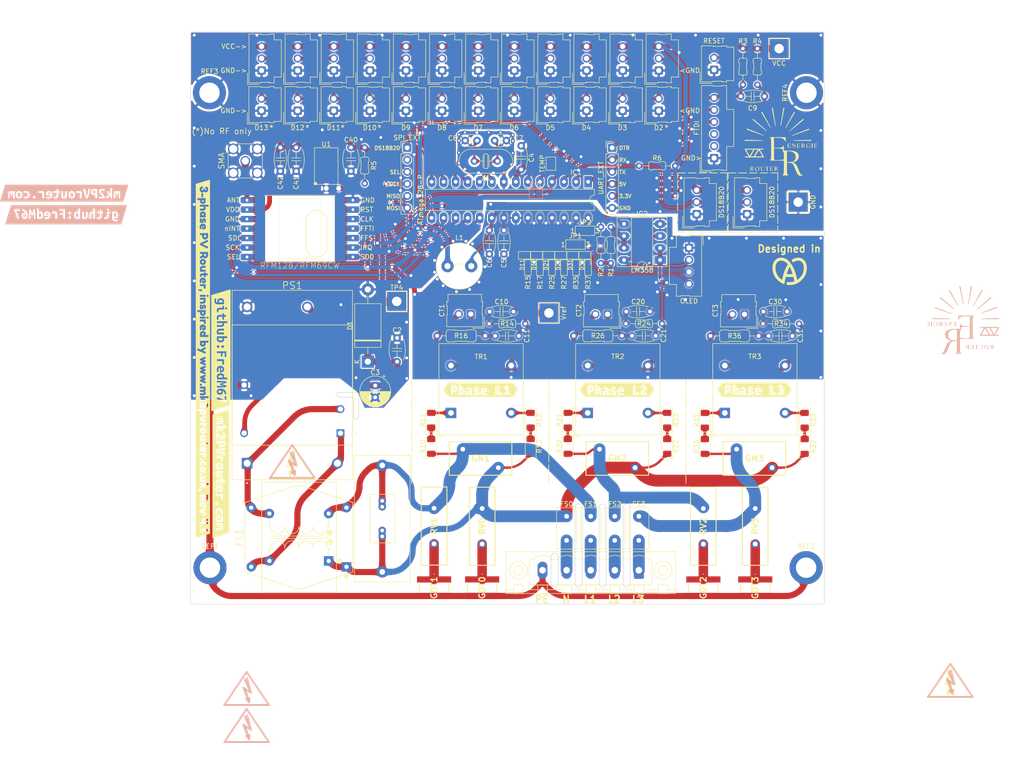
<source format=kicad_pcb>
(kicad_pcb (version 20241229) (generator "pcbnew") (generator_version "9.0")
  (title_block (title "3 phase PV diverter - Main Board PCB") (date "2023-11-17") (rev "4.1") (company "Inspired by www.mk2pvrouter.co.uk"))
  (layers (0 "F.Cu" signal) (2 "B.Cu" signal) (13 "F.Paste" user) (15 "B.Paste" user) (5 "F.SilkS" user "F.Silkscreen") (7 "B.SilkS" user "B.Silkscreen") (1 "F.Mask" user) (3 "B.Mask" user) (25 "Edge.Cuts" user))
  (net 0 "")
  (net 1 "AREF")
  (net 2 "GND")
  (net 3 "Net-(CN1-Pad1)")
  (net 4 "VREF")
  (net 5 "Net-(IC1-PB6{slash}XTAL1{slash}TOSC1)")
  (net 6 "Net-(IC1-PB7{slash}XTAL2{slash}TOSC)")
  (net 7 "NEUTRAL")
  (net 8 "L1_VOLTAGE")
  (net 9 "RX")
  (net 10 "TX")
  (net 11 "/D2")
  (net 12 "/D3")
  (net 13 "/D4")
  (net 14 "/D5")
  (net 15 "/D6")
  (net 16 "/D7")
  (net 17 "/D8")
  (net 18 "/D9")
  (net 19 "/D10")
  (net 20 "/D11")
  (net 21 "/D12")
  (net 22 "/D13")
  (net 23 "A0")
  (net 24 "A1")
  (net 25 "A2")
  (net 26 "A3")
  (net 27 "A4")
  (net 28 "A5")
  (net 29 "Net-(PS1-AC(N))")
  (net 30 "Net-(PS1-AC(L))")
  (net 31 "L2_VOLTAGE")
  (net 32 "Net-(IC2A-+)")
  (net 33 "Net-(IC2B--)")
  (net 34 "RESET")
  (net 35 "+5V")
  (net 36 "+3.3V")
  (net 37 "AVCC")
  (net 38 "Net-(JP3-B)")
  (net 40 "Net-(PWR1-L3)")
  (net 41 "L3_VOLTAGE")
  (net 42 "Net-(U1-EN)")
  (net 44 "A4'")
  (net 51 "Net-(CT1-Pin_1)")
  (net 52 "Net-(CT2-Pin_1)")
  (net 53 "Net-(CT3-Pin_1)")
  (net 56 "Net-(J30-SDA)")
  (net 57 "Net-(J30-SCL)")
  (net 58 "/DS18B20")
  (net 60 "/DTR")
  (net 61 "Net-(C10-Pad1)")
  (net 62 "Net-(C10-Pad2)")
  (net 63 "Net-(C11-Pad1)")
  (net 64 "Net-(C20-Pad1)")
  (net 65 "Net-(C20-Pad2)")
  (net 66 "Net-(C21-Pad1)")
  (net 67 "Net-(C30-Pad2)")
  (net 68 "Net-(C30-Pad1)")
  (net 69 "Net-(C31-Pad1)")
  (net 71 "Net-(GDT0-Pad1)")
  (net 72 "Net-(GDT1-Pad1)")
  (net 73 "Net-(GDT2-Pad1)")
  (net 74 "Net-(GDT3-Pad1)")
  (net 75 "AGND")
  (net 76 "Net-(PWR1-N)")
  (net 77 "Net-(PWR1-L1)")
  (net 78 "Net-(PWR1-L2)")
  (net 79 "Net-(R10-Pad2)")
  (net 80 "Net-(R11-Pad2)")
  (net 81 "Net-(R12-Pad2)")
  (net 82 "Net-(R13-Pad2)")
  (net 83 "Net-(R20-Pad2)")
  (net 84 "Net-(R21-Pad2)")
  (net 85 "Net-(R22-Pad2)")
  (net 86 "Net-(R23-Pad2)")
  (net 87 "Net-(R30-Pad2)")
  (net 88 "Net-(R31-Pad2)")
  (net 89 "Net-(R32-Pad2)")
  (net 90 "Net-(R33-Pad2)")
  (net 93 "A5'")
  (footprint "UserDef:MOV14D471KKTR" (layer "F.Cu") (at 121.45 124.78 90)
    (property "Reference" "RV2")
    (property "Value" "300V" (hide yes))
  )
  (footprint "Connector_Molex:Molex_SL_171971-0002_1x02_P2.54mm_Vertical" (layer "F.Cu") (at 66.323168 33.2862 90)
    (property "Reference" "J23" (hide yes))
    (property "Value" "D8")
  )
  (footprint "Connector_Phoenix_MSTB:PhoenixContact_MSTBV_2,5_5-GF-5,08_1x05_P5.08mm_Vertical_ThreadedFlange" (layer "F.Cu") (at 107.840857 130.315999 180)
    (property "Reference" "PWR1" (hide yes))
    (property "Value" "Conn_01x05_PWR")
  )
  (footprint "Fuse:Fuse_Littelfuse_395Series" (layer "F.Cu") (at 107.850858 118.9312 -90)
    (property "Reference" "FS3")
    (property "Value" "1A x 250V")
  )
  (footprint "UserDef:IsoM3300BL5" (layer "F.Cu") (at 107.0425 108.66 180)
    (property "Reference" "GM2")
    (property "Value" "320V" (hide yes))
  )
  (footprint "PCM_Resistor_SMD_AKL:R_1206_3216Metric_Pad1.30x1.75mm_HandSolder" (layer "F.Cu") (at 113.83 98.638622 90)
    (property "Reference" "R23")
    (property "Value" "15K")
  )
  (footprint "Connector_PinHeader_2.54mm:PinHeader_1x06_P2.54mm_Vertical" (layer "F.Cu") (at 58.97 41.12)
    (property "Reference" "SPI_EXT0" (hide yes))
    (property "Value" "SPI_EXT")
  )
  (footprint "Connector_Molex:Molex_SL_171971-0006_1x06_P2.54mm_Vertical" (layer "F.Cu") (at 123.717596 43.2936 90)
    (property "Reference" "J0" (hide yes))
    (property "Value" "FTDI")
  )
  (footprint "PCM_Capacitor_THT_AKL:C_Disc_D4.7mm_W2.5mm_P5.00mm" (layer "F.Cu") (at 76.3 58.55 -90)
    (property "Reference" "C6")
    (property "Value" "100nF" (hide yes))
  )
  (footprint "UserDef:IsoM3300BL5" (layer "F.Cu") (at 135.969166 108.66 180)
    (property "Reference" "GM3")
    (property "Value" "320V" (hide yes))
  )
  (footprint "PCM_Resistor_SMD_AKL:R_0603_1608Metric_Pad1.05x0.95mm_HandSolder" (layer "F.Cu") (at 92.05 66.425 90)
    (property "Reference" "R27")
    (property "Value" "1K")
  )
  (footprint "PCM_Capacitor_THT_AKL:C_Disc_D4.7mm_W2.5mm_P5.00mm" (layer "F.Cu") (at 111.39 80.82 180)
    (property "Reference" "C21")
    (property "Value" "10uF" (hide yes))
  )
  (footprint "Connector_Molex:Molex_SL_171971-0003_1x03_P2.54mm_Vertical" (layer "F.Cu") (at 96.8081 24.8026 90)
    (property "Reference" "J4" (hide yes))
    (property "Value" "D4" (hide yes))
  )
  (footprint "Connector_Molex:Molex_SL_171971-0002_1x02_P2.54mm_Vertical" (layer "F.Cu") (at 28.233753 33.2862 90)
    (property "Reference" "J28" (hide yes))
    (property "Value" "D13")
  )
  (footprint "Connector_Molex:Molex_SL_171971-0002_1x02_P2.54mm_Vertical" (layer "F.Cu") (at 104.412583 33.2862 90)
    (property "Reference" "J17" (hide yes))
    (property "Value" "D3")
  )
  (footprint "UserDef:RFM12B_RFM69CW" (layer "F.Cu") (at 36.34 58.18 180)
    (property "Reference" "RF1" (hide yes))
    (property "Value" "RFM12B/RFM69CW")
  )
  (footprint "kibuzzard-655666E9" (layer "F.Cu") (at 103.2925 92.2125)
    (property "Reference" "kibuzzard-655666E9" (hide yes))
    (property "Value" "G002" (hide yes))
  )
  (footprint "Package_DIP:DIP-28_W7.62mm_LongPads" (layer "F.Cu") (at 97.137 48.3036 -90)
    (property "Reference" "IC1")
    (property "Value" "ATmega328-P")
  )
  (footprint "Fuse:Fuse_Littelfuse_395Series" (layer "F.Cu") (at 97.690857 118.9312 -90)
    (property "Reference" "FS1")
    (property "Value" "1A x 250V")
  )
  (footprint "PCM_Diode_SMD_Handsoldering_AKL:D_SOD-523_TVS" (layer "F.Cu") (at 96.437 63.825 180)
    (property "Reference" "D32")
    (property "Value" "UCLAMP3301H.TCT" (hide yes))
  )
  (footprint "PCM_Resistor_THT_AKL:R_Axial_DIN0204_L3.6mm_D1.6mm_P7.62mm_Horizontal" (layer "F.Cu") (at 132.854 20.18 -90)
    (property "Reference" "R4")
    (property "Value" "47K" (hide yes))
  )
  (footprint "MountingHole:MountingHole_4.3mm_M4_ISO14580_Pad_TopBottom" (layer "F.Cu") (at 17.35 129.78)
    (property "Reference" "REF1")
    (property "Value" "MountingHole_4.3mm_M4_ISO14580_Pad_TopBottom")
  )
  (footprint "Fuse:Fuse_Littelfuse_395Series" (layer "F.Cu") (at 102.760858 118.9312 -90)
    (property "Reference" "FS2")
    (property "Value" "1A x 250V")
  )
  (footprint "Connector_Molex:Molex_SL_171971-0003_1x03_P2.54mm_Vertical" (layer "F.Cu") (at 81.572334 24.8026 90)
    (property "Reference" "J6" (hide yes))
    (property "Value" "D6" (hide yes))
  )
  (footprint "Connector_Molex:Molex_SL_171971-0002_1x02_P2.54mm_Vertical" (layer "F.Cu") (at 35.851636 33.2862 90)
    (property "Reference" "J27" (hide yes))
    (property "Value" "D12")
  )
  (footprint "PCM_Capacitor_THT_AKL:CP_Radial_D6.3mm_P2.50mm" (layer "F.Cu") (at 52.22 91.317621 -90)
    (property "Reference" "C3")
    (property "Value" "120uF" (hide yes))
  )
  (footprint "PCM_Capacitor_THT_AKL:C_Disc_D4.7mm_W2.5mm_P5.00mm" (layer "F.Cu") (at 81.370834 75.71 180)
    (property "Reference" "C10")
    (property "Value" "10uF" (hide yes))
  )
  (footprint "Jumper:SolderJumper-3_P1.3mm_Open_Pad1.0x1.5mm_NumberLabels" (layer "F.Cu") (at 96.475 58.65)
    (property "Reference" "JP2")
    (property "Value" "SolderJumper_3_Open")
  )
  (footprint "Connector_Molex:Molex_SL_171971-0003_1x03_P2.54mm_Vertical" (layer "F.Cu") (at 120.04 55.14 90)
    (property "Reference" "J31" (hide yes))
    (property "Value" "DS18B20")
  )
  (footprint "PCM_Package_DIP_AKL:DIP-8_W7.62mm_Socket_LongPads" (layer "F.Cu") (at 112.33 64.82 180)
    (property "Reference" "IC2")
    (property "Value" "LM358")
  )
  (footprint "PCM_Resistor_SMD_AKL:R_0603_1608Metric_Pad1.05x0.95mm_HandSolder" (layer "F.Cu") (at 86.97 66.425 90)
    (property "Reference" "R17")
    (property "Value" "1K")
  )
  (footprint "PCM_Capacitor_THT_AKL:C_Disc_D4.7mm_W2.5mm_P5.00mm" (layer "F.Cu") (at 140.23 80.85 180)
    (property "Reference" "C31")
    (property "Value" "10uF" (hide yes))
  )
  (footprint "PCM_Resistor_SMD_AKL:R_0603_1608Metric_Pad1.05x0.95mm_HandSolder" (layer "F.Cu") (at 94.59 66.425 90)
    (property "Reference" "R35")
    (property "Value" "1K")
  )
  (footprint "PCM_Resistor_SMD_AKL:R_1206_3216Metric_Pad1.30x1.75mm_HandSolder" (layer "F.Cu") (at 121.77 104.192757 90)
    (property "Reference" "R30")
    (property "Value" "15K")
  )
  (footprint "UserDef:MOV14D471KKTR" (layer "F.Cu") (at 132.400001 124.78 90)
    (property "Reference" "RV3")
    (property "Value" "300V" (hide yes))
  )
  (footprint "Transformer_THT:Transformer_Zeming_ZMPT101K" (layer "F.Cu") (at 97.055 97.1 90)
    (property "Reference" "TR2")
    (property "Value" "ZMPT101K")
  )
  (footprint "PCM_Resistor_SMD_AKL:R_1206_3216Metric_Pad1.30x1.75mm_HandSolder" (layer "F.Cu") (at 142.83 98.65 90)
    (property "Reference" "R33")
    (property "Value" "15K")
  )
  (footprint "TestPoint:TestPoint_THTPad_4.0x4.0mm_Drill2.0mm" (layer "F.Cu") (at 141.47 52.6)
    (property "Reference" "TP5" (hide yes))
    (property "Value" "GND")
  )
  (footprint "PCM_Crystal_AKL:Crystal_HC49-U_Vertical" (layer "F.Cu") (at 78 43.95 180)
    (property "Reference" "X1")
    (property "Value" "16MHz" (hide yes))
  )
  (footprint "PCM_Resistor_THT_AKL:R_Axial_DIN0207_L6.3mm_D2.5mm_P10.16mm_Horizontal" (layer "F.Cu") (at 133.12 80.85 180)
    (property "Reference" "R36")
    (property "Value" "150" (hide yes))
  )
  (footprint "kibuzzard-64EB6544-1" (layer "F.Cu") (at 19.66 83.87 -90)
    (property "Reference" "kibuzzard-64EB6544-1" (hide yes))
    (property "Value" "G003" (hide yes))
  )
  (footprint "MountingHole:MountingHole_4.3mm_M4_ISO14580_Pad_TopBottom" (layer "F.Cu") (at 143.14 129.78)
    (property "Reference" "REF2")
    (property "Value" "MountingHole_4.3mm_M4_ISO14580_Pad_TopBottom")
  )
  (footprint "PCM_Resistor_SMD_AKL:R_1206_3216Metric_Pad1.30x1.75mm_HandSolder" (layer "F.Cu") (at 92.85 104.179999 90)
    (property "Reference" "R20")
    (property "Value" "15K")
  )
  (footprint "PCM_Resistor_SMD_AKL:R_1206_3216Metric_Pad1.30x1.75mm_HandSolder" (layer "F.Cu") (at 85.01 98.637243 90)
    (property "Reference" "R13")
    (property "Value" "15K")
  )
  (footprint "Connector_Molex:Molex_SL_171971-0002_1x02_P2.54mm_Vertical" (layer "F.Cu") (at 101.23 76.27 180)
    (property "Reference" "CT2")
    (property "Value" "Conn_01x02")
  )
  (footprint "TestPoint:TestPoint_THTPad_4.0x4.0mm_Drill2.0mm" (layer "F.Cu") (at 56.76 73.55)
    (property "Reference" "TP4")
    (property "Value" "+5V")
  )
  (footprint "Jumper:SolderJumper-3_P1.3mm_Open_Pad1.0x1.5mm_NumberLabels" (layer "F.Cu") (at 94.475 61.55)
    (property "Reference" "JP1")
    (property "Value" "SolderJumper_3_Open")
  )
  (footprint "PCM_Resistor_THT_AKL:R_Axial_DIN0204_L3.6mm_D1.6mm_P7.62mm_Horizontal" (layer "F.Cu") (at 134.04 78.27)
    (property "Reference" "R34")
    (property "Value" "75" (hide yes))
  )
  (footprint "Connector_Molex:Molex_SL_171971-0003_1x03_P2.54mm_Vertical" (layer "F.Cu") (at 43.482919 24.8026 90)
    (property "Reference" "J11" (hide yes))
    (property "Value" "D11" (hide yes))
  )
  (footprint "PCM_Capacitor_THT_AKL:C_Disc_D5.1mm_W3.2mm_P5.00mm" (layer "F.Cu") (at 35.55 46.06 90)
    (property "Reference" "C41")
    (property "Value" "1uF" (hide yes))
  )
  (footprint "Library:Symbol_HighVoltage_Type2_Silk_VerySmall" (layer "F.Cu") (at 173.56 154.25)
    (property "Reference" "REF10" (hide yes))
    (property "Value" "Symbol_HighVoltage_Type2_Silk_VerySmall")
  )
  (footprint "PCM_Capacitor_THT_AKL:C_Disc_D4.7mm_W2.5mm_P5.00mm" (layer "F.Cu") (at 83.01 40.7 -90)
    (property "Reference" "C4")
    (property "Value" "100nF" (hide yes))
  )
  (footprint "Connector_Molex:Molex_SL_171971-0002_1x02_P2.54mm_Vertical" (layer "F.Cu") (at 96.7947 33.2862 90)
    (property "Reference" "J18" (hide yes))
    (property "Value" "D4")
  )
  (footprint "LOGO" (layer "F.Cu") (at 137.80849 40.098577)
    (property "Reference" "G004" (hide yes))
    (property "Value" "LOGO" (hide yes))
  )
  (footprint "PCM_Resistor_SMD_AKL:R_1206_3216Metric_Pad1.30x1.75mm_HandSolder" (layer "F.Cu") (at 142.83 104.192756 90)
    (property "Reference" "R32")
    (property "Value" "15K")
  )
  (footprint "Connector_Molex:Molex_SL_171971-0003_1x03_P2.54mm_Vertical" (layer "F.Cu") (at 73.954451 24.8026 90)
    (property "Reference" "J7" (hide yes))
    (property "Value" "D7" (hide yes))
  )
  (footprint "PCM_Diode_SMD_Handsoldering_AKL:D_SOD-523_TVS" (layer "F.Cu") (at 86.277 63.825 180)
    (property "Reference" "D12")
    (property "Value" "UCLAMP3301H.TCT" (hide yes))
  )
  (footprint "PCM_Resistor_SMD_AKL:R_1206_3216Metric_Pad1.30x1.75mm_HandSolder" (layer "F.Cu") (at 64.03 104.179999 90)
    (property "Reference" "R10")
    (property "Value" "15K")
  )
  (footprint "Connector_Molex:Molex_SL_171971-0003_1x03_P2.54mm_Vertical" (layer "F.Cu") (at 51.100802 24.8026 90)
    (property "Reference" "J10" (hide yes))
    (property "Value" "D10" (hide yes))
  )
  (footprint "UserDef:MOV14D471KKTR" (layer "F.Cu") (at 74.78 124.78 90)
    (property "Reference" "RV0")
    (property "Value" "300V" (hide yes))
  )
  (footprint "kibuzzard-65568432" (layer "F.Cu") (at 15.86 85.671834 -90)
    (property "Reference" "kibuzzard-65568432" (hide yes))
    (property "Value" "G005" (hide yes))
  )
  (footprint "UserDef:IsoM3300BL5" (layer "F.Cu") (at 78.196667 108.66 180)
    (property "Reference" "GM1")
    (property "Value" "320V" (hide yes))
  )
  (footprint "PCM_Resistor_SMD_AKL:R_1206_3216Metric_Pad1.30x1.75mm_HandSolder" (layer "F.Cu") (at 92.85 98.637243 90)
    (property "Reference" "R21")
    (property "Value" "15K")
  )
  (footprint "PCM_Resistor_THT_AKL:R_Axial_DIN0204_L3.6mm_D1.6mm_P7.62mm_Horizontal" (layer "F.Cu") (at 107.89 44.93)
    (property "Reference" "R6")
    (property "Value" "4.7K" (hide yes))
  )
  (footprint "PCM_Resistor_SMD_AKL:R_1206_3216Metric_Pad1.30x1.75mm_HandSolder" (layer "F.Cu") (at 85.01 104.179999 90)
    (property "Reference" "R12")
    (property "Value" "15K")
  )
  (footprint "Connector_Molex:Molex_SL_171971-0002_1x02_P2.54mm_Vertical" (layer "F.Cu") (at 73.941051 33.2862 90)
    (property "Reference" "J22" (hide yes))
    (property "Value" "D7")
  )
  (footprint "PCM_Capacitor_THT_AKL:C_Disc_D4.7mm_W2.5mm_P5.00mm" (layer "F.Cu") (at 139.12 75.7 180)
    (property "Reference" "C30")
    (property "Value" "10uF" (hide yes))
  )
  (footprint "UserDef:CONV_LDxx-23B05R2" (layer "F.Cu") (at 34.725 91.22 90)
    (property "Reference" "PS1")
    (property "Value" "LD10-23B05R2")
  )
  (footprint "NetTie:NetTie-2_THT_Pad1.0mm" (layer "F.Cu") (at 41.91 49.7)
    (property "Reference" "NT0" (hide yes))
    (property "Value" "NetTie_2" (hide yes))
  )
  (footprint "UserDef:2093300SMRPLF" (layer "F.Cu") (at 132.400001 134.01 -90)
    (property "Reference" "GDT3")
    (property "Value" "2093-300-SM-RPLF" (hide yes))
  )
  (footprint "UserDef:Choke_Schaffner_RNx14" (layer "F.Cu") (at 42.15 128.1 180)
    (property "Reference" "FL1")
    (property "Value" "RN214-0.3-02-47M" (hide yes))
  )
  (footprint "UserDef:2093300SMRPLF" (layer "F.Cu") (at 74.78 134 -90)
    (property "Reference" "GDT0")
    (property "Value" "2093-300-SM-RPLF" (hide yes))
  )
  (footprint "Diode_THT:D_DO-201AE_P15.24mm_Horizontal" (layer "F.Cu") (at 50.66 86.27 90)
    (property "Reference" "D1")
    (property "Value" "LCE7.0A")
  )
  (footprint "Connector_Molex:Molex_SL_171971-0003_1x03_P2.54mm_Vertical" (layer "F.Cu") (at 28.247153 24.8026 90)
    (property "Reference" "J13" (hide yes))
    (property "Value" "D13" (hide yes))
  )
  (footprint "Fuse:Fuse_Littelfuse_395Series" (layer "F.Cu") (at 92.600857 118.9312 -90)
    (property "Reference" "FS0")
    (property "Value" "1A x 250V")
  )
  (footprint "PCM_Diode_SMD_Handsoldering_AKL:D_SOD-523_TVS" (layer "F.Cu") (at 91.357 63.825 180)
    (property "Reference" "D22")
    (property "Value" "UCLAMP3301H.TCT" (hide yes))
  )
  (footprint "UserDef:2093300SMRPLF" (layer "F.Cu") (at 64.640002 134.010001 -90)
    (property "Reference" "GDT1")
    (property "Value" "2093-300-SM-RPLF" (hide yes))
  )
  (footprint "PCM_Capacitor_THT_AKL:C_Disc_D4.7mm_W2.5mm_P5.00mm" (layer "F.Cu") (at 110.2 75.7 180)
    (property "Reference" "C20")
    (property "Value" "10uF" (hide yes))
  )
  (footprint "UserDef:C_Rect_triple" (layer "F.Cu") (at 53.65 130.77 90)
    (property "Reference" "C1" (hide yes))
    (property "Value" "1uF" (hide yes))
  )
  (footprint "PCM_Capacitor_THT_AKL:C_Disc_D4.7mm_W2.5mm_P5.00mm" (layer "F.Cu") (at 79.375 63.55 90)
    (property "Reference" "C5")
    (property "Value" "100nF" (hide yes))
  )
  (footprint "PCM_Resistor_THT_AKL:R_Axial_DIN0207_L6.3mm_D2.5mm_P10.16mm_Horizontal" (layer "F.Cu") (at 75.43 80.82 180)
    (property "Reference" "R16")
    (property "Value" "150" (hide yes))
  )
  (footprint "PCM_Resistor_THT_AKL:R_Axial_DIN0204_L3.6mm_D1.6mm_P7.62mm_Horizontal" (layer "F.Cu") (at 50 41.06 -90)
    (property "Reference" "R5")
    (property "Value" "10K" (hide yes))
  )
  (footprint "Connector_PinHeader_2.54mm:PinHeader_1x06_P2.54mm_Vertical" (layer "F.Cu") (at 102.22 41.12)
    (property "Reference" "JP8" (hide yes))
    (property "Value" "UART_EXT")
  )
  (footprint "Connector_Molex:Molex_SL_171971-0003_1x03_P2.54mm_Vertical" (layer "F.Cu") (at 58.718685 24.8026 90)
    (property "Reference" "J9" (hide yes))
    (property "Value" "D9" (hide yes))
  )
  (footprint "Transformer_THT:Transformer_Zeming_ZMPT101K" (layer "F.Cu") (at 68.209167 97.1 90)
    (property "Reference" "TR1")
    (property "Value" "ZMPT101K")
  )
  (footprint "PCM_Capacitor_THT_AKL:C_Disc_D5.1mm_W3.2mm_P5.00mm" (layer "F.Cu") (at 47.1 46.06 90)
    (property "Reference" "C40")
    (property "Value" "1uF" (hide yes))
  )
  (footprint "MountingHole:MountingHole_4.3mm_M4_ISO14580_Pad_TopBottom" (layer "F.Cu") (at 143.21 29.5 90)
    (property "Reference" "REF4")
    (property "Value" "MountingHole_4.3mm_M4_ISO14580_Pad_TopBottom")
  )
  (footprint "Transformer_THT:Transformer_Zeming_ZMPT101K" (layer "F.Cu") (at 125.981666 97.1 90)
    (property "Reference" "TR3")
    (property "Value" "ZMPT101K")
  )
  (footprint "Connector_Molex:Molex_SL_171971-0004_1x04_P2.54mm_Vertical" (layer "F.Cu") (at 118.43 62.24 -90)
    (property "Reference" "J30" (hide yes))
    (property "Value" "OLED")
  )
  (footprint "Connector_Molex:Molex_SL_171971-0002_1x02_P2.54mm_Vertical" (layer "F.Cu") (at 123.7176 24.6636 90)
    (property "Reference" "J1" (hide yes))
    (property "Value" "RESET")
  )
  (footprint "TestPoint:TestPoint_THTPad_4.0x4.0mm_Drill2.0mm" (layer "F.Cu") (at 137.4444 20.178)
    (property "Reference" "TP3" (hide yes))
    (property "Value" "VCC")
  )
  (footprint "PCM_Capacitor_THT_AKL:C_Disc_D5.1mm_W3.2mm_P5.00mm" (layer "F.Cu") (at 56.84 81.27 -90)
    (property "Reference" "C2")
    (property "Value" "1uF" (hide yes))
  )
  (footprint "Connector_Molex:Molex_SL_171971-0002_1x02_P2.54mm_Vertical" (layer "F.Cu") (at 89.176817 33.2862 90)
    (property "Reference" "J19" (hide yes))
    (property "Value" "D5")
  )
  (footprint "kibuzzard-6431D11C-1" (layer "F.Cu") (at 19.659999 109.95 -90)
    (property "Reference" "kibuzzard-6431D11C-1" (hide yes))
    (property "Value" "G006" (hide yes))
  )
  (footprint "PCM_Capacitor_THT_AKL:C_Disc_D3.8mm_W2.6mm_P2.50mm" (layer "F.Cu") (at 71.2 39.6)
    (property "Reference" "C8")
    (property "Value" "22pF" (hide yes))
  )
  (footprint "Connector_Molex:Molex_SL_171971-0002_1x02_P2.54mm_Vertical" (layer "F.Cu") (at 51.087402 33.2862 90)
    (property "Reference" "J25" (hide yes))
    (property "Value" "D10")
  )
  (footprint "TestPoint:TestPoint_THTPad_4.0x4.0mm_Drill2.0mm" (layer "F.Cu") (at 88.869584 76)
    (property "Reference" "TP2" (hide yes))
    (property "Value" "Vref")
  )
  (footprint "PCM_Resistor_THT_AKL:R_Axial_DIN0207_L6.3mm_D2.5mm_P10.16mm_Horizontal" (layer "F.Cu") (at 104.28 80.82 180)
    (property "Reference" "R26")
    (property "Value" "150" (hide yes))
  )
  (footprint "Library:Symbol_HighVoltage_Type2_Silk_VerySmall" (layer "F.Cu") (at 34.71 108.17)
    (property "Reference" "REF11" (hide yes))
    (property "Value" "Symbol_HighVoltage_Type2_Silk_VerySmall")
  )
  (footprint "Connector_Molex:Molex_SL_171971-0003_1x03_P2.54mm_Vertical" (layer "F.Cu") (at 112.043866 24.8026 90)
    (property "Reference" "J2" (hide yes))
    (property "Value" "D2" (hide yes))
  )
  (footprint "Connector_Molex:Molex_SL_171971-0002_1x02_P2.54mm_Vertical" (layer "F.Cu") (at 58.705285 33.2862 90)
    (property "Reference" "J24" (hide yes))
    (property "Value" "D9")
  )
  (footprint "PCM_Resistor_THT_AKL:R_Axial_DIN0204_L3.6mm_D1.6mm_P7.62mm_Horizontal" (layer "F.Cu") (at 129.806 20.18 -90)
    (property "Reference" "R3")
    (property "Value" "1M" (hide yes))
  )
  (footprint "PCM_Diode_SMD_Handsoldering_AKL:D_SOD-523_TVS" (layer "F.Cu") (at 93.897 63.825 180)
    (property "Reference" "D31")
    (property "Value" "UCLAMP3301H.TCT" (hide yes))
  )
  (footprint "Connector_Molex:Molex_SL_171971-0002_1x02_P2.54mm_Vertical" (layer "F.Cu") (at 43.469519 33.2862 90)
    (property "Reference" "J26" (hide yes))
    (property "Value" "D11")
  )
  (footprint "PCM_Diode_SMD_Handsoldering_AKL:D_SOD-523_TVS" (layer "F.Cu") (at 83.737 63.825 180)
    (property "Reference" "D11")
    (property "Value" "UCLAMP3301H.TCT" (hide yes))
  )
  (footprint "PCM_Package_TO_SOT_SMD_AKL:SOT-89-5_Handsoldering" (layer "F.Cu") (at 41.89 44.987246 90)
    (property "Reference" "U1")
    (property "Value" "AP2112R5-3.3TRG1")
  )
  (footprint "kibuzzard-6431E750" (layer "F.Cu") (at 132.219166 92.2125)
    (property "Reference" "kibuzzard-6431E750" (hide yes))
    (property "Value" "G007" (hide yes))
  )
  (footprint "PCM_Resistor_SMD_AKL:R_1206_3216Metric_Pad1.30x1.75mm_HandSolder" (layer "F.Cu") (at 121.77 98.650001 90)
    (property "Reference" "R31")
    (property "Value" "15K")
  )
  (footprint "Connector_Molex:Molex_SL_171971-0003_1x03_P2.54mm_Vertical" (layer "F.Cu") (at 104.425983 24.8026 90)
    (property "Reference" "J3" (hide yes))
    (property "Value" "D3" (hide yes))
  )
  (footprint "Connector_Molex:Molex_SL_171971-0003_1x03_P2.54mm_Vertical" (layer "F.Cu") (at 130.68 55.14 90)
    (property "Reference" "J32" (hide yes))
    (property "Value" "DS18B20")
  )
  (footprint "Connector_Molex:Molex_SL_171971-0002_1x02_P2.54mm_Vertical" (layer "F.Cu") (at 130.14 76.28 180)
    (property "Reference" "CT3")
    (property "Value" "Conn_01x02")
  )
  (footprint "Jumper:SolderJumper-2_P1.3mm_Open_TrianglePad1.0x1.5mm" (layer "F.Cu") (at 89.29 44.48 90)
    (property "Reference" "JP4" (hide yes))
    (property "Value" "TEMP")
  )
  (footprint "PCM_Resistor_THT_AKL:R_Axial_DIN0204_L3.6mm_D1.6mm_P7.62mm_Horizontal" (layer "F.Cu") (at 76.260834 78.27)
    (property "Reference" "R14")
    (property "Value" "75" (hide yes))
  )
  (footprint "UserDef:Alsace" (layer "F.Cu") (at 139.64 67.190872)
    (property "Reference" "G***" (hide yes))
    (property "Value" "LOGO" (hide yes))
  )
  (footprint "PCM_Capacitor_THT_AKL:C_Disc_D4.7mm_W2.5mm_P5.00mm" (layer "F.Cu") (at 32.2 41.06 -90)
    (property "Reference" "C42")
    (property "Value" "100nF" (hide yes))
  )
  (footprint "UserDef:MOV14D471KKTR" (layer "F.Cu") (at 64.640002 124.73 90)
    (property "Reference" "RV1")
    (property "Value" "300V" (hide yes))
  )
  (footprint "Connector_Molex:Molex_SL_171971-0002_1x02_P2.54mm_Vertical" (layer "F.Cu") (at 81.562466 33.2862 90)
    (property "Reference" "J21" (hide yes))
    (property "Value" "D6")
  )
  (footprint "PCM_Resistor_SMD_AKL:R_0603_1608Metric_Pad1.05x0.95mm_HandSolder" (layer "F.Cu") (at 84.43 66.425 90)
    (property "Reference" "R15")
    (property "Value" "1K")
  )
  (footprint "PCM_Resistor_THT_AKL:R_Axial_DIN0204_L3.6mm_D1.6mm_P7.62mm_Horizontal" (layer "F.Cu") (at 101.94 57.85 -90)
    (property "Reference" "R1")
    (property "Value" "10K" (hide yes))
  )
  (footprint "Connector_Molex:Molex_SL_171971-0003_1x03_P2.54mm_Vertical" (layer "F.Cu") (at 89.190217 24.8026 90)
    (property "Reference" "J5" (hide yes))
    (property "Value" "D5" (hide yes))
  )
  (footprint "Connector_Molex:Molex_SL_171971-0003_1x03_P2.54mm_Vertical" (layer "F.Cu") (at 35.865036 24.8026 90)
    (property "Reference" "J12" (hide yes))
    (property "Value" "D12" (hide yes))
  )
  (footprint "MountingHole:MountingHole_4.3mm_M4_ISO14580_Pad_TopBottom" (layer "F.Cu") (at 17.25 29.5)
    (property "Reference" "REF3")
    (property "Value" "MountingHole_4.3mm_M4_ISO14580_Pad_TopBottom")
  )
  (footprint "PCM_Resistor_SMD_AKL:R_1206_3216Metric_Pad1.30x1.75mm_HandSolder" (layer "F.Cu") (at 113.83 104.181378 90)
    (property "Reference" "R22")
    (property "Value" "15K")
  )
  (footprint "PCM_Resistor_SMD_AKL:R_0603_1608Metric_Pad1.05x0.95mm_HandSolder" (layer "F.Cu") (at 89.51 66.425 90)
    (property "Reference" "R25")
    (property "Value" "1K")
  )
  (footprint "PCM_Inductor_THT_AKL:L_Radial_D9.5mm_P5.00mm_Fastron_07HVP" (layer "F.Cu") (at 67.478782 66.106157)
    (property "Reference" "L1")
    (property "Value" "10uH" (hide yes))
  )
  (footprint "PCM_Resistor_THT_AKL:R_Axial_DIN0204_L3.6mm_D1.6mm_P7.62mm_Horizontal" (layer "F.Cu") (at 99.84 65.47 90)
    (property "Reference" "R2")
    (property "Value" "10K" (hide yes))
  )
  (footprint "Connector_Molex:Molex_SL_171971-0003_1x03_P2.54mm_Vertical" (layer "F.Cu") (at 66.336568 24.8026 90)
    (property "Reference" "J8" (hide yes))
    (property "Value" "D8" (hide yes))
  )
  (footprint "PCM_Capacitor_THT_AKL:C_Disc_D3.8mm_W2.6mm_P2.50mm" (layer "F.Cu") (at 79.9192 39.6 180)
    (property "Reference" "C7")
    (property "Value" "22pF" (hide yes))
  )
  (footprint "Connector_Molex:Molex_SL_171971-0002_1x02_P2.54mm_Vertical" (layer "F.Cu") (at 72.380834 76.23 180)
    (property "Reference" "CT1")
    (property "Value" "Conn_01x02")
  )
  (footprint "PCM_Capacitor_THT_AKL:C_Disc_D4.7mm_W2.5mm_P5.00mm" (layer "F.Cu") (at 134.3404 30.258 180)
    (property "Reference" "C9")
    (property "Value" "100nF" (hide yes))
  )
  (footprint "Connector_Coaxial:SMA_Amphenol_132291-12_Vertical" (layer "F.Cu") (at 24.8008 43.892054 -90)
    (property "Reference" "CN1" (hide yes))
    (property "Value" "SMA")
  )
  (footprint "kibuzzard-6431E73F" (layer "F.Cu") (at 74.446667 92.2125)
    (property "Reference" "kibuzzard-6431E73F" (hide yes))
    (property "Value" "G008" (hide yes))
  )
  (footprint "PCM_Resistor_SMD_AKL:R_1206_3216Metric_Pad1.30x1.75mm_HandSolder" (layer "F.Cu") (at 64.03 98.637243 90)
    (property "Reference" "R11")
    (property "Value" "15K")
  )
  (footprint "Connector_Molex:Molex_SL_171971-0002_1x02_P2.54mm_Vertical" (layer "F.Cu") (at 112.043866 33.2862 90)
    (property "Reference" "J16" (hide yes))
    (property "Value" "D2")
  )
  (footprint "PCM_Resistor_THT_AKL:R_Axial_DIN0204_L3.6mm_D1.6mm_P7.62mm_Horizontal" (layer "F.Cu") (at 105.12 78.25)
    (property "Reference" "R24")
    (property "Value" "75" (hide yes))
  )
  (footprint "PCM_Capacitor_THT_AKL:C_Disc_D4.7mm_W2.5mm_P5.00mm" (layer "F.Cu") (at 82.530834 80.84 180)
    (property "Reference" "C11")
    (property "Value" "10uF" (hide yes))
  )
  (footprint "PCM_Diode_SMD_Handsoldering_AKL:D_SOD-523_TVS" (layer "F.Cu") (at 88.817 63.825 180)
    (property "Reference" "D21")
    (property "Value" "UCLAMP3301H.TCT" (hide yes))
  )
  (footprint "UserDef:2093300SMRPLF" (layer "F.Cu") (at 121.45 134.01 -90)
    (property "Reference" "GDT2")
    (property "Value" "2093-300-SM-RPLF" (hide yes))
  )
  (footprint "PCM_Resistor_SMD_AKL:R_0603_1608Metric_Pad1.05x0.95mm_HandSolder" (layer "F.Cu") (at 97.13 66.425 90)
    (property "Reference" "R37")
    (property "Value" "1K")
  )
  (footprint "Jumper:SolderJumper-2_P1.3mm_Open_TrianglePad1.0x1.5mm" (layer "B.Cu") (at 86.125 50.8 180)
    (property "Reference" "JP3")
    (property "Value" "SolderJumper_2_Open")
  )
  (footprint "Library:Symbol_HighVoltage_Type2_Silk_VerySmall" (layer "B.Cu") (at 25.09 155.97 180)
    (property "Reference" "REF13" (hide yes))
    (property "Value" "Symbol_HighVoltage_Type2_Silk_VerySmall")
  )
  (footprint "kibuzzard-6431D11C-2" (layer "B.Cu") (at -13.4 50.7 180)
    (property "Reference" "kibuzzard-6431D11C-2" (hide yes))
    (property "Value" "G009" (hide yes))
  )
  (footprint "kibuzzard-64EB6544-2" (layer "B.Cu") (at -12.9936 55.272 180)
    (property "Reference" "kibuzzard-64EB6544-2" (hide yes))
    (property "Value" "G010" (hide yes))
  )
  (footprint "Library:Symbol_HighVoltage_Type2_Silk_VerySmall" (layer "B.Cu") (at 25.09 163.79 180)
    (property "Reference" "REF13" (hide yes))
    (property "Value" "Symbol_HighVoltage_Type2_Silk_VerySmall")
  )
  (footprint "LOGO" (layer "B.Cu") (at 176.23151 77.738577 180)
    (property "Reference" "G011" (hide yes))
    (property "Value" "LOGO" (hide yes))
  )
  (footprint "Library:Symbol_HighVoltage_Type2_Silk_VerySmall" (layer "B.Cu") (at 173.56 154.25 180)
    (property "Reference" "REF13" (hide yes))
    (property "Value" "Symbol_HighVoltage_Type2_Silk_VerySmall")
  )
  (footprint "Library:Symbol_HighVoltage_Type2_Silk_VerySmall" (layer "B.Cu") (at 34.725 108.0385 180)
    (property "Reference" "REF12" (hide yes))
    (property "Value" "Symbol_HighVoltage_Type2_Silk_VerySmall")
  )
  (gr_rect (start 126.69 46.43) (end 137.15 58.91) (stroke (width 0.15) (type dash)) (fill no) (layer "F.SilkS"))
  (gr_line (start 59.918335 90.07) (end 59.915001 112.06) (stroke (width 0.15) (type dash)) (layer "F.SilkS"))
  (gr_line (start 117.771667 90.07) (end 117.768333 112.06) (stroke (width 0.15) (type dash)) (layer "F.SilkS"))
  (gr_rect (start 116.03 46.43) (end 126.49 58.91) (stroke (width 0.15) (type dash)) (fill no) (layer "F.SilkS"))
  (gr_line (start 88.843334 90.07) (end 88.84 112.06) (stroke (width 0.15) (type dash)) (layer "F.SilkS"))
  (gr_arc (start 104.538858 117.0762) (mid 105.300858 116.3142) (end 106.062857 117.0762) (stroke (width 0.1)) (layer "Edge.Cuts"))
  (gr_line (start 47.725 94.26) (end 47.725 97.97) (stroke (width 0.1)) (layer "Edge.Cuts"))
  (gr_line (start 48.725 93.26) (end 48.725 97.97) (stroke (width 0.1)) (layer "Edge.Cuts"))
  (gr_line (start 104.538858 117.0762) (end 104.538858 133.0838) (stroke (width 0.1)) (layer "Edge.Cuts"))
  (gr_arc (start 90.822858 133.0846) (mid 90.060857 133.846601) (end 89.298858 133.0846) (stroke (width 0.1)) (layer "Edge.Cuts"))
  (gr_arc (start 94.378857 117.077) (mid 95.140858 116.314999) (end 95.902857 117.077) (stroke (width 0.1)) (layer "Edge.Cuts"))
  (gr_line (start 90.822858 127.4966) (end 90.822858 133.0846) (stroke (width 0.1)) (layer "Edge.Cuts"))
  (gr_arc (start 106.062857 133.0838) (mid 105.300856 133.845801) (end 104.538858 133.0838) (stroke (width 0.1)) (layer "Edge.Cuts"))
  (gr_line (start 89.298856 127.496599) (end 89.298858 133.0846) (stroke (width 0.1)) (layer "Edge.Cuts"))
  (gr_line (start 48.221447 92.76) (end 44.655 92.76) (stroke (width 0.1)) (layer "Edge.Cuts"))
  (gr_line (start 94.378857 117.077) (end 94.378858 133.0846) (stroke (width 0.1)) (layer "Edge.Cuts"))
  (gr_arc (start 99.448858 117.077) (mid 100.210857 116.315001) (end 100.972858 117.077) (stroke (width 0.1)) (layer "Edge.Cuts"))
  (gr_line (start 95.902857 117.077) (end 95.902857 133.0846) (stroke (width 0.1)) (layer "Edge.Cuts"))
  (gr_arc (start 95.902857 133.0846) (mid 95.140856 133.846601) (end 94.378858 133.0846) (stroke (width 0.1)) (layer "Edge.Cuts"))
  (gr_arc (start 47.225 93.76) (mid 47.578553 93.906447) (end 47.725 94.26) (stroke (width 0.1)) (layer "Edge.Cuts"))
  (gr_arc (start 44.655 93.76) (mid 44.155 93.26) (end 44.655 92.76) (stroke (width 0.1)) (layer "Edge.Cuts"))
  (gr_line (start 100.972858 117.077) (end 100.972858 133.0846) (stroke (width 0.1)) (layer "Edge.Cuts"))
  (gr_line (start 106.062857 117.0762) (end 106.062857 133.0838) (stroke (width 0.1)) (layer "Edge.Cuts"))
  (gr_arc (start 48.225 92.76) (mid 48.578553 92.906447) (end 48.725 93.26) (stroke (width 0.1)) (layer "Edge.Cuts"))
  (gr_line (start 47.225 93.76) (end 44.655 93.76) (stroke (width 0.1)) (layer "Edge.Cuts"))
  (gr_arc (start 48.725 97.97) (mid 48.225 98.47) (end 47.725 97.97) (stroke (width 0.1)) (layer "Edge.Cuts"))
  (gr_arc (start 100.972858 133.0846) (mid 100.210857 133.846601) (end 99.448856 133.0846) (stroke (width 0.1)) (layer "Edge.Cuts"))
  (gr_rect (start 13.26 16.64) (end 146.97 137.48) (stroke (width 0.1)) (fill no) (layer "Edge.Cuts"))
  (gr_arc (start 89.298856 127.496599) (mid 90.060858 126.734598) (end 90.822858 127.4966) (stroke (width 0.1)) (layer "Edge.Cuts"))
  (gr_line (start 99.448858 117.077) (end 99.448856 133.0846) (stroke (width 0.1)) (layer "Edge.Cuts"))
  (gr_text "VCC->" (at 22.447238 19.7226 0) (layer "F.SilkS") (effects (font (size 1 1))))
  (gr_text "Designed in" (at 132.726134 63.330872 0) (layer "F.SilkS") (effects (font (size 1.5 1.5) (thickness 0.3) (bold yes)) (justify left bottom)))
  (gr_text "GND" (at 103.58 54.35 0) (layer "F.SilkS") (effects (font (size 0.8 0.8) (thickness 0.16256)) (justify left bottom)))
  (gr_text "L1" (at 96.059429 137.330001 0) (layer "F.SilkS") (effects (font (size 1.5 1.5) (thickness 0.3) (bold yes)) (justify left bottom)))
  (gr_text "FFS" (at 48.9738 60.179824 0) (layer "F.SilkS") (effects (font (size 1 1)) (justify left)))
  (gr_text "ANT" (at 23.7008 52.18052 0) (layer "F.SilkS") (effects (font (size 1 1)) (justify right)))
  (gr_text "*" (at 37.9142 36.97 0) (layer "F.SilkS") (effects (font (size 1.2 1.2))))
  (gr_text "SCK" (at 23.7008 62.17965 0) (layer "F.SilkS") (effects (font (size 1 1)) (justify right)))
  (gr_text "GND>" (at 118.9228 43.2936 0) (layer "F.SilkS") (effects (font (size 1 1))))
  (gr_text "TX" (at 103.58 46.73 0) (layer "F.SilkS") (effects (font (size 0.8 0.8) (thickness 0.16256)) (justify left bottom)))
  (gr_text "GND" (at 23.7008 56.180172 0) (layer "F.SilkS") (effects (font (size 1 1)) (justify right)))
  (gr_text "GND" (at 48.9738 52.18052 0) (layer "F.SilkS") (effects (font (size 1 1)) (justify left)))
  (gr_text "MISO" (at 54.465596 51.814387 0) (layer "F.SilkS") (effects (font (size 0.8 0.8) (thickness 0.16256)) (justify left bottom)))
  (gr_text "SEL" (at 55.2275 46.734387 0) (layer "F.SilkS") (effects (font (size 0.8 0.8) (thickness 0.16256)) (justify left bottom)))
  (gr_text "(*)No RF only" (at 19.84 37.63 0) (layer "F.SilkS") (effects (font (size 1.2 1.2))))
  (gr_text "*" (at 45.349766 36.97 0) (layer "F.SilkS") (effects (font (size 1.2 1.2))))
  (gr_text "VDD" (at 23.7008 54.180346 0) (layer "F.SilkS") (effects (font (size 1 1)) (justify right)))
  (gr_text "GND->" (at 22.352 24.8026 0) (layer "F.SilkS") (effects (font (size 1 1))))
  (gr_text "<GND" (at 118.5759 33.2862 0) (layer "F.SilkS") (effects (font (size 1 1))))
  (gr_text "SDI" (at 23.7008 60.179824 0) (layer "F.SilkS") (effects (font (size 1 1)) (justify right)))
  (gr_text "RST" (at 48.9738 54.180346 0) (layer "F.SilkS") (effects (font (size 1 1)) (justify left)))
  (gr_text "MOSI" (at 54.465596 54.354387 0) (layer "F.SilkS") (effects (font (size 0.8 0.8) (thickness 0.16256)) (justify left bottom)))
  (gr_text "*" (at 113.68 36.97 0) (layer "F.SilkS") (effects (font (size 1.2 1.2))))
  (gr_text "N" (at 91.515143 137.330001 0) (layer "F.SilkS") (effects (font (size 1.5 1.5) (thickness 0.3) (bold yes)) (justify left bottom)))
  (gr_text "*" (at 53.1142 36.97 0) (layer "F.SilkS") (effects (font (size 1.2 1.2))))
  (gr_text "GND->" (at 22.352 33.2862 0) (layer "F.SilkS") (effects (font (size 1 1))))
  (gr_text "3.3V" (at 103.58 51.81 0) (layer "F.SilkS") (effects (font (size 0.8 0.8) (thickness 0.16256)) (justify left bottom)))
  (gr_text "5V" (at 103.58 49.27 0) (layer "F.SilkS") (effects (font (size 0.8 0.8) (thickness 0.16256)) (justify left bottom)))
  (gr_text "DTR" (at 103.58 41.65 0) (layer "F.SilkS") (effects (font (size 0.8 0.8) (thickness 0.16256)) (justify left bottom)))
  (gr_text "SD0" (at 48.9738 64.17948 0) (layer "F.SilkS") (effects (font (size 1 1)) (justify left)))
  (gr_text "RX" (at 103.58 44.19 0) (layer "F.SilkS") (effects (font (size 0.8 0.8) (thickness 0.16256)) (justify left bottom)))
  (gr_text "FFTI" (at 48.9738 58.179998 0) (layer "F.SilkS") (effects (font (size 1 1)) (justify left)))
  (gr_text "IRQ" (at 48.9738 62.17965 0) (layer "F.SilkS") (effects (font (size 1 1)) (justify left)))
  (gr_text "L3" (at 106.219429 137.33 0) (layer "F.SilkS") (effects (font (size 1.5 1.5) (thickness 0.3) (bold yes)) (justify left bottom)))
  (gr_text "<GND" (at 118.5759 24.8026 0) (layer "F.SilkS") (effects (font (size 1 1))))
  (gr_text "SEL" (at 23.7008 64.17948 0) (layer "F.SilkS") (effects (font (size 1 1)) (justify right)))
  (gr_text "L2" (at 101.13943 137.330001 0) (layer "F.SilkS") (effects (font (size 1.5 1.5) (thickness 0.3) (bold yes)) (justify left bottom)))
  (gr_text "SCK" (at 54.998929 49.274387 0) (layer "F.SilkS") (effects (font (size 0.8 0.8) (thickness 0.16256)) (justify left bottom)))
  (gr_text "PE" (at 85.792286 137.330001 0) (layer "F.SilkS") (effects (font (size 1.5 1.5) (thickness 0.3) (bold yes)) (justify left bottom)))
  (gr_text "DS18B20" (at 51.951309 41.654387 0) (layer "F.SilkS") (effects (font (size 0.8 0.8) (thickness 0.16256)) (justify left bottom)))
  (gr_text "*" (at 30.3142 36.97 0) (layer "F.SilkS") (effects (font (size 1.2 1.2))))
  (gr_text "nINT" (at 23.7008 58.179998 0) (layer "F.SilkS") (effects (font (size 1 1)) (justify right)))
  (gr_text "CLK" (at 48.9738 56.180172 0) (layer "F.SilkS") (effects (font (size 1 1)) (justify left)))
  (segment (start 103.55941 56.526) (end 102.126029 56.526) (width 0.25) (layer "F.Cu") (net 1))
  (segment (start 98.703558 55.0135) (end 98.865504 55.175446) (width 0.25) (layer "F.Cu") (net 1))
  (segment (start 79.357 55.910872) (end 79.357 54.750503) (width 0.25) (layer "F.Cu") (net 1))
  (segment (start 95.052059 53.501) (end 80.606503 53.501) (width 0.25) (layer "F.Cu") (net 1))
  (segment (start 104.373 56.863) (end 104.71 57.2) (width 0.25) (layer "F.Cu") (net 1))
  (segment (start 79.375 55.954327) (end 79.375 58.55) (width 0.5) (layer "F.Cu") (net 1))
  (arc (start 79.722971 53.866971) (mid 79.452112 54.272338) (end 79.357 54.750503) (width 0.25) (layer "F.Cu") (net 1))
  (arc (start 98.865504 55.175446) (mid 100.361445 56.175002) (end 102.126029 56.526) (width 0.25) (layer "F.Cu") (net 1))
  (arc (start 104.373 56.863) (mid 103.999721 56.613583) (end 103.55941 56.526) (width 0.25) (layer "F.Cu") (net 1))
  (arc (start 98.703558 55.0135) (mid 97.028236 53.894085) (end 95.052059 53.501) (width 0.25) (layer "F.Cu") (net 1))
  (arc (start 79.366 55.9326) (mid 79.37266 55.942568) (end 79.375 55.954327) (width 0.5) (layer "F.Cu") (net 1))
  (arc (start 80.606503 53.501) (mid 80.128338 53.596112) (end 79.722971 53.866971) (width 0.25) (layer "F.Cu") (net 1))
  (arc (start 79.357 55.910872) (mid 79.359339 55.922631) (end 79.366 55.9326) (width 0.25) (layer "F.Cu") (net 1))
  (segment (start 74.78 135.75) (end 64.657074 135.75) (width 1.3) (layer "F.Cu") (net 2))
  (segment (start 80.9926 38.1426) (end 81.25 38.4) (width 0.5) (layer "F.Cu") (net 2))
  (segment (start 71.575 46.025) (end 71.217677 45.667677) (width 0.5) (layer "F.Cu") (net 2))
  (segment (start 69.8754 38.331652) (end 69.8754 39.5986) (width 0.5) (layer "F.Cu") (net 2))
  (segment (start 78.6654 37.8852) (end 76.167734 37.8852) (width 0.5) (layer "F.Cu") (net 2))
  (segment (start 71.172402 37.8852) (end 70.619537 37.8852) (width 0.5) (layer "F.Cu") (net 2))
  (segment (start 87.489571 132.860428) (end 87.510428 132.839571) (width 1.3) (layer "F.Cu") (net 2))
  (segment (start 17.35 131.415) (end 17.35 129.78) (width 1.3) (layer "F.Cu") (net 2))
  (segment (start 92.46768 135.76) (end 121.45 135.76) (width 1.3) (layer "F.Cu") (net 2))
  (segment (start 138.872233 135.76) (end 132.400001 135.76) (width 1.3) (layer "F.Cu") (net 2))
  (segment (start 88.955 134.305) (end 87.510428 132.860428) (width 1.3) (layer "F.Cu") (net 2))
  (segment (start 71.15 45.65) (end 69.893077 44.393077) (width 0.5) (layer "F.Cu") (net 2))
  (segment (start 81.2546 39.6748) (end 81.2546 42.2148) (width 0.5) (layer "F.Cu") (net 2))
  (segment (start 79.375 46.35) (end 79.375 47.8536) (width 0.5) (layer "F.Cu") (net 2))
  (segment (start 69.8754 42.1386) (end 69.8754 39.5986) (width 0.5) (layer "F.Cu") (net 2))
  (segment (start 69.8754 44.3504) (end 69.8754 44.3254) (width 1) (layer "F.Cu") (net 2))
  (segment (start 87.520857 132.814394) (end 87.520857 130.315999) (width 1.3) (layer "F.Cu") (net 2))
  (segment (start 18.506119 134.206119) (end 18.705 134.405) (width 1.3) (layer "F.Cu") (net 2))
  (segment (start 80.9 44.65) (end 79.436871 46.113128) (width 0.5) (layer "F.Cu") (net 2))
  (segment (start 73.65 37.8852) (end 71.172402 37.8852) (width 0.5) (layer "F.Cu") (net 2))
  (segment (start 71.15 45.65) (end 71.175 45.65) (width 0.5) (layer "F.Cu") (net 2))
  (segment (start 141.889999 134.509999) (end 141.909634 134.490365) (width 1.3) (layer "F.Cu") (net 2))
  (segment (start 81.0773 44.4727) (end 80.9 44.65) (width 0.5) (layer "F.Cu") (net 2))
  (segment (start 81.2523 38.4023) (end 81.25 38.4) (width 0.5) (layer "F.Cu") (net 2))
  (segment (start 69.8708 38.3238) (end 70.0901 38.1045) (width 0.5) (layer "F.Cu") (net 2))
  (segment (start 81.2546 38.407852) (end 81.2546 39.6748) (width 0.5) (layer "F.Cu") (net 2))
  (segment (start 82.54939 135.75) (end 74.78 135.75) (width 1.3) (layer "F.Cu") (net 2))
  (segment (start 86.049999 134.299999) (end 87.489571 132.860428) (width 1.3) (layer "F.Cu") (net 2))
  (segment (start 77.15 46.4) (end 79.289644 46.4) (width 0.5) (layer "F.Cu") (net 2))
  (segment (start 17.35 96.392533) (end 17.35 126.567) (width 1.5) (layer "F.Cu") (net 2))
  (segment (start 73.680102 37.8852) (end 73.660034 37.8852) (width 0.5) (layer "F.Cu") (net 2))
  (segment (start 22.522533 91.22) (end 24.6775 91.22) (width 1.5) (layer "F.Cu") (net 2))
  (segment (start 73.660034 37.8852) (end 73.65 37.8852) (width 0.5) (layer "F.Cu") (net 2))
  (segment (start 143.14 131.52) (end 143.14 129.78) (width 1.3) (layer "F.Cu") (net 2))
  (segment (start 79.375 46.35) (end 79.375 46.2625) (width 0.5) (layer "F.Cu") (net 2))
  (segment (start 80.371181 37.8852) (end 78.6654 37.8852) (width 0.5) (layer "F.Cu") (net 2))
  (segment (start 73.680102 37.8852) (end 76.167734 37.8852) (width 0.5) (layer "F.Cu") (net 2))
  (segment (start 69.8754 42.1386) (end 69.8754 44.3254) (width 0.5) (layer "F.Cu") (net 2))
  (segment (start 121.45 135.76) (end 132.400001 135.76) (width 1.3) (layer "F.Cu") (net 2))
  (segment (start 69.8731 38.3261) (end 69.8708 38.3238) (width 0.5) (layer "F.Cu") (net 2))
  (segment (start 72.48033 46.4) (end 74.05 46.4) (width 0.5) (layer "F.Cu") (net 2))
  (segment (start 81.2546 44.044659) (end 81.2546 42.2148) (width 0.5) (layer "F.Cu") (net 2))
  (segment (start 21.976261 135.760001) (end 64.63293 135.760001) (width 1.3) (layer "F.Cu") (net 2))
  (segment (start 79.375 46.35) (end 79.35 46.375) (width 0.5) (layer "F.Cu") (net 2))
  (via (at 53.702001 17.35) (size 0.8) (drill 0.6) (layers "F.Cu" "B.Cu") (net 2))
  (via (at 93.361143 17.35) (size 0.8) (drill 0.6) (layers "F.Cu" "B.Cu") (net 2))
  (via (at 22.2 68.15) (size 0.8) (drill 0.6) (layers "F.Cu" "B.Cu") (net 2))
  (via (at 58.6 60.3) (size 0.8) (drill 0.6) (layers "F.Cu" "B.Cu") (net 2))
  (via (at 111.66 52.51) (size 0.8) (drill 0.6) (layers "F.Cu" "B.Cu") (net 2))
  (via (at 14.042858 77.30857) (size 0.8) (drill 0.6) (layers "F.Cu" "B.Cu") (net 2))
  (via (at 95.65 43) (size 0.8) (drill 0.6) (layers "F.Cu" "B.Cu") (net 2))
  (via (at 41.05 37.35) (size 0.8) (drill 0.6) (layers "F.Cu" "B.Cu") (net 2))
  (via (at 58.89 89.82) (size 0.8) (drill 0.6) (layers "F.Cu" "B.Cu") (net 2))
  (via (at 14.042858 17.35) (size 0.8) (drill 0.6) (layers "F.Cu" "B.Cu") (net 2))
  (via (at 14.042858 93.46) (size 0.8) (drill 0.6) (layers "F.Cu" "B.Cu") (net 2))
  (via (at 14.042858 45.005714) (size 0.8) (drill 0.6) (layers "F.Cu" "B.Cu") (net 2))
  (via (at 48.16 89.67) (size 0.8) (drill 0.6) (layers "F.Cu" "B.Cu") (net 2))
  (via (at 71.15 45.65) (size 0.8) (drill 0.6) (layers "F.Cu" "B.Cu") (net 2))
  (via (at 53.4 38.95) (size 0.8) (drill 0.6) (layers "F.Cu" "B.Cu") (net 2))
  (via (at 111.61 47.51) (size 0.8) (drill 0.6) (layers "F.Cu" "B.Cu") (net 2))
  (via (at 112.33 54.58) (size 0.8) (drill 0.6) (layers "F.Cu" "B.Cu") (net 2))
  (via (at 64.75 67.4) (size 0.8) (drill 0.6) (layers "F.Cu" "B.Cu") (net 2))
  (via (at 146.24 45.545714) (size 0.8) (drill 0.6) (layers "F.Cu" "B.Cu") (net 2))
  (via (at 59.75 68.1) (size 0.8) (drill 0.6) (layers "F.Cu" "B.Cu") (net 2))
  (via (at 49.3 39.35) (size 0.8) (drill 0.6) (layers "F.Cu" "B.Cu") (net 2))
  (via (at 45 74.25) (size 0.8) (drill 0.6) (layers "F.Cu" "B.Cu") (net 2))
  (via (at 60.45 42.55) (size 0.8) (drill 0.6) (layers "F.Cu" "B.Cu") (net 2))
  (via (at 133.020286 17.35) (size 0.8) (drill 0.6) (layers "F.Cu" "B.Cu") (net 2))
  (via (at 14.042858 36.93) (size 0.8) (drill 0.6) (layers "F.Cu" "B.Cu") (net 2))
  (via (at 57.3 69.45) (size 0.8) (drill 0.6) (layers "F.Cu" "B.Cu") (net 2))
  (via (at 114.33 47.51) (size 0.8) (drill 0.6) (layers "F.Cu" "B.Cu") (net 2))
  (via (at 58.84 77.94) (size 0.8) (drill 0.6) (layers "F.Cu" "B.Cu") (net 2))
  (via (at 77.15 46.4) (size 0.8) (drill 0.6) (layers "F.Cu" "B.Cu") (net 2))
  (via (at 71.172402 37.8852) (size 0.8) (drill 0.4) (layers "F.Cu" "B.Cu") (net 2))
  (via (at 62.85 36.7) (size 0.8) (drill 0.6) (layers "F.Cu" "B.Cu") (net 2))
  (via (at 26.02 93.46) (size 0.8) (drill 0.6) (layers "F.Cu" "B.Cu") (net 2))
  (via (at 68.65 60.85) (size 0.8) (drill 0.6) (layers "F.Cu" "B.Cu") (net 2))
  (via (at 146.24 17.35) (size 0.8) (drill 0.6) (layers "F.Cu" "B.Cu") (net 2))
  (via (at 69.8754 39.5986) (size 0.8) (drill 0.4) (layers "F.Cu" "B.Cu") (net 2))
  (via (at 79.375 46.35) (size 0.8) (drill 0.4) (layers "F.Cu" "B.Cu") (net 2))
  (via (at 76.167734 37.8852) (size 0.8) (drill 0.4) (layers "F.Cu" "B.Cu") (net 2))
  (via (at 61.2 58.15) (size 0.8) (drill 0.6) (layers "F.Cu" "B.Cu") (net 2))
  (via (at 92.05 41.85) (size 0.8) (drill 0.6) (layers "F.Cu" "B.Cu") (net 2))
  (via (at 118.95 39.75) (size 0.8) (drill 0.6) (layers "F.Cu" "B.Cu") (net 2))
  (via (at 74.05 46.4) (size 0.8) (drill 0.6) (layers "F.Cu" "B.Cu") (net 2))
  (via (at 56.45 57.25) (size 0.8) (drill 0.6) (layers "F.Cu" "B.Cu") (net 2))
  (via (at 111.65 50) (size 0.8) (drill 0.6) (layers "F.Cu" "B.Cu") (net 2))
  (via (at 69.8708 38.3238) (size 0.8) (drill 0.4) (layers "F.Cu" "B.Cu") (net 2))
  (via (at 106.580857 17.35) (size 0.8) (drill 0.6) (layers "F.Cu" "B.Cu") (net 2))
  (via (at 66.921715 17.35) (size 0.8) (drill 0.6) (layers "F.Cu" "B.Cu") (net 2))
  (via (at 14.042858 69.232856) (size 0.8) (drill 0.6) (layers "F.Cu" "B.Cu") (net 2))
  (via (at 116.35 21) (size 0.8) (drill 0.6) (layers "F.Cu" "B.Cu") (net 2))
  (via (at 116.77 47.51) (size 0.8) (drill 0.6) (layers "F.Cu" "B.Cu") (net 2))
  (via (at 23 66.4) (size 0.8) (drill 0.6) (layers "F.Cu" "B.Cu") (net 2))
  (via (at 14.042858 85.384284) (size 0.8) (drill 0.6) (layers "F.Cu" "B.Cu") (net 2))
  (via (at 64.75 64.9) (size 0.8) (drill 0.6) (layers "F.Cu" "B.Cu") (net 2))
  (via (at 60.6 62.7) (size 0.8) (drill 0.6) (layers "F.Cu" "B.Cu") (net 2))
  (via (at 80.141429 17.35) (size 0.8) (drill 0.6) (layers "F.Cu" "B.Cu") (net 2))
  (via (at 14.042858 61.157142) (size 0.8) (drill 0.6) (layers "F.Cu" "B.Cu") (net 2))
  (via (at 57.55 50.15) (size 0.8) (drill 0.6) (layers "F.Cu" "B.Cu") (net 2))
  (via (at 40.482286 17.35) (size 0.8) (drill 0.6) (layers "F.Cu" "B.Cu") (net 2))
  (via (at 81.25 38.4) (size 0.8) (drill 0.4) (layers "F.Cu" "B.Cu") (net 2))
  (via (at 92.6 43.85) (size 0.8) (drill 0.6) (layers "F.Cu" "B.Cu") (net 2))
  (via (at 73.65 37.8852) (size 0.8) (drill 0.6) (layers "F.Cu" "B.Cu") (net 2))
  (via (at 81.2546 39.6748) (size 0.8) (drill 0.4) (layers "F.Cu" "B.Cu") (net 2))
  (via (at 78.6654 37.8852) (size 0.8) (drill 0.4) (layers "F.Cu" "B.Cu") (net 2))
  (via (at 71.35 60.85) (size 0.8) (drill 0.6) (layers "F.Cu" "B.Cu") (net 2))
  (via (at 119 37.2) (size 0.8) (drill 0.6) (layers "F.Cu" "B.Cu") (net 2))
  (via (at 57.6 47.45) (size 0.8) (drill 0.6) (layers "F.Cu" "B.Cu") (net 2))
  (via (at 116.75 50.15) (size 0.8) (drill 0.6) (layers "F.Cu" "B.Cu") (net 2))
  (via (at 116.45 39.65) (size 0.8) (drill 0.6) (layers "F.Cu" "B.Cu") (net 2))
  (via (at 66.3 62.1) (size 0.8) (drill 0.6) (layers "F.Cu" "B.Cu") (net 2))
  (via (at 146.24 37.47) (size 0.8) (drill 0.6) (layers "F.Cu" "B.Cu") (net 2))
  (via (at 95.1 45.85) (size 0.8) (drill 0.6) (layers "F.Cu" "B.Cu") (net 2))
  (via (at 14.042858 53.081428) (size 0.8) (drill 0.6) (layers "F.Cu" "B.Cu") (net 2))
  (via (at 69.8754 44.3254) (size 0.8) (drill 0.4) (layers "F.Cu" "B.Cu") (net 2))
  (via (at 80.9 44.65) (size 0.8) (drill 0.4) (layers "F.Cu" "B.Cu") (net 2))
  (via (at 55.15 63) (size 0.8) (drill 0.6) (layers "F.Cu" "B.Cu") (net 2))
  (via (at 118.9 34.65) (size 0.8) (drill 0.6) (layers "F.Cu" "B.Cu") (net 2))
  (via (at 69.8754 42.1386) (size 0.8) (drill 0.4) (layers "F.Cu" "B.Cu") (net 2))
  (via (at 81.2546 42.2148) (size 0.8) (drill 0.4) (layers "F.Cu" "B.Cu") (net 2))
  (via (at 116.45 37.05) (size 0.8) (drill 0.6) (layers "F.Cu" "B.Cu") (net 2))
  (via (at 146.24 53.621428) (size 0.8) (drill 0.6) (layers "F.Cu" "B.Cu") (net 2))
  (via (at 27.262572 17.35) (size 0.8) (drill 0.6) (layers "F.Cu" "B.Cu") (net 2))
  (via (at 113.56 50) (size 0.8) (drill 0.6) (layers "F.Cu" "B.Cu") (net 2))
  (via (at 60.45 35.85) (size 0.8) (drill 0.6) (layers "F.Cu" "B.Cu") (net 2))
  (via (at 119.800572 17.35) (size 0.8) (drill 0.6) (layers "F.Cu" "B.Cu") (net 2))
  (via (at 105.55 44.15) (size 0.8) (drill 0.6) (layers "F.Cu" "B.Cu") (net 2))
  (via (at 58.84 85.49) (size 0.8) (drill 0.6) (layers "F.Cu" "B.Cu") (net 2))
  (arc (start 69.8731 38.3261) (mid 69.874802 38.328647) (end 69.8754 38.331652) (width 0.5) (layer "F.Cu") (net 2))
  (arc (start 71.217677 45.667677) (mid 71.198096 45.654594) (end 71.175 45.65) (width 0.5) (layer "F.Cu") (net 2))
  (arc (start 143.14 131.52) (mid 142.820238 133.12755) (end 141.909634 134.490365) (width 1.3) (layer "F.Cu") (net 2))
  (arc (start 87.520857 132.814394) (mid 87.518146 132.82802) (end 87.510428 132.839571) (width 1.3) (layer "F.Cu") (net 2))
  (arc (start 81.2523 38.4023) (mid 81.254002 38.404847) (end 81.2546 38.407852) (width 0.5) (layer "F.Cu") (net 2))
  (arc (start 17.35 131.415) (mid 17.650465 132.925542) (end 18.506119 134.206119) (width 1.3) (layer "F.Cu") (net 2))
  (arc (start 87.510428 132.860428) (mid 87.499999 132.856108) (end 87.489571 132.860428) (width 1.3) (layer "F.Cu") (net 2))
  (arc (start 69.8754 44.3504) (mid 69.879994 44.373496) (end 69.893077 44.393077) (width 1) (layer "F.Cu") (net 2))
  (arc (start 71.575 46.025) (mid 71.990368 46.30254) (end 72.48033 46.4) (width 0.5) (layer "F.Cu") (net 2))
  (arc (start 22.522533 91.22) (mid 20.54309 91.613735) (end 18.865 92.735) (width 1.5) (layer "F.Cu") (net 2))
  (arc (start 79.35 46.375) (mid 79.322308 46.393502) (end 79.289644 46.4) (width 0.5) (layer "F.Cu") (net 2))
  (arc (start 64.645002 135.755) (mid 64.639463 135.758701) (end 64.63293 135.760001) (width 1.3) (layer "F.Cu") (net 2))
  (arc (start 87.510428 132.839571) (mid 87.506108 132.849999) (end 87.510428 132.860428) (width 1.3) (layer "F.Cu") (net 2))
  (arc (start 18.865 92.735) (mid 17.743735 94.41309) (end 17.35 96.392533) (width 1.5) (layer "F.Cu") (net 2))
  (arc (start 80.9926 38.1426) (mid 80.70749 37.952096) (end 80.371181 37.8852) (width 0.5) (layer "F.Cu") (net 2))
  (arc (start 81.2546 44.044659) (mid 81.208521 44.276313) (end 81.0773 44.4727) (width 0.5) (layer "F.Cu") (net 2))
  (arc (start 141.889999 134.509999) (mid 140.505436 135.435135) (end 138.872233 135.76) (width 1.3) (layer "F.Cu") (net 2))
  (arc (start 18.705 134.405) (mid 20.205867 135.407847) (end 21.976261 135.760001) (width 1.3) (layer "F.Cu") (net 2))
  (arc (start 70.619537 37.8852) (mid 70.333007 37.942194) (end 70.0901 38.1045) (width 0.5) (layer "F.Cu") (net 2))
  (arc (start 88.955 134.305) (mid 90.566631 135.381857) (end 92.46768 135.76) (width 1.3) (layer "F.Cu") (net 2))
  (arc (start 86.049999 134.299999) (mid 84.443906 135.373157) (end 82.54939 135.75) (width 1.3) (layer "F.Cu") (net 2))
  (arc (start 79.436871 46.113128) (mid 79.391079 46.18166) (end 79.375 46.2625) (width 0.5) (layer "F.Cu") (net 2))
  (arc (start 64.657074 135.75) (mid 64.65054 135.751299) (end 64.645002 135.755) (width 1.3) (layer "F.Cu") (net 2))
  (segment (start 24.8008 47.773978) (end 24.8008 43.892054) (width 1) (layer "F.Cu") (net 3))
  (segment (start 25.164 48.650821) (end 25.164 52.18052) (width 1) (layer "F.Cu") (net 3))
  (arc (start 24.8008 47.773978) (mid 24.847996 48.01125) (end 24.9824 48.2124) (width 1) (layer "F.Cu") (net 3))
  (arc (start 24.9824 48.2124) (mid 25.116803 48.413549) (end 25.164 48.650821) (width 1) (layer "F.Cu") (net 3))
  (segment (start 112.33 64.82) (end 112.33 68.685147) (width 0.5) (layer "F.Cu") (net 4))
  (segment (start 81.336671 85.463327) (end 83.140448 83.659551) (width 0.5) (layer "F.Cu") (net 4))
  (segment (start 113.03 78.54) (end 112.74 78.25) (width 0.5) (layer "F.Cu") (net 4))
  (segment (start 84.287715 76.712284) (end 84.440417 76.559583) (width 0.5) (layer "F.Cu") (net 4))
  (segment (start 94.12 80.82) (end 94.12 89.547928) (width 0.5) (layer "F.Cu") (net 4))
  (segment (start 81.336672 87.527505) (end 82.141667 88.3325) (width 0.5) (layer "F.Cu") (net 4))
  (segment (start 137.449166 88.3325) (end 138.681666 87.1) (width 0.5) (layer "F.Cu") (net 4))
  (segment (start 85.791369 76) (end 88.869584 76) (width 0.5) (layer "F.Cu") (net 4))
  (segment (start 112.33 64.82) (end 112.33 62.28) (width 0.5) (layer "F.Cu") (net 4))
  (segment (start 98.662928 76.277071) (end 94.12 80.82) (width 0.5) (layer "F.Cu") (net 4))
  (segment (start 113.32 81.281036) (end 113.32 79.240121) (width 0.5) (layer "F.Cu") (net 4))
  (segment (start 113.963018 89.565) (end 122.925857 89.565) (width 0.5) (layer "F.Cu") (net 4))
  (segment (start 94.117071 89.565) (end 94.102928 89.565) (width 0.5) (layer "F.Cu") (net 4))
  (segment (start 122.96 89.530857) (end 122.96 80.885) (width 0.5) (layer "F.Cu") (net 4))
  (segment (start 112.45 68.89) (end 112.39 68.83) (width 0.5) (layer "F.Cu") (net 4))
  (segment (start 65.090834 80.91) (end 65.090834 85.434575) (width 0.5) (layer "F.Cu") (net 4))
  (segment (start 80.481661 87.527505) (end 79.839167 88.17) (width 0.5) (layer "F.Cu") (net 4))
  (segment (start 122.954142 89.565) (end 122.925857 89.565) (width 0.5) (layer "F.Cu") (net 4))
  (segment (start 138.681666 87.1) (end 140.751956 85.029709) (width 0.5) (layer "F.Cu") (net 4))
  (segment (start 65.280331 80.790502) (end 69.840834 76.23) (width 0.5) (layer "F.Cu") (net 4))
  (segment (start 142.34 79.41669) (end 142.34 81.195833) (width 0.5) (layer "F.Cu") (net 4))
  (segment (start 68.896258 89.24) (end 77.255958 89.24) (width 0.5) (layer "F.Cu") (net 4))
  (segment (start 108.5225 88.3325) (end 109.755 87.1) (width 0.5) (layer "F.Cu") (net 4))
  (segment (start 123.054748 80.825251) (end 127.6 76.28) (width 0.5) (layer "F.Cu") (net 4))
  (segment (start 83.880834 77.694583) (end 83.880834 77.895823) (width 0.5) (layer "F.Cu") (net 4))
  (segment (start 98.68 76.27) (end 98.69 76.27) (width 0.5) (layer "F.Cu") (net 4))
  (segment (start 111.726207 85.128792) (end 109.755 87.1) (width 0.5) (layer "F.Cu") (net 4))
  (segment (start 94.102928 89.565) (end 85.117185 89.565) (width 0.5) (layer "F.Cu") (net 4))
  (segment (start 84.41 80.594583) (end 84.41 79.173342) (width 0.5) (layer "F.Cu") (net 4))
  (segment (start 142.01 78.62) (end 141.68 78.29) (width 0.5) (layer "F.Cu") (net 4))
  (segment (start 134.473647 89.565) (end 122.954142 89.565) (width 0.5) (layer "F.Cu") (net 4))
  (segment (start 105.546981 89.565) (end 94.117071 89.565) (width 0.5) (layer "F.Cu") (net 4))
  (segment (start 110.9875 88.3325) (end 109.755 87.1) (width 0.5) (layer "F.Cu") (net 4))
  (via (at 112.45 68.89) (size 0.7) (drill 0.35) (layers "F.Cu" "B.Cu") (net 4))
  (arc (start 122.96 89.530857) (mid 122.957401 89.543923) (end 122.95 89.555) (width 0.5) (layer "F.Cu") (net 4))
  (arc (start 94.102928 89.565) (mid 94.109461 89.5637) (end 94.115 89.56) (width 0.5) (layer "F.Cu") (net 4))
  (arc (start 94.115 89.56) (mid 94.114365 89.563191) (end 94.117071 89.565) (width 0.5) (layer "F.Cu") (net 4))
  (arc (start 80.909167 86.495416) (mid 81.020271 87.053978) (end 81.336672 87.527505) (width 0.5) (layer "F.Cu") (net 4))
  (arc (start 65.280331 80.790502) (mid 65.225505 80.827135) (end 65.160834 80.84) (width 0.5) (layer "F.Cu") (net 4))
  (arc (start 142.34 81.195833) (mid 141.92728 83.270711) (end 140.751956 85.029709) (width 0.5) (layer "F.Cu") (net 4))
  (arc (start 94.12 89.547928) (mid 94.1187 89.554461) (end 94.115 89.56) (width 0.5) (layer "F.Cu") (net 4))
  (arc (start 108.5225 88.3325) (mid 107.15732 89.244683) (end 105.546981 89.565) (width 0.5) (layer "F.Cu") (net 4))
  (arc (start 81.336672 87.527505) (mid 80.909166 87.350426) (end 80.481661 87.527505) (width 0.5) (layer "F.Cu") (net 4))
  (arc (start 79.839167 88.17) (mid 78.65398 88.961916) (end 77.255958 89.24) (width 0.5) (layer "F.Cu") (net 4))
  (arc (start 66.205417 88.125417) (mid 67.439985 88.950329) (end 68.896258 89.24) (width 0.5) (layer "F.Cu") (net 4))
  (arc (start 82.141667 88.3325) (mid 83.506846 89.244683) (end 85.117185 89.565) (width 0.5) (layer "F.Cu") (net 4))
  (arc (start 81.336671 85.463327) (mid 81.020271 85.936853) (end 80.909167 86.495416) (width 0.5) (layer "F.Cu") (net 4))
  (arc (start 113.03 78.54) (mid 113.244631 78.861218) (end 113.32 79.240121) (width 0.5) (layer "F.Cu") (net 4))
  (arc (start 122.925857 89.565) (mid 122.938923 89.562401) (end 122.95 89.555) (width 0.5) (layer "F.Cu") (net 4))
  (arc (start 84.41 80.594583) (mid 84.080054 82.253331) (end 83.140448 83.659551) (width 0.5) (layer "F.Cu") (net 4))
  (arc (start 98.68 76.27) (mid 98.67076 76.271837) (end 98.662928 76.277071) (width 0.5) (layer "F.Cu") (net 4))
  (arc (start 84.287715 76.712284) (mid 83.986578 77.162966) (end 83.880834 77.694583) (width 0.5) (layer "F.Cu") (net 4))
  (arc (start 122.95 89.555) (mid 122.94873 89.561383) (end 122.954142 89.565) (width 0.5) (layer "F.Cu") (net 4))
  (arc (start 123.054748 80.825251) (mid 123.027335 80.843567) (end 122.995 80.85) (width 0.5) (layer "F.Cu") (net 4))
  (arc (start 80.481661 87.527505) (mid 80.798061 87.053978) (end 80.909167 86.495416) (width 0.5) (layer "F.Cu") (net 4))
  (arc (start 112.33 68.685147) (mid 112.345593 68.76354) (end 112.39 68.83) (width 0.5) (layer "F.Cu") (net 4))
  (arc (start 110.9875 88.3325) (mid 112.352679 89.244683) (end 113.963018 89.565) (width 0.5) (layer "F.Cu") (net 4))
  (arc (start 122.995 80.85) (mid 122.970251 80.860251) (end 122.96 80.885) (width 0.5) (layer "F.Cu") (net 4))
  (arc (start 85.791369 76) (mid 85.060239 76.14543) (end 84.440417 76.559583) (width 0.5) (layer "F.Cu") (net 4))
  (arc (start 83.880834 77.895823) (mid 83.949596 78.241517) (end 84.145417 78.534583) (width 0.5) (layer "F.Cu") (net 4))
  (arc (start 84.145417 78.534583) (mid 84.341237 78.827648) (end 84.41 79.173342) (width 0.5) (layer "F.Cu") (net 4))
  (arc (start 137.449166 88.3325) (mid 136.083986 89.244683) (end 134.473647 89.565) (width 0.5) (layer "F.Cu") (net 4))
  (arc (start 65.160834 80.84) (mid 65.111336 80.860502) (end 65.090834 80.91) (width 0.5) (layer "F.Cu") (net 4))
  (arc (start 65.090834 85.434575) (mid 65.380504 86.890848) (end 66.205417 88.125417) (width 0.5) (layer "F.Cu") (net 4))
  (arc (start 113.32 81.281036) (mid 112.905786 83.363426) (end 111.726207 85.128792) (width 0.5) (layer "F.Cu") (net 4))
  (arc (start 142.01 78.62) (mid 142.254235 78.985524) (end 142.34 79.41669) (width 0.5) (layer "F.Cu") (net 4))
  (segment (start 112.74 69.38506) (end 112.74 78.25) (width 0.5) (layer "B.Cu") (net 4))
  (segment (start 112.45 68.89) (end 112.595 69.035) (width 0.5) (layer "B.Cu") (net 4))
  (arc (start 112.595 69.035) (mid 112.702315 69.195609) (end 112.74 69.38506) (width 0.5) (layer "B.Cu") (net 4))
  (segment (start 78 43.41967) (end 78 40.641487) (width 0.25) (layer "F.Cu") (net 5))
  (segment (start 76.2 47.250315) (end 76.2 45.212132) (width 0.25) (layer "F.Cu") (net 5))
  (segment (start 77.46967 43.95) (end 77.462132 43.95) (width 0.25) (layer "F.Cu") (net 5))
  (segment (start 77.7096 39.9404) (end 77.4192 39.65) (width 0.25) (layer "F.Cu") (net 5))
  (segment (start 76.5085 47.9951) (end 76.817 48.3036) (width 0.25) (layer "F.Cu") (net 5))
  (arc (start 76.56967 44.31967) (mid 76.296074 44.729135) (end 76.2 45.212132) (width 0.25) (layer "F.Cu") (net 5))
  (arc (start 77.462132 43.95) (mid 76.979135 44.046074) (end 76.56967 44.31967) (width 0.25) (layer "F.Cu") (net 5))
  (arc (start 78 43.41967) (mid 77.844669 43.794669) (end 77.46967 43.95) (width 0.25) (layer "F.Cu") (net 5))
  (arc (start 77.7096 39.9404) (mid 77.924527 40.262061) (end 78 40.641487) (width 0.25) (layer "F.Cu") (net 5))
  (arc (start 76.2 47.250315) (mid 76.280176 47.653389) (end 76.5085 47.9951) (width 0.25) (layer "F.Cu") (net 5))
  (segment (start 73.12 43.36) (end 73.12 40.653095) (width 0.25) (layer "F.Cu") (net 6))
  (segment (start 73.71 43.95) (end 73.84038 43.95) (width 0.25) (layer "F.Cu") (net 6))
  (segment (start 74.6135 47.9671) (end 74.277 48.3036) (width 0.25) (layer "F.Cu") (net 6))
  (segment (start 74.95 45.059619) (end 74.95 47.154717) (width 0.25) (layer "F.Cu") (net 6))
  (segment (start 73.4138 39.9438) (end 73.7076 39.65) (width 0.25) (layer "F.Cu") (net 6))
  (arc (start 74.95 47.154717) (mid 74.862546 47.594375) (end 74.6135 47.9671) (width 0.25) (layer "F.Cu") (net 6))
  (arc (start 73.4138 39.9438) (mid 73.196356 40.269227) (end 73.12 40.653095) (width 0.25) (layer "F.Cu") (net 6))
  (arc (start 74.625 44.275) (mid 74.265013 44.034464) (end 73.84038 43.95) (width 0.25) (layer "F.Cu") (net 6))
  (arc (start 74.625 44.275) (mid 74.865535 44.634986) (end 74.95 45.059619) (width 0.25) (layer "F.Cu") (net 6))
  (arc (start 73.12 43.36) (mid 73.292806 43.777193) (end 73.71 43.95) (width 0.25) (layer "F.Cu") (net 6))
  (segment (start 53.7 123.17) (end 53.7 121.92) (width 1.3) (layer "F.Cu") (net 7))
  (segment (start 53.7 130.648786) (end 53.7 123.17) (width 1.3) (layer "F.Cu") (net 7))
  (segment (start 112.265697 107.29568) (end 113.83 105.731378) (width 0.5) (layer "F.Cu") (net 7))
  (segment (start 83.452965 107.287034) (end 85.01 105.73) (width 0.5) (layer "F.Cu") (net 7))
  (segment (start 134.599166 110.03) (end 135.969166 108.66) (width 2.5) (layer "F.Cu") (net 7))
  (segment (start 80.138333 108.66) (end 78.196667 108.66) (width 0.5) (layer "F.Cu") (net 7))
  (segment (start 44.533883 129.6) (end 45.372182 129.6) (width 1.3) (layer "F.Cu") (net 7))
  (segment (start 108.971939 108.66) (end 107.0425 108.66) (width 0.5) (layer "F.Cu") (net 7))
  (segment (start 101.123963 108.66) (end 107.0425 108.66) (width 2.5) (layer "F.Cu") (net 7))
  (segment (start 141.307025 107.26573) (end 142.83 105.742756) (width 0.5) (layer "F.Cu") (net 7))
  (segment (start 92.600857 116.930171) (end 92.600857 118.9312) (width 2.5) (layer "F.Cu") (net 7))
  (segment (start 108.4125 110.03) (end 107.0425 108.66) (width 2.5) (layer "F.Cu") (net 7))
  (segment (start 135.969166 108.66) (end 137.940961 108.66) (width 0.5) (layer "F.Cu") (net 7))
  (segment (start 131.291693 111.4) (end 111.719972 111.4) (width 2.5) (layer "F.Cu") (net 7))
  (segment (start 97.276207 110.253792) (end 94.015797 113.514202) (width 2.5) (layer "F.Cu") (net 7))
  (segment (start 53.648786 130.7) (end 48.027817 130.7) (width 1.3) (layer "F.Cu") (net 7))
  (segment (start 43.025 128.975) (end 42.4 128.35) (width 1.3) (layer "F.Cu") (net 7))
  (arc (start 46.7 130.15) (mid 47.309207 130.557059) (end 48.027817 130.7) (width 1.3) (layer "F.Cu") (net 7))
  (arc (start 46.7 130.15) (mid 46.090792 129.74294) (end 45.372182 129.6) (width 1.3) (layer "F.Cu") (net 7))
  (arc (start 108.4125 110.03) (mid 109.929981 111.043948) (end 111.719972 111.4) (width 2.5) (layer "F.Cu") (net 7))
  (arc (start 83.452965 107.287034) (mid 81.932199 108.303177) (end 80.138333 108.66) (width 0.5) (layer "F.Cu") (net 7))
  (arc (start 112.265697 107.29568) (mid 110.754508 108.305424) (end 108.971939 108.66) (width 0.5) (layer "F.Cu") (net 7))
  (arc (start 134.599166 110.03) (mid 133.081684 111.043948) (end 131.291693 111.4) (width 2.5) (layer "F.Cu") (net 7))
  (arc (start 53.7 130.648786) (mid 53.696101 130.668385) (end 53.685 130.685) (width 1.3) (layer "F.Cu") (net 7))
  (arc (start 101.123963 108.66) (mid 99.041572 109.074213) (end 97.276207 110.253792) (width 2.5) (layer "F.Cu") (net 7))
  (arc (start 43.025 128.975) (mid 43.717281 129.437567) (end 44.533883 129.6) (width 1.3) (layer "F.Cu") (net 7))
  (arc (start 141.307025 107.26573) (mid 139.762661 108.297641) (end 137.940961 108.66) (width 0.5) (layer "F.Cu") (net 7))
  (arc (start 94.015797 113.514202) (mid 92.968587 115.081462) (end 92.600857 116.930171) (width 2.5) (layer "F.Cu") (net 7))
  (arc (start 53.685 130.685) (mid 53.668385 130.696101) (end 53.648786 130.7) (width 1.3) (layer "F.Cu") (net 7))
  (segment (start 76.373792 110.482874) (end 78.196667 108.66) (width 2.5) (layer "B.Cu") (net 7))
  (segment (start 74.78 116.715) (end 74.78 114.33063) (width 2.5) (layer "B.Cu") (net 7))
  (segment (start 77.598774 118.9312) (end 92.600857 118.9312) (width 2.5) (layer "B.Cu") (net 7))
  (segment (start 75.179515 117.679515) (end 75.6056 118.1056) (width 2.5) (layer "B.Cu") (net 7))
  (segment (start 58.965093 128.904906) (end 58.437436 129.432563) (width 1.3) (layer "B.Cu") (net 7))
  (segment (start 70.913792 120.016207) (end 73.250484 117.679515) (width 1.3) (layer "B.Cu") (net 7))
  (segment (start 55.45 130.67) (end 53.7 130.67) (width 1.3) (layer "B.Cu") (net 7))
  (segment (start 61.574999 123.084999) (end 61.234906 123.425093) (width 1.3) (layer "B.Cu") (net 7))
  (segment (start 65.135965 121.61) (end 67.066036 121.61) (width 1.3) (layer "B.Cu") (net 7))
  (arc (start 60.1 126.165) (mid 59.805047 127.647826) (end 58.965093 128.904906) (width 1.3) (layer "B.Cu") (net 7))
  (arc (start 65.135965 121.61) (mid 63.208784 121.993339) (end 61.574999 123.084999) (width 1.3) (layer "B.Cu") (net 7))
  (arc (start 74.215 117.28) (mid 74.614515 117.114515) (end 74.78 116.715) (width 1.3) (layer "B.Cu") (net 7))
  (arc (start 58.437436 129.432563) (mid 57.066788 130.3484) (end 55.45 130.67) (width 1.3) (layer "B.Cu") (net 7))
  (arc (start 61.234906 123.425093) (mid 60.394952 124.682173) (end 60.1 126.165) (width 1.3) (layer "B.Cu") (net 7))
  (arc (start 76.373792 110.482874) (mid 75.194213 112.248239) (end 74.78 114.33063) (width 2.5) (layer "B.Cu") (net 7))
  (arc (start 74.215 117.28) (mid 73.693007 117.38383) (end 73.250484 117.679515) (width 1.3) (layer "B.Cu") (net 7))
  (arc (start 75.6056 118.1056) (mid 76.520076 118.716633) (end 77.598774 118.9312) (width 2.5) (layer "B.Cu") (net 7))
  (arc (start 75.179515 117.679515) (mid 74.736991 117.38383) (end 74.215 117.28) (width 2.5) (layer "B.Cu") (net 7))
  (arc (start 74.78 116.715) (mid 74.88383 117.236991) (end 75.179515 117.679515) (width 2.5) (layer "B.Cu") (net 7))
  (arc (start 70.913792 120.016207) (mid 69.148426 121.195786) (end 67.066036 121.61) (width 1.3) (layer "B.Cu") (net 7))
  (segment (start 43.025 117.725) (end 42.4 118.35) (width 1.3) (layer "F.Cu") (net 8))
  (segment (start 47.68024 115.569759) (end 46.15 117.1) (width 1.3) (layer "F.Cu") (net 8))
  (segment (start 52.665 108.17) (end 53.7 108.17) (width 1.3) (layer "F.Cu") (net 8))
  (segment (start 53.7 115.67) (end 53.7 108.17) (width 1.3) (layer "F.Cu") (net 8))
  (segment (start 50.898144 108.901855) (end 50.119759 109.68024) (width 1.3) (layer "F.Cu") (net 8))
  (segment (start 46.15 117.1) (end 44.533883 117.1) (width 1.3) (layer "F.Cu") (net 8))
  (segment (start 53.7 115.67) (end 53.7 116.92) (width 1.3) (layer "F.Cu") (net 8))
  (segment (start 70.211668 105.245) (end 70.696668 104.76) (width 0.5) (layer "F.Cu") (net 8))
  (segment (start 69.040774 105.73) (end 64.03 105.73) (width 0.5) (layer "F.Cu") (net 8))
  (arc (start 48.9 112.625) (mid 48.582994 114.218692) (end 47.68024 115.569759) (width 1.3) (layer "F.Cu") (net 8))
  (arc (start 70.211668 105.245) (mid 69.674457 105.603952) (end 69.040774 105.73) (width 0.5) (layer "F.Cu") (net 8))
  (arc (start 44.533883 117.1) (mid 43.717281 117.262432) (end 43.025 117.725) (width 1.3) (layer "F.Cu") (net 8))
  (arc (start 50.119759 109.68024) (mid 49.217005 111.031307) (end 48.9 112.625) (width 1.3) (layer "F.Cu") (net 8))
  (arc (start 52.665 108.17) (mid 51.708784 108.360202) (end 50.898144 108.901855) (width 1.3) (layer "F.Cu") (net 8))
  (segment (start 69.67372 108.676279) (end 69.104508 109.245491) (width 2.5) (layer "B.Cu") (net 8))
  (segment (start 59.89 114.68641) (end 59.89 113.775) (width 1.3) (layer "B.Cu") (net 8))
  (segment (start 58.500535 110.420535) (end 57.151561 109.071561) (width 1.3) (layer "B.Cu") (net 8))
  (segment (start 54.975 108.17) (end 53.7 108.17) (width 1.3) (layer "B.Cu") (net 8))
  (segment (start 96.767961 115.397961) (end 87.673791 106.303791) (width 2.5) (layer "B.Cu") (net 8))
  (segment (start 64.640002 117.23) (end 62.433589 117.23) (width 1.3) (layer "B.Cu") (net 8))
  (segment (start 66.615491 115.25451) (end 64.640002 117.23) (width 2.5) (layer "B.Cu") (net 8))
  (segment (start 97.690857 117.626028) (end 97.690857 118.9312) (width 2.5) (layer "B.Cu") (net 8))
  (segment (start 70.782025 104.709999) (end 83.826035 104.709999) (width 2.5) (layer "B.Cu") (net 8))
  (segment (start 70.696668 106.206666) (end 70.696668 104.795356) (width 2.5) (layer "B.Cu") (net 8))
  (arc (start 70.721668 104.734999) (mid 70.703165 104.762691) (end 70.696668 104.795356) (width 2.5) (layer "B.Cu") (net 8))
  (arc (start 96.767961 115.397961) (mid 97.451004 116.420207) (end 97.690857 117.626028) (width 2.5) (layer "B.Cu") (net 8))
  (arc (start 57.151561 109.071561) (mid 56.152946 108.404308) (end 54.975 108.17) (width 1.3) (layer "B.Cu") (net 8))
  (arc (start 58.500535 110.420535) (mid 59.528889 111.959576) (end 59.89 113.775) (width 1.3) (layer "B.Cu") (net 8))
  (arc (start 59.89 114.68641) (mid 60.083619 115.6598) (end 60.635 116.485) (width 1.3) (layer "B.Cu") (net 8))
  (arc (start 87.673791 106.303791) (mid 85.908425 105.124212) (end 83.826035 104.709999) (width 2.5) (layer "B.Cu") (net 8))
  (arc (start 67.86 112.250001) (mid 67.536562 113.876029) (end 66.615491 115.25451) (width 2.5) (layer "B.Cu") (net 8))
  (arc (start 70.782025 104.709999) (mid 70.74936 104.716496) (end 70.721668 104.734999) (width 2.5) (layer "B.Cu") (net 8))
  (arc (start 60.635 116.485) (mid 61.460199 117.03638) (end 62.433589 117.23) (width 1.3) (layer "B.Cu") (net 8))
  (arc (start 70.696668 106.206666) (mid 70.430812 107.543211) (end 69.67372 108.676279) (width 2.5) (layer "B.Cu") (net 8))
  (arc (start 69.104508 109.245491) (mid 68.183437 110.623972) (end 67.86 112.250001) (width 2.5) (layer "B.Cu") (net 8))
  (segment (start 112.946036 42.25) (end 108.423963 42.25) (width 0.25) (layer "F.Cu") (net 9))
  (segment (start 104.576207 43.843792) (end 102.61 45.81) (width 0.25) (layer "F.Cu") (net 9))
  (segment (start 116.793792 40.656207) (end 121.090083 36.359916) (width 0.25) (layer "F.Cu") (net 9))
  (segment (start 122.746998 35.6736) (end 123.717596 35.6736) (width 0.25) (layer "F.Cu") (net 9))
  (segment (start 94.865912 47.274087) (end 95.6585 46.4815) (width 0.25) (layer "F.Cu") (net 9))
  (segment (start 100.888456 45.42) (end 98.221187 45.42) (width 0.25) (layer "F.Cu") (net 9))
  (segment (start 94.597 47.9233) (end 94.597 48.3036) (width 0.25) (layer "F.Cu") (net 9))
  (arc (start 101.83 45.81) (mid 101.398016 45.521357) (end 100.888456 45.42) (width 0.25) (layer "F.Cu") (net 9))
  (arc (start 122.746998 35.6736) (mid 121.850282 35.851967) (end 121.090083 36.359916) (width 0.25) (layer "F.Cu") (net 9))
  (arc (start 101.83 45.81) (mid 102.22 45.971543) (end 102.61 45.81) (width 0.25) (layer "F.Cu") (net 9))
  (arc (start 94.865912 47.274087) (mid 94.666887 47.571948) (end 94.597 47.9233) (width 0.25) (layer "F.Cu") (net 9))
  (arc (start 108.423963 42.25) (mid 106.341572 42.664213) (end 104.576207 43.843792) (width 0.25) (layer "F.Cu") (net 9))
  (arc (start 98.221187 45.42) (mid 96.83427 45.695874) (end 95.6585 46.4815) (width 0.25) (layer "F.Cu") (net 9))
  (arc (start 116.793792 40.656207) (mid 115.028426 41.835786) (end 112.946036 42.25) (width 0.25) (layer "F.Cu") (net 9))
  (segment (start 102 43.66) (end 98.293963 43.66) (width 0.25) (layer "F.Cu") (net 10))
  (segment (start 92.057 47.9733) (end 92.057 48.3036) (width 0.25) (layer "F.Cu") (net 10))
  (segment (start 122.716998 33.1336) (end 123.717596 33.1336) (width 0.25) (layer "F.Cu") (net 10))
  (segment (start 102.44 43.66) (end 102 43.66) (width 0.25) (layer "F.Cu") (net 10))
  (segment (start 102.815563 43.504436) (end 104.015 42.305) (width 0.25) (layer "F.Cu") (net 10))
  (segment (start 121.00887 33.841129) (end 115.493792 39.356207) (width 0.25) (layer "F.Cu") (net 10))
  (segment (start 111.646036 40.95) (end 107.286259 40.95) (width 0.25) (layer "F.Cu") (net 10))
  (segment (start 94.446206 45.253792) (end 92.290557 47.409442) (width 0.25) (layer "F.Cu") (net 10))
  (arc (start 115.493792 39.356207) (mid 113.728426 40.535786) (end 111.646036 40.95) (width 0.25) (layer "F.Cu") (net 10))
  (arc (start 98.293963 43.66) (mid 96.211572 44.074213) (end 94.446206 45.253792) (width 0.25) (layer "F.Cu") (net 10))
  (arc (start 122.716998 33.1336) (mid 121.792565 33.31748) (end 121.00887 33.841129) (width 0.25) (layer "F.Cu") (net 10))
  (arc (start 107.286259 40.95) (mid 105.515866 41.302153) (end 104.015 42.305) (width 0.25) (layer "F.Cu") (net 10))
  (arc (start 102.815563 43.504436) (mid 102.643253 43.61957) (end 102.44 43.66) (width 0.25) (layer "F.Cu") (net 10))
  (arc (start 92.290557 47.409442) (mid 92.117699 47.668142) (end 92.057 47.9733) (width 0.25) (layer "F.Cu") (net 10))
  (segment (start 113.359424 28.163874) (end 112.506962 29.016336) (width 0.25) (layer "F.Cu") (net 11))
  (segment (start 89.517 48.1833) (end 89.517 48.3036) (width 0.25) (layer "F.Cu") (net 11))
  (segment (start 100.182459 37.39754) (end 89.602064 47.977935) (width 0.25) (layer "F.Cu") (net 11))
  (segment (start 112.569876 22.287826) (end 112.061926 22.287826) (width 0.25) (layer "F.Cu") (net 11))
  (segment (start 109.959304 31.290695) (end 106.44754 34.802459) (width 0.25) (layer "F.Cu") (net 11))
  (segment (start 112.048526 30.123099) (end 112.048526 30.771426) (width 0.25) (layer "F.Cu") (net 11))
  (segment (start 114.518073 25.366649) (end 114.518073 24.746481) (width 0.25) (layer "F.Cu") (net 11))
  (segment (start 111.273833 30.7462) (end 112.043866 30.7462) (width 0.25) (layer "F.Cu") (net 11))
  (segment (start 113.437 22.647) (end 113.797949 23.007949) (width 0.25) (layer "F.Cu") (net 11))
  (arc (start 106.44754 34.802459) (mid 105.010318 35.76278) (end 103.315 36.1) (width 0.25) (layer "F.Cu") (net 11))
  (arc (start 89.602064 47.977935) (mid 89.539107 48.072157) (end 89.517 48.1833) (width 0.25) (layer "F.Cu") (net 11))
  (arc (start 113.797949 23.007949) (mid 114.330918 23.805594) (end 114.518073 24.746481) (width 0.25) (layer "F.Cu") (net 11))
  (arc (start 113.437 22.647) (mid 113.03916 22.381172) (end 112.569876 22.287826) (width 0.25) (layer "F.Cu") (net 11))
  (arc (start 103.315 36.1) (mid 101.619681 36.437219) (end 100.182459 37.39754) (width 0.25) (layer "F.Cu") (net 11))
  (arc (start 114.518073 25.366649) (mid 114.216949 26.880496) (end 113.359424 28.163874) (width 0.25) (layer "F.Cu") (net 11))
  (arc (start 112.506962 29.016336) (mid 112.167669 29.524123) (end 112.048526 30.123099) (width 0.25) (layer "F.Cu") (net 11))
  (arc (start 111.273833 30.7462) (mid 110.562415 30.887709) (end 109.959304 31.290695) (width 0.25) (layer "F.Cu") (net 11))
  (segment (start 87.695517 50.8) (end 86.85 50.8) (width 0.25) (layer "B.Cu") (net 11))
  (segment (start 89.517 49.0183) (end 89.517 48.3036) (width 0.25) (layer "B.Cu") (net 11))
  (segment (start 89.01163 50.238369) (end 88.9835 50.2665) (width 0.25) (layer "B.Cu") (net 11))
  (arc (start 89.517 49.0183) (mid 89.385658 49.678596) (end 89.01163 50.238369) (width 0.25) (layer "B.Cu") (net 11))
  (arc (start 88.9835 50.2665) (mid 88.392568 50.661347) (end 87.695517 50.8) (width 0.25) (layer "B.Cu") (net 11))
  (segment (start 101.081352 32.038646) (end 101.652981 31.467018) (width 0.25) (layer "F.Cu") (net 12))
  (segment (start 105.126299 22.277826) (end 104.441926 22.277826) (width 0.25) (layer "F.Cu") (net 12))
  (segment (start 104.886961 29.006336) (end 105.663299 28.229999) (width 0.25) (layer "F.Cu") (net 12))
  (segment (start 106.354373 22.821526) (end 106.294598 22.761751) (width 0.25) (layer "F.Cu") (net 12))
  (segment (start 99.518646 35.811352) (end 90.420217 44.909782) (width 0.25) (layer "F.Cu") (net 12))
  (segment (start 86.977 47.9108) (end 86.977 48.3036) (width 0.25) (layer "F.Cu") (net 12))
  (segment (start 103.393191 30.7462) (end 104.412583 30.7462) (width 0.25) (layer "F.Cu") (net 12))
  (segment (start 106.898073 24.134133) (end 106.898073 25.248992) (width 0.25) (layer "F.Cu") (net 12))
  (segment (start 104.428526 30.113099) (end 104.428526 30.761426) (width 0.25) (layer "F.Cu") (net 12))
  (segment (start 88.994782 45.500217) (end 87.254751 47.240248) (width 0.25) (layer "F.Cu") (net 12))
  (arc (start 106.898073 25.248992) (mid 106.577165 26.862301) (end 105.663299 28.229999) (width 0.25) (layer "F.Cu") (net 12))
  (arc (start 90.420217 44.909782) (mid 90.093219 45.128275) (end 89.7075 45.205) (width 0.25) (layer "F.Cu") (net 12))
  (arc (start 100.3 33.925) (mid 100.096932 34.945886) (end 99.518646 35.811352) (width 0.25) (layer "F.Cu") (net 12))
  (arc (start 101.081352 32.038646) (mid 100.503066 32.904112) (end 100.3 33.925) (width 0.25) (layer "F.Cu") (net 12))
  (arc (start 87.254751 47.240248) (mid 87.049185 47.5479) (end 86.977 47.9108) (width 0.25) (layer "F.Cu") (net 12))
  (arc (start 89.7075 45.205) (mid 89.32178 45.281724) (end 88.994782 45.500217) (width 0.25) (layer "F.Cu") (net 12))
  (arc (start 106.294598 22.761751) (mid 105.758578 22.403594) (end 105.126299 22.277826) (width 0.25) (layer "F.Cu") (net 12))
  (arc (start 104.886961 29.006336) (mid 104.547669 29.514123) (end 104.428526 30.113099) (width 0.25) (layer "F.Cu") (net 12))
  (arc (start 106.354373 22.821526) (mid 106.756769 23.423755) (end 106.898073 24.134133) (width 0.25) (layer "F.Cu") (net 12))
  (arc (start 103.393191 30.7462) (mid 102.451396 30.933534) (end 101.652981 31.467018) (width 0.25) (layer "F.Cu") (net 12))
  (segment (start 93.502875 35.937124) (end 88.015893 41.424106) (width 0.25) (layer "F.Cu") (net 13))
  (segment (start 94.56 32.698788) (end 94.56 33.385) (width 0.25) (layer "F.Cu") (net 13))
  (segment (start 84.918044 46.461955) (end 86.644106 44.735893) (width 0.25) (layer "F.Cu") (net 13))
  (segment (start 97.496299 22.267826) (end 96.811926 22.267826) (width 0.25) (layer "F.Cu") (net 13))
  (segment (start 96.24925 30.7462) (end 96.7947 30.7462) (width 0.25) (layer "F.Cu") (net 13))
  (segment (start 97.256961 28.996336) (end 98.033299 28.219999) (width 0.25) (layer "F.Cu") (net 13))
  (segment (start 84.437 47.6233) (end 84.437 48.3036) (width 0.25) (layer "F.Cu") (net 13))
  (segment (start 95.131899 31.318099) (end 95.318108 31.131891) (width 0.25) (layer "F.Cu") (net 13))
  (segment (start 98.664598 22.751751) (end 98.724373 22.811526) (width 0.25) (layer "F.Cu") (net 13))
  (segment (start 99.268073 25.238992) (end 99.268073 24.124133) (width 0.25) (layer "F.Cu") (net 13))
  (segment (start 96.798526 30.103099) (end 96.798526 30.751426) (width 0.25) (layer "F.Cu") (net 13))
  (arc (start 94.56 33.385) (mid 94.285262 34.766199) (end 93.502875 35.937124) (width 0.25) (layer "F.Cu") (net 13))
  (arc (start 87.33 43.08) (mid 87.151741 43.976162) (end 86.644106 44.735893) (width 0.25) (layer "F.Cu") (net 13))
  (arc (start 98.664598 22.751751) (mid 98.128578 22.393594) (end 97.496299 22.267826) (width 0.25) (layer "F.Cu") (net 13))
  (arc (start 88.015893 41.424106) (mid 87.508257 42.183836) (end 87.33 43.08) (width 0.25) (layer "F.Cu") (net 13))
  (arc (start 99.268073 25.238992) (mid 98.947165 26.852301) (end 98.033299 28.219999) (width 0.25) (layer "F.Cu") (net 13))
  (arc (start 96.24925 30.7462) (mid 95.745319 30.846437) (end 95.318108 31.131891) (width 0.25) (layer "F.Cu") (net 13))
  (arc (start 98.724373 22.811526) (mid 99.126769 23.413755) (end 99.268073 24.124133) (width 0.25) (layer "F.Cu") (net 13))
  (arc (start 84.918044 46.461955) (mid 84.562019 46.994784) (end 84.437 47.6233) (width 0.25) (layer "F.Cu") (net 13))
  (arc (start 95.131899 31.318099) (mid 94.708631 31.951564) (end 94.56 32.698788) (width 0.25) (layer "F.Cu") (net 13))
  (arc (start 97.256961 28.996336) (mid 96.917669 29.504123) (end 96.798526 30.103099) (width 0.25) (layer "F.Cu") (net 13))
  (segment (start 87.312001 22.751751) (end 87.252227 22.811526) (width 0.25) (layer "F.Cu") (net 14))
  (segment (start 86.613569 31.41573) (end 86.5592 31.4701) (width 0.25) (layer "F.Cu") (net 14))
  (segment (start 68.08 39.161076) (end 68.08 42.556036) (width 0.25) (layer "F.Cu") (net 14))
  (segment (start 84.203647 36.02) (end 71.221076 36.02) (width 0.25) (layer "F.Cu") (net 14))
  (segment (start 88.4803 22.267826) (end 89.164674 22.267826) (width 0.25) (layer "F.Cu") (net 14))
  (segment (start 86.708527 25.238992) (end 86.708527 24.124133) (width 0.25) (layer "F.Cu") (net 14))
  (segment (start 88.229958 30.7462) (end 89.176817 30.7462) (width 0.25) (layer "F.Cu") (net 14))
  (segment (start 69.673792 46.403792) (end 71.515829 48.245829) (width 0.25) (layer "F.Cu") (net 14))
  (segment (start 89.178074 30.103099) (end 89.178074 30.751426) (width 0.25) (layer "F.Cu") (net 14))
  (segment (start 88.719637 28.996336) (end 87.9433 28.219999) (width 0.25) (layer "F.Cu") (net 14))
  (segment (start 85.8353 34.388347) (end 85.8353 33.217749) (width 0.25) (layer "F.Cu") (net 14))
  (segment (start 71.6553 48.3036) (end 71.737 48.3036) (width 0.25) (layer "F.Cu") (net 14))
  (arc (start 69 36.94) (mid 68.3191 37.959038) (end 68.08 39.161076) (width 0.25) (layer "F.Cu") (net 14))
  (arc (start 86.5592 31.4701) (mid 86.023435 32.271928) (end 85.8353 33.217749) (width 0.25) (layer "F.Cu") (net 14))
  (arc (start 68.08 42.556036) (mid 68.494213 44.638426) (end 69.673792 46.403792) (width 0.25) (layer "F.Cu") (net 14))
  (arc (start 71.515829 48.245829) (mid 71.579818 48.288585) (end 71.6553 48.3036) (width 0.25) (layer "F.Cu") (net 14))
  (arc (start 88.719637 28.996336) (mid 89.05893 29.504123) (end 89.178074 30.103099) (width 0.25) (layer "F.Cu") (net 14))
  (arc (start 71.221076 36.02) (mid 70.019038 36.2591) (end 69 36.94) (width 0.25) (layer "F.Cu") (net 14))
  (arc (start 88.4803 22.267826) (mid 87.848021 22.393594) (end 87.312001 22.751751) (width 0.25) (layer "F.Cu") (net 14))
  (arc (start 86.708527 25.238992) (mid 87.029434 26.852301) (end 87.9433 28.219999) (width 0.25) (layer "F.Cu") (net 14))
  (arc (start 85.8353 34.388347) (mid 85.711097 35.012753) (end 85.3574 35.5421) (width 0.25) (layer "F.Cu") (net 14))
  (arc (start 87.252227 22.811526) (mid 86.84983 23.413755) (end 86.708527 24.124133) (width 0.25) (layer "F.Cu") (net 14))
  (arc (start 88.229958 30.7462) (mid 87.355174 30.920205) (end 86.613569 31.41573) (width 0.25) (layer "F.Cu") (net 14))
  (arc (start 85.3574 35.5421) (mid 84.828053 35.895797) (end 84.203647 36.02) (width 0.25) (layer "F.Cu") (net 14))
  (segment (start 79.098526 25.258992) (end 79.098526 24.144133) (width 0.25) (layer "F.Cu") (net 15))
  (segment (start 80.870299 22.287826) (end 81.554673 22.287826) (width 0.25) (layer "F.Cu") (net 15))
  (segment (start 78.2407 33.277911) (end 78.2407 33.087667) (width 0.25) (layer "F.Cu") (net 15))
  (segment (start 79.702 22.771751) (end 79.642226 22.831526) (width 0.25) (layer "F.Cu") (net 15))
  (segment (start 67.6268 43.887422) (end 67.6268 39.161075) (width 0.25) (layer "F.Cu") (net 15))
  (segment (start 80.333299 28.239999) (end 81.109636 29.016336) (width 0.25) (layer "F.Cu") (net 15))
  (segment (start 68.4119 45.782822) (end 68.583345 45.954267) (width 0.25) (layer "F.Cu") (net 15))
  (segment (start 80.582167 30.7462) (end 81.562466 30.7462) (width 0.25) (layer "F.Cu") (net 15))
  (segment (start 69.197 47.435761) (end 69.197 48.3036) (width 0.25) (layer "F.Cu") (net 15))
  (segment (start 81.568073 30.123099) (end 81.568073 30.771426) (width 0.25) (layer "F.Cu") (net 15))
  (segment (start 71.221075 35.5668) (end 75.951811 35.5668) (width 0.25) (layer "F.Cu") (net 15))
  (arc (start 81.109636 29.016336) (mid 81.448929 29.524123) (end 81.568073 30.123099) (width 0.25) (layer "F.Cu") (net 15))
  (arc (start 80.870299 22.287826) (mid 80.23802 22.413594) (end 79.702 22.771751) (width 0.25) (layer "F.Cu") (net 15))
  (arc (start 68.679539 36.619539) (mid 67.900397 37.785605) (end 67.6268 39.161075) (width 0.25) (layer "F.Cu") (net 15))
  (arc (start 67.6268 43.887422) (mid 67.83084 44.913205) (end 68.4119 45.782822) (width 0.25) (layer "F.Cu") (net 15))
  (arc (start 78.2407 33.277911) (mid 78.066468 34.15383) (end 77.5703 34.8964) (width 0.25) (layer "F.Cu") (net 15))
  (arc (start 79.098526 25.258992) (mid 79.419433 26.872301) (end 80.333299 28.239999) (width 0.25) (layer "F.Cu") (net 15))
  (arc (start 68.583345 45.954267) (mid 69.037516 46.633982) (end 69.197 47.435761) (width 0.25) (layer "F.Cu") (net 15))
  (arc (start 79.642226 22.831526) (mid 79.239829 23.433755) (end 79.098526 24.144133) (width 0.25) (layer "F.Cu") (net 15))
  (arc (start 78.9265 31.432) (mid 78.418933 32.191626) (end 78.2407 33.087667) (width 0.25) (layer "F.Cu") (net 15))
  (arc (start 77.5703 34.8964) (mid 76.82773 35.392568) (end 75.951811 35.5668) (width 0.25) (layer "F.Cu") (net 15))
  (arc (start 80.582167 30.7462) (mid 79.686126 30.924433) (end 78.9265 31.432) (width 0.25) (layer "F.Cu") (net 15))
  (arc (start 71.221075 35.5668) (mid 69.845605 35.840397) (end 68.679539 36.619539) (width 0.25) (layer "F.Cu") (net 15))
  (segment (start 66.269293 46.819293) (end 65.9385 46.4885) (width 0.25) (layer "F.Cu") (net 16))
  (segment (start 72.170741 30.7462) (end 73.941051 30.7462) (width 0.25) (layer "F.Cu") (net 16))
  (segment (start 73.270299 22.267826) (end 73.954673 22.267826) (width 0.25) (layer "F.Cu") (net 16))
  (segment (start 66.813792 36.186207) (end 69.667984 33.332015) (width 0.25) (layer "F.Cu") (net 16))
  (segment (start 70.645199 31.378099) (end 70.358615 31.664684) (width 0.25) (layer "F.Cu") (net 16))
  (segment (start 73.509636 28.996336) (end 72.733299 28.219999) (width 0.25) (layer "F.Cu") (net 16))
  (segment (start 72.102 22.751751) (end 72.042226 22.811526) (width 0.25) (layer "F.Cu") (net 16))
  (segment (start 71.498526 25.238992) (end 71.498526 24.124133) (width 0.25) (layer "F.Cu") (net 16))
  (segment (start 65.22 40.033963) (end 65.22 44.753887) (width 0.25) (layer "F.Cu") (net 16))
  (segment (start 66.657 47.7553) (end 66.657 48.3036) (width 0.25) (layer "F.Cu") (net 16))
  (segment (start 73.968073 30.103099) (end 73.968073 30.751426) (width 0.25) (layer "F.Cu") (net 16))
  (arc (start 66.269293 46.819293) (mid 66.556238 47.248736) (end 66.657 47.7553) (width 0.25) (layer "F.Cu") (net 16))
  (arc (start 70.0133 32.49835) (mid 69.923555 32.949526) (end 69.667984 33.332015) (width 0.25) (layer "F.Cu") (net 16))
  (arc (start 73.509636 28.996336) (mid 73.848929 29.504123) (end 73.968073 30.103099) (width 0.25) (layer "F.Cu") (net 16))
  (arc (start 73.270299 22.267826) (mid 72.63802 22.393594) (end 72.102 22.751751) (width 0.25) (layer "F.Cu") (net 16))
  (arc (start 65.22 44.753887) (mid 65.406732 45.692652) (end 65.9385 46.4885) (width 0.25) (layer "F.Cu") (net 16))
  (arc (start 72.170741 30.7462) (mid 71.345124 30.910425) (end 70.645199 31.378099) (width 0.25) (layer "F.Cu") (net 16))
  (arc (start 70.358615 31.664684) (mid 70.103044 32.047173) (end 70.0133 32.49835) (width 0.25) (layer "F.Cu") (net 16))
  (arc (start 66.813792 36.186207) (mid 65.634213 37.951572) (end 65.22 40.033963) (width 0.25) (layer "F.Cu") (net 16))
  (arc (start 71.498526 25.238992) (mid 71.819433 26.852301) (end 72.733299 28.219999) (width 0.25) (layer "F.Cu") (net 16))
  (arc (start 72.042226 22.811526) (mid 71.639829 23.413755) (end 71.498526 24.124133) (width 0.25) (layer "F.Cu") (net 16))
  (segment (start 65.620299 22.287826) (end 66.304673 22.287826) (width 0.25) (layer "F.Cu") (net 17))
  (segment (start 66.318073 30.123099) (end 66.318073 30.771426) (width 0.25) (layer "F.Cu") (net 17))
  (segment (start 64.452 22.771751) (end 64.392226 22.831526) (width 0.25) (layer "F.Cu") (net 17))
  (segment (start 64.117 32.163269) (end 64.117 48.3036) (width 0.25) (layer "F.Cu") (net 17))
  (segment (start 65.083299 28.239999) (end 65.859636 29.016336) (width 0.25) (layer "F.Cu") (net 17))
  (segment (start 63.848526 25.258992) (end 63.848526 24.144133) (width 0.25) (layer "F.Cu") (net 17))
  (segment (start 65.534069 30.7462) (end 66.323168 30.7462) (width 0.25) (layer "F.Cu") (net 17))
  (arc (start 65.620299 22.287826) (mid 64.98802 22.413594) (end 64.452 22.771751) (width 0.25) (layer "F.Cu") (net 17))
  (arc (start 63.848526 25.258992) (mid 64.169433 26.872301) (end 65.083299 28.239999) (width 0.25) (layer "F.Cu") (net 17))
  (arc (start 64.392226 22.831526) (mid 63.989829 23.433755) (end 63.848526 24.144133) (width 0.25) (layer "F.Cu") (net 17))
  (arc (start 65.859636 29.016336) (mid 66.198929 29.524123) (end 66.318073 30.123099) (width 0.25) (layer "F.Cu") (net 17))
  (arc (start 64.53205 31.16125) (mid 64.224867 31.62098) (end 64.117 32.163269) (width 0.25) (layer "F.Cu") (net 17))
  (arc (start 65.534069 30.7462) (mid 64.99178 30.854067) (end 64.53205 31.16125) (width 0.25) (layer "F.Cu") (net 17))
  (segment (start 56.792225 22.791525) (end 56.852 22.731751) (width 0.25) (layer "F.Cu") (net 18))
  (segment (start 59.65305 38.60305) (end 60.986207 39.936207) (width 0.25) (layer "F.Cu") (net 18))
  (segment (start 62.58 49.133176) (end 62.58 43.783963) (width 0.25) (layer "F.Cu") (net 18))
  (segment (start 56.248526 24.104133) (end 56.248526 25.218992) (width 0.25) (layer "F.Cu") (net 18))
  (segment (start 58.259636 28.976336) (end 57.483299 28.199999) (width 0.25) (layer "F.Cu") (net 18))
  (segment (start 56.5 32.209361) (end 56.5 32.95665) (width 0.25) (layer "F.Cu") (net 18))
  (segment (start 57.963161 30.7462) (end 58.705285 30.7462) (width 0.25) (layer "F.Cu") (net 18))
  (segment (start 58.718073 30.083099) (end 58.718073 30.731426) (width 0.25) (layer "F.Cu") (net 18))
  (segment (start 58.846949 36.656949) (end 57.456962 35.266962) (width 0.25) (layer "F.Cu") (net 18))
  (segment (start 58.020299 22.247826) (end 58.704673 22.247826) (width 0.25) (layer "F.Cu") (net 18))
  (segment (start 64.117 52.843823) (end 64.117 55.9236) (width 0.25) (layer "F.Cu") (net 18))
  (arc (start 56.92855 31.17475) (mid 56.611376 31.649433) (end 56.5 32.209361) (width 0.25) (layer "F.Cu") (net 18))
  (arc (start 57.963161 30.7462) (mid 57.403233 30.857576) (end 56.92855 31.17475) (width 0.25) (layer "F.Cu") (net 18))
  (arc (start 58.846949 36.656949) (mid 59.14525 37.103388) (end 59.25 37.63) (width 0.25) (layer "F.Cu") (net 18))
  (arc (start 62.58 49.133176) (mid 62.779726 50.13727) (end 63.3485 50.9885) (width 0.25) (layer "F.Cu") (net 18))
  (arc (start 58.020299 22.247826) (mid 57.38802 22.373594) (end 56.852 22.731751) (width 0.25) (layer "F.Cu") (net 18))
  (arc (start 56.5 32.95665) (mid 56.748706 34.206982) (end 57.456962 35.266962) (width 0.25) (layer "F.Cu") (net 18))
  (arc (start 56.248526 25.218992) (mid 56.569433 26.832301) (end 57.483299 28.199999) (width 0.25) (layer "F.Cu") (net 18))
  (arc (start 63.3485 50.9885) (mid 63.917273 51.839729) (end 64.117 52.843823) (width 0.25) (layer "F.Cu") (net 18))
  (arc (start 58.259636 28.976336) (mid 58.598929 29.484123) (end 58.718073 30.083099) (width 0.25) (layer "F.Cu") (net 18))
  (arc (start 60.986207 39.936207) (mid 62.165786 41.701572) (end 62.58 43.783963) (width 0.25) (layer "F.Cu") (net 18))
  (arc (start 59.25 37.63) (mid 59.354749 38.156611) (end 59.65305 38.60305) (width 0.25) (layer "F.Cu") (net 18))
  (arc (start 56.792225 22.791525) (mid 56.389828 23.393755) (end 56.248526 24.104133) (width 0.25) (layer "F.Cu") (net 18))
  (segment (start 50.400299 22.267826) (end 51.084673 22.267826) (width 0.25) (layer "F.Cu") (net 19))
  (segment (start 52.224187 30.7462) (end 51.087402 30.7462) (width 0.25) (layer "F.Cu") (net 19))
  (segment (start 61.7 59.24) (end 61.463962 59.24) (width 0.25) (layer "F.Cu") (net 19))
  (segment (start 66.657 56.5583) (end 66.657 55.9236) (width 0.25) (layer "F.Cu") (net 19))
  (segment (start 49.232 22.751751) (end 49.172226 22.811526) (width 0.25) (layer "F.Cu") (net 19))
  (segment (start 61.71 59.25) (end 61.7 59.24) (width 0.25) (layer "F.Cu") (net 19))
  (segment (start 58.27 45.5) (end 58.035 45.265) (width 0.25) (layer "F.Cu") (net 19))
  (segment (start 49.863299 28.219999) (end 50.639636 28.996336) (width 0.25) (layer "F.Cu") (net 19))
  (segment (start 48.628526 25.238992) (end 48.628526 24.124133) (width 0.25) (layer "F.Cu") (net 19))
  (segment (start 61.734142 59.26) (end 63.155 59.26) (width 0.25) (layer "F.Cu") (net 19))
  (segment (start 58.27 45.5) (end 59.67 46.9) (width 0.25) (layer "F.Cu") (net 19))
  (segment (start 57.1 41.513963) (end 57.1 43.00771) (width 0.25) (layer "F.Cu") (net 19))
  (segment (start 60.798962 58.811037) (end 61.061021 59.073096) (width 0.25) (layer "F.Cu") (net 19))
  (segment (start 55.506207 37.666207) (end 55.259672 37.419672) (width 0.25) (layer "F.Cu") (net 19))
  (segment (start 66.208199 57.6418) (end 65.604698 58.245301) (width 0.25) (layer "F.Cu") (net 19))
  (segment (start 53.75 32.272012) (end 53.75 33.775) (width 0.25) (layer "F.Cu") (net 19))
  (segment (start 51.098073 30.103099) (end 51.098073 30.751426) (width 0.25) (layer "F.Cu") (net 19))
  (segment (start 60.37 57.77543) (end 60.37 48.589949) (width 0.25) (layer "F.Cu") (net 19))
  (via (at 61.7 59.24) (size 0.8) (drill 0.6) (layers "F.Cu" "B.Cu") (net 19))
  (arc (start 50.639636 28.996336) (mid 50.978929 29.504123) (end 51.098073 30.103099) (width 0.25) (layer "F.Cu") (net 19))
  (arc (start 66.657 56.5583) (mid 66.54036 57.144686) (end 66.208199 57.6418) (width 0.25) (layer "F.Cu") (net 19))
  (arc (start 57.1 43.00771) (mid 57.342998 44.229346) (end 58.035 45.265) (width 0.25) (layer "F.Cu") (net 19))
  (arc (start 60.37 57.77543) (mid 60.481483 58.335896) (end 60.798962 58.811037) (width 0.25) (layer "F.Cu") (net 19))
  (arc (start 55.506207 37.666207) (mid 56.685786 39.431572) (end 57.1 41.513963) (width 0.25) (layer "F.Cu") (net 19))
  (arc (start 48.628526 25.238992) (mid 48.949433 26.852301) (end 49.863299 28.219999) (width 0.25) (layer "F.Cu") (net 19))
  (arc (start 50.400299 22.267826) (mid 49.76802 22.393594) (end 49.232 22.751751) (width 0.25) (layer "F.Cu") (net 19))
  (arc (start 53.3031 31.1931) (mid 52.80809 30.862345) (end 52.224187 30.7462) (width 0.25) (layer "F.Cu") (net 19))
  (arc (start 53.3031 31.1931) (mid 53.633854 31.688109) (end 53.75 32.272012) (width 0.25) (layer "F.Cu") (net 19))
  (arc (start 65.604698 58.245301) (mid 64.480767 58.996288) (end 63.155 59.26) (width 0.25) (layer "F.Cu") (net 19))
  (arc (start 53.75 33.775) (mid 54.14235 35.747482) (end 55.259672 37.419672) (width 0.25) (layer "F.Cu") (net 19))
  (arc (start 61.71 59.25) (mid 61.721076 59.257401) (end 61.734142 59.26) (width 0.25) (layer "F.Cu") (net 19))
  (arc (start 49.172226 22.811526) (mid 48.769829 23.413755) (end 48.628526 24.124133) (width 0.25) (layer "F.Cu") (net 19))
  (arc (start 59.67 46.9) (mid 60.188075 47.675355) (end 60.37 48.589949) (width 0.25) (layer "F.Cu") (net 19))
  (arc (start 61.061021 59.073096) (mid 61.245892 59.196623) (end 61.463962 59.24) (width 0.25) (layer "F.Cu") (net 19))
  (segment (start 58.143792 63.906207) (end 61.307555 60.742444) (width 0.25) (layer "B.Cu") (net 19))
  (segment (start 25.737 64.937) (end 25.174 64.374) (width 0.25) (layer "B.Cu") (net 19))
  (segment (start 61.7 59.24) (end 61.7 59.795) (width 0.25) (layer "B.Cu") (net 19))
  (segment (start 54.296036 65.5) (end 27.096202 65.5) (width 0.25) (layer "B.Cu") (net 19))
  (arc (start 61.7 59.795) (mid 61.598006 60.307753) (end 61.307555 60.742444) (width 0.25) (layer "B.Cu") (net 19))
  (arc (start 25.737 64.937) (mid 26.360607 65.353681) (end 27.096202 65.5) (width 0.25) (layer "B.Cu") (net 19))
  (arc (start 58.143792 63.906207) (mid 56.378426 65.085786) (end 54.296036 65.5) (width 0.25) (layer "B.Cu") (net 19))
  (segment (start 41.008526 24.134133) (end 41.008526 25.248992) (width 0.25) (layer "F.Cu") (net 20))
  (segment (start 57.795 52.645) (end 58.97 53.82) (width 0.25) (layer "F.Cu") (net 20))
  (segment (start 47.6675 35.1575) (end 47.584429 35.074429) (width 0.25) (layer "F.Cu") (net 20))
  (segment (start 41.552225 22.821525) (end 41.612 22.761751) (width 0.25) (layer "F.Cu") (net 20))
  (segment (start 56.62 49.808299) (end 56.62 43.333963) (width 0.25) (layer "F.Cu") (net 20))
  (segment (start 22.033258 60.996741) (end 21.86551 61.16449) (width 0.25) (layer "F.Cu") (net 20))
  (segment (start 42.780299 22.277826) (end 43.464673 22.277826) (width 0.25) (layer "F.Cu") (net 20))
  (segment (start 49.532479 35.93) (end 49.955 35.93) (width 0.25) (layer "F.Cu") (net 20))
  (segment (start 20.88 65.602893) (end 20.88 63.543721) (width 0.25) (layer "F.Cu") (net 20))
  (segment (start 24.00751 60.17898) (end 25.164 60.17898) (width 0.25) (layer "F.Cu") (net 20))
  (segment (start 43.019636 29.006336) (end 42.243299 28.229999) (width 0.25) (layer "F.Cu") (net 20))
  (segment (start 43.478073 30.113099) (end 43.478073 30.761426) (width 0.25) (layer "F.Cu") (net 20))
  (segment (start 26.525857 67.31) (end 22.587106 67.31) (width 0.25) (layer "F.Cu") (net 20))
  (segment (start 44.337859 30.7462) (end 43.469519 30.7462) (width 0.25) (layer "F.Cu") (net 20))
  (segment (start 46.20557 31.74557) (end 45.820209 31.360209) (width 0.25) (layer "F.Cu") (net 20))
  (segment (start 69.197 56.3183) (end 69.197 55.9236) (width 0.25) (layer "F.Cu") (net 20))
  (segment (start 58.97 53.82) (end 58.97 57.612563) (width 0.25) (layer "F.Cu") (net 20))
  (segment (start 68.917904 56.992094) (end 66.903792 59.006207) (width 0.25) (layer "F.Cu") (net 20))
  (segment (start 26.55 67.32) (end 26.56 67.33) (width 0.25) (layer "F.Cu") (net 20))
  (segment (start 61.957436 60.6) (end 63.056036 60.6) (width 0.25) (layer "F.Cu") (net 20))
  (segment (start 55.026207 39.486207) (end 52.541266 37.001266) (width 0.25) (layer "F.Cu") (net 20))
  (via (at 26.56 67.33) (size 0.8) (drill 0.6) (layers "F.Cu" "B.Cu") (net 20))
  (via (at 63.94 60.6) (size 0.8) (drill 0.6) (layers "F.Cu" "B.Cu") (net 20))
  (arc (start 41.008526 25.248992) (mid 41.329433 26.862301) (end 42.243299 28.229999) (width 0.25) (layer "F.Cu") (net 20))
  (arc (start 24.00751 60.17898) (mid 22.939052 60.391509) (end 22.033258 60.996741) (width 0.25) (layer "F.Cu") (net 20))
  (arc (start 59.845 59.725) (mid 60.814194 60.372594) (end 61.957436 60.6) (width 0.25) (layer "F.Cu") (net 20))
  (arc (start 46.895 33.41) (mid 47.074176 34.310782) (end 47.584429 35.074429) (width 0.25) (layer "F.Cu") (net 20))
  (arc (start 69.197 56.3183) (mid 69.124465 56.682954) (end 68.917904 56.992094) (width 0.25) (layer "F.Cu") (net 20))
  (arc (start 56.62 49.808299) (mid 56.925372 51.34351) (end 57.795 52.645) (width 0.25) (layer "F.Cu") (net 20))
  (arc (start 45.820209 31.360209) (mid 45.140101 30.905775) (end 44.337859 30.7462) (width 0.25) (layer "F.Cu") (net 20))
  (arc (start 21.86551 61.16449) (mid 21.136125 62.25609) (end 20.88 63.543721) (width 0.25) (layer "F.Cu") (net 20))
  (arc (start 41.552225 22.821525) (mid 41.149828 23.423755) (end 41.008526 24.134133) (width 0.25) (layer "F.Cu") (net 20))
  (arc (start 58.97 57.612563) (mid 59.197405 58.755805) (end 59.845 59.725) (width 0.25) (layer "F.Cu") (net 20))
  (arc (start 55.026207 39.486207) (mid 56.205786 41.251572) (end 56.62 43.333963) (width 0.25) (layer "F.Cu") (net 20))
  (arc (start 26.55 67.32) (mid 26.538923 67.312598) (end 26.525857 67.31) (width 0.25) (layer "F.Cu") (net 20))
  (arc (start 21.38 66.81) (mid 21.933825 67.180054) (end 22.587106 67.31) (width 0.25) (layer "F.Cu") (net 20))
  (arc (start 43.019636 29.006336) (mid 43.358929 29.514123) (end 43.478073 30.113099) (width 0.25) (layer "F.Cu") (net 20))
  (arc (start 20.88 65.602893) (mid 21.009945 66.256174) (end 21.38 66.81) (width 0.25) (layer "F.Cu") (net 20))
  (arc (start 66.903792 59.006207) (mid 65.138426 60.185786) (end 63.056036 60.6) (width 0.25) (layer "F.Cu") (net 20))
  (arc (start 52.541266 37.001266) (mid 51.354677 36.208412) (end 49.955 35.93) (width 0.25) (layer "F.Cu") (net 20))
  (arc (start 42.780299 22.277826) (mid 42.14802 22.403594) (end 41.612 22.761751) (width 0.25) (layer "F.Cu") (net 20))
  (arc (start 47.6675 35.1575) (mid 48.523159 35.729233) (end 49.532479 35.93) (width 0.25) (layer "F.Cu") (net 20))
  (arc (start 46.20557 31.74557) (mid 46.715822 32.509217) (end 46.895 33.41) (width 0.25) (layer "F.Cu") (net 20))
  (segment (start 58.803792 65.736207) (end 63.94 60.6) (width 0.25) (layer "B.Cu") (net 20))
  (segment (start 54.956036 67.33) (end 26.56 67.33) (width 0.25) (layer "B.Cu") (net 20))
  (arc (start 58.803792 65.736207) (mid 57.038426 66.915786) (end 54.956036 67.33) (width 0.25) (layer "B.Cu") (net 20))
  (segment (start 40.968632 35.998632) (end 41.105 36.135) (width 0.25) (layer "F.Cu") (net 21))
  (segment (start 36.566299 22.287826) (end 35.881926 22.287826) (width 0.25) (layer "F.Cu") (net 21))
  (segment (start 55.59 57.219598) (end 55.59 52.66) (width 0.25) (layer "F.Cu") (net 21))
  (segment (start 55.59 52.66) (end 55.59 44.503963) (width 0.25) (layer "F.Cu") (net 21))
  (segment (start 40.06 33.774266) (end 40.06 33.805) (width 0.25) (layer "F.Cu") (net 21))
  (segment (start 52.113792 38.773792) (end 53.996207 40.656207) (width 0.25) (layer "F.Cu") (net 21))
  (segment (start 37.068918 30.7462) (end 35.851636 30.7462) (width 0.25) (layer "F.Cu") (net 21))
  (segment (start 43.627853 37.18) (end 48.266036 37.18) (width 0.25) (layer "F.Cu") (net 21))
  (segment (start 70.60113 57.059469) (end 71.737 55.9236) (width 0.25) (layer "F.Cu") (net 21))
  (segment (start 38.338073 25.258992) (end 38.338073 24.144133) (width 0.25) (layer "F.Cu") (net 21))
  (segment (start 56.955 60.515) (end 58.32 61.88) (width 0.25) (layer "F.Cu") (net 21))
  (segment (start 39.146948 31.606948) (end 39.1731 31.6331) (width 0.25) (layer "F.Cu") (net 21))
  (segment (start 58.337071 61.87) (end 62.426958 61.87) (width 0.25) (layer "F.Cu") (net 21))
  (segment (start 35.868526 30.123099) (end 35.868526 30.771426) (width 0.25) (layer "F.Cu") (net 21))
  (segment (start 36.326961 29.016336) (end 37.103299 28.239999) (width 0.25) (layer "F.Cu") (net 21))
  (segment (start 68.706791 57.84413) (end 66.274714 60.276207) (width 0.25) (layer "F.Cu") (net 21))
  (segment (start 58.325 61.875) (end 58.32 61.88) (width 0.25) (layer "F.Cu") (net 21))
  (segment (start 37.734598 22.771751) (end 37.794373 22.831526) (width 0.25) (layer "F.Cu") (net 21))
  (via (at 55.59 52.66) (size 0.8) (drill 0.6) (layers "F.Cu" "B.Cu") (net 21))
  (via (at 58.32 61.88) (size 0.8) (drill 0.6) (layers "F.Cu" "B.Cu") (net 21))
  (arc (start 70.60113 57.059469) (mid 70.166565 57.349836) (end 69.653961 57.4518) (width 0.25) (layer "F.Cu") (net 21))
  (arc (start 37.794373 22.831526) (mid 38.196769 23.433755) (end 38.338073 24.144133) (width 0.25) (layer "F.Cu") (net 21))
  (arc (start 55.59 57.219598) (mid 55.944751 59.003056) (end 56.955 60.515) (width 0.25) (layer "F.Cu") (net 21))
  (arc (start 66.274714 60.276207) (mid 64.509348 61.455786) (end 62.426958 61.87) (width 0.25) (layer "F.Cu") (net 21))
  (arc (start 38.338073 25.258992) (mid 38.017165 26.872301) (end 37.103299 28.239999) (width 0.25) (layer "F.Cu") (net 21))
  (arc (start 40.06 33.805) (mid 40.296145 34.992185) (end 40.968632 35.998632) (width 0.25) (layer "F.Cu") (net 21))
  (arc (start 36.326961 29.016336) (mid 35.987669 29.524123) (end 35.868526 30.123099) (width 0.25) (layer "F.Cu") (net 21))
  (arc (start 58.337071 61.87) (mid 58.330538 61.871299) (end 58.325 61.875) (width 0.25) (layer "F.Cu") (net 21))
  (arc (start 53.996207 40.656207) (mid 55.175786 42.421572) (end 55.59 44.503963) (width 0.25) (layer "F.Cu") (net 21))
  (arc (start 37.734598 22.771751) (mid 37.198578 22.413594) (end 36.566299 22.287826) (width 0.25) (layer "F.Cu") (net 21))
  (arc (start 41.105 36.135) (mid 42.262494 36.908413) (end 43.627853 37.18) (width 0.25) (layer "F.Cu") (net 21))
  (arc (start 39.1731 31.6331) (mid 39.829502 32.615475) (end 40.06 33.774266) (width 0.25) (layer "F.Cu") (net 21))
  (arc (start 39.146948 31.606948) (mid 38.193539 30.969901) (end 37.068918 30.7462) (width 0.25) (layer "F.Cu") (net 21))
  (arc (start 52.113792 38.773792) (mid 50.348426 37.594213) (end 48.266036 37.18) (width 0.25) (layer "F.Cu") (net 21))
  (arc (start 69.653961 57.4518) (mid 69.141356 57.553763) (end 68.706791 57.84413) (width 0.25) (layer "F.Cu") (net 21))
  (segment (start 54.394542 64.17948) (end 47.516 64.17948) (width 0.25) (layer "B.Cu") (net 21))
  (segment (start 58.28 51.97) (end 58.97 51.28) (width 0.25) (layer "B.Cu") (net 21))
  (segment (start 55.59 52.66) (end 56.614192 52.66) (width 0.25) (layer "B.Cu") (net 21))
  (segment (start 58.32 61.88) (end 57.17026 63.02974) (width 0.25) (layer "B.Cu") (net 21))
  (arc (start 57.17026 63.02974) (mid 55.896749 63.880672) (end 54.394542 64.17948) (width 0.25) (layer "B.Cu") (net 21))
  (arc (start 58.28 51.97) (mid 57.51572 52.480674) (end 56.614192 52.66) (width 0.25) (layer "B.Cu") (net 21))
  (segment (start 54.25 49.197989) (end 54.25 58.856669) (width 0.25) (layer "F.Cu") (net 22))
  (segment (start 54.53 48.72) (end 54.39 48.86) (width 0.25) (layer "F.Cu") (net 22))
  (segment (start 63.395922 63.5) (end 63.1 63.5) (width 0.25) (layer "F.Cu") (net 22))
  (segment (start 30.7033 25.233766) (end 30.7033 24.118907) (width 0.25) (layer "F.Cu") (net 22))
  (segment (start 73.2863 56.9143) (end 74.277 55.9236) (width 0.25) (layer "F.Cu") (net 22))
  (segment (start 30.099825 22.746525) (end 30.1596 22.8063) (width 0.25) (layer "F.Cu") (net 22))
  (segment (start 54.53 48.72) (end 54.53 45.183963) (width 0.25) (layer "F.Cu") (net 22))
  (segment (start 36.441406 38.25) (end 47.596036 38.25) (width 0.25) (layer "F.Cu") (net 22))
  (segment (start 29.468526 28.214773) (end 28.692189 28.99111) (width 0.25) (layer "F.Cu") (net 22))
  (segment (start 51.443792 39.843792) (end 52.936207 41.336207) (width 0.25) (layer "F.Cu") (net 22))
  (segment (start 58.89333 63.5) (end 63.1 63.5) (width 0.25) (layer "F.Cu") (net 22))
  (segment (start 33.315 36.955) (end 32.95338 36.59338) (width 0.25) (layer "F.Cu") (net 22))
  (segment (start 70.791222 57.905) (end 70.894538 57.905) (width 0.25) (layer "F.Cu") (net 22))
  (segment (start 68.223088 58.968755) (end 63.901092 63.290751) (width 0.25) (layer "F.Cu") (net 22))
  (segment (start 31.086619 32.086619) (end 30.28093 31.28093) (width 0.25) (layer "F.Cu") (net 22))
  (segment (start 28.931526 22.2626) (end 28.247153 22.2626) (width 0.25) (layer "F.Cu") (net 22))
  (segment (start 28.882079 30.7462) (end 28.989976 30.7462) (width 0.25) (layer "F.Cu") (net 22))
  (via (at 63.1 63.5) (size 0.8) (drill 0.6) (layers "F.Cu" "B.Cu") (net 22))
  (via (at 54.53 48.72) (size 0.8) (drill 0.6) (layers "F.Cu" "B.Cu") (net 22))
  (arc (start 63.901092 63.290751) (mid 63.669318 63.445617) (end 63.395922 63.5) (width 0.25) (layer "F.Cu") (net 22))
  (arc (start 55.61 62.14) (mid 57.116404 63.146547) (end 58.89333 63.5) (width 0.25) (layer "F.Cu") (net 22))
  (arc (start 30.28093 31.28093) (mid 29.688635 30.885171) (end 28.989976 30.7462) (width 0.25) (layer "F.Cu") (net 22))
  (arc (start 30.099825 22.746525) (mid 29.563805 22.388368) (end 28.931526 22.2626) (width 0.25) (layer "F.Cu") (net 22))
  (arc (start 28.233753 30.097873) (mid 28.423643 30.556309) (end 28.882079 30.7462) (width 0.25) (layer "F.Cu") (net 22))
  (arc (start 51.443792 39.843792) (mid 49.678426 38.664213) (end 47.596036 38.25) (width 0.25) (layer "F.Cu") (net 22))
  (arc (start 30.7033 25.233766) (mid 30.382392 26.847075) (end 29.468526 28.214773) (width 0.25) (layer "F.Cu") (net 22))
  (arc (start 54.25 58.856669) (mid 54.603452 60.633595) (end 55.61 62.14) (width 0.25) (layer "F.Cu") (net 22))
  (arc (start 32.02 34.34) (mid 32.262577 35.55952) (end 32.95338 36.59338) (width 0.25) (layer "F.Cu") (net 22))
  (arc (start 52.936207 41.336207) (mid 54.115786 43.101572) (end 54.53 45.183963) (width 0.25) (layer "F.Cu") (net 22))
  (arc (start 73.2863 56.9143) (mid 72.18895 57.647525) (end 70.894538 57.905) (width 0.25) (layer "F.Cu") (net 22))
  (arc (start 28.692189 28.99111) (mid 28.352896 29.498897) (end 28.233753 30.097873) (width 0.25) (layer "F.Cu") (net 22))
  (arc (start 30.1596 22.8063) (mid 30.561996 23.408529) (end 30.7033 24.118907) (width 0.25) (layer "F.Cu") (net 22))
  (arc (start 70.791222 57.905) (mid 69.401357 58.18146) (end 68.223088 58.968755) (width 0.25) (layer "F.Cu") (net 22))
  (arc (start 33.315 36.955) (mid 34.749407 37.91344) (end 36.441406 38.25) (width 0.25) (layer "F.Cu") (net 22))
  (arc (start 31.086619 32.086619) (mid 31.777422 33.120479) (end 32.02 34.34) (width 0.25) (layer "F.Cu") (net 22))
  (arc (start 54.39 48.86) (mid 54.286384 49.01507) (end 54.25 49.197989) (width 0.25) (layer "F.Cu") (net 22))
  (segment (start 21.86 65.181644) (end 21.86 63.837336) (width 0.25) (layer "B.Cu") (net 22))
  (segment (start 25.308355 68.63) (end 55.676036 68.63) (width 0.25) (layer "B.Cu") (net 22))
  (segment (start 23.519376 62.17796) (end 25.164 62.17796) (width 0.25) (layer "B.Cu") (net 22))
  (segment (start 63.045857 63.514142) (end 59.523792 67.036207) (width 0.25) (layer "B.Cu") (net 22))
  (segment (start 58.97 48.74) (end 54.67 48.74) (width 0.25) (layer "B.Cu") (net 22))
  (segment (start 63.08 63.5) (end 63.1 63.5) (width 0.25) (layer "B.Cu") (net 22))
  (arc (start 23.519376 62.17796) (mid 22.88436 62.304272) (end 22.34602 62.66398) (width 0.25) (layer "B.Cu") (net 22))
  (arc (start 22.34602 62.66398) (mid 21.986312 63.20232) (end 21.86 63.837336) (width 0.25) (layer "B.Cu") (net 22))
  (arc (start 59.523792 67.036207) (mid 57.758426 68.215786) (end 55.676036 68.63) (width 0.25) (layer "B.Cu") (net 22))
  (arc (start 63.08 63.5) (mid 63.061522 63.503675) (end 63.045857 63.514142) (width 0.25) (layer "B.Cu") (net 22))
  (arc (start 21.86 65.181644) (mid 22.12249 66.501272) (end 22.87 67.62) (width 0.25) (layer "B.Cu") (net 22))
  (arc (start 22.87 67.62) (mid 23.988726 68.367509) (end 25.308355 68.63) (width 0.25) (layer "B.Cu") (net 22))
  (segment (start 84.437 63.825) (end 84.437 65.53805) (width 0.25) (layer "F.Cu") (net 23))
  (segment (start 84.4335 65.5465) (end 84.43 65.55) (width 0.25) (layer "F.Cu") (net 23))
  (segment (start 84.437 63.825) (end 84.437 55.9236) (width 0.25) (layer "F.Cu") (net 23))
  (arc (start 84.437 65.53805) (mid 84.43609 65.542623) (end 84.4335 65.5465) (width 0.25) (layer "F.Cu") (net 23))
  (segment (start 86.977 63.825) (end 86.977 55.9236) (width 0.25) (layer "F.Cu") (net 24))
  (segment (start 86.9735 65.5465) (end 86.97 65.55) (width 0.25) (layer "F.Cu") (net 24))
  (segment (start 86.977 63.825) (end 86.977 65.53805) (width 0.25) (layer "F.Cu") (net 24))
  (arc (start 86.977 65.53805) (mid 86.97609 65.542623) (end 86.9735 65.5465) (width 0.25) (layer "F.Cu") (net 24))
  (segment (start 89.517 63.825) (end 89.517 65.53805) (width 0.25) (layer "F.Cu") (net 25))
  (segment (start 89.5135 65.5465) (end 89.51 65.55) (width 0.25) (layer "F.Cu") (net 25))
  (segment (start 89.517 63.825) (end 89.517 55.9236) (width 0.25) (layer "F.Cu") (net 25))
  (arc (start 89.517 65.53805) (mid 89.51609 65.542623) (end 89.5135 65.5465) (width 0.25) (layer "F.Cu") (net 25))
  (segment (start 92.057 65.53805) (end 92.057 63.825) (width 0.25) (layer "F.Cu") (net 26))
  (segment (start 92.057 63.825) (end 92.057 55.9236) (width 0.25) (layer "F.Cu") (net 26))
  (segment (start 92.0535 65.5465) (end 92.05 65.55) (width 0.25) (layer "F.Cu") (net 26))
  (arc (start 92.057 65.53805) (mid 92.05609 65.542623) (end 92.0535 65.5465) (width 0.25) (layer "F.Cu") (net 26))
  (segment (start 94.3458 56.352425) (end 94.3458 60.929441) (width 0.25) (layer "F.Cu") (net 27))
  (segment (start 94.4714 56.0492) (end 94.597 55.9236) (width 0.25) (layer "F.Cu") (net 27))
  (segment (start 94.4104 61.0854) (end 94.475 61.15) (width 0.25) (layer "F.Cu") (net 27))
  (arc (start 94.3458 60.929441) (mid 94.362588 61.013845) (end 94.4104 61.0854) (width 0.25) (layer "F.Cu") (net 27))
  (arc (start 94.4714 56.0492) (mid 94.378442 56.18832) (end 94.3458 56.352425) (width 0.25) (layer "F.Cu") (net 27))
  (segment (start 96.475 58.118104) (end 96.475 58.65) (width 0.25) (layer "F.Cu") (net 28))
  (segment (start 97.137 56.519895) (end 97.137 55.9236) (width 0.25) (layer "F.Cu") (net 28))
  (arc (start 97.137 56.519895) (mid 97.050975 56.952367) (end 96.806 57.319) (width 0.25) (layer "F.Cu") (net 28))
  (arc (start 96.806 57.319) (mid 96.561024 57.685632) (end 96.475 58.118104) (width 0.25) (layer "F.Cu") (net 28))
  (segment (start 44.68 107.4125) (end 44.044999 108.047499) (width 1.3) (layer "F.Cu") (net 29))
  (segment (start 29.9 128.35) (end 34.206207 124.043792) (width 1.3) (layer "F.Cu") (net 29))
  (segment (start 26.675 128.975) (end 26.05 129.6) (width 1.3) (layer "F.Cu") (net 29))
  (segment (start 35.8 118.546463) (end 35.8 120.196036) (width 1.3) (layer "F.Cu") (net 29))
  (segment (start 44.044999 108.047499) (end 37.393792 114.698707) (width 1.3) (layer "F.Cu") (net 29))
  (segment (start 44.9975 106.645987) (end 44.9975 101.38) (width 1.3) (layer "F.Cu") (net 29))
  (segment (start 29.9 128.35) (end 28.183883 128.35) (width 1.3) (layer "F.Cu") (net 29))
  (arc (start 37.393792 114.698707) (mid 36.214213 116.464072) (end 35.8 118.546463) (width 1.3) (layer "F.Cu") (net 29))
  (arc (start 28.183883 128.35) (mid 27.367281 128.512432) (end 26.675 128.975) (width 1.3) (layer "F.Cu") (net 29))
  (arc (start 35.8 120.196036) (mid 35.385786 122.278426) (end 34.206207 124.043792) (width 1.3) (layer "F.Cu") (net 29))
  (arc (start 44.9975 106.645987) (mid 44.914984 107.06082) (end 44.68 107.4125) (width 1.3) (layer "F.Cu") (net 29))
  (segment (start 25.3125 107.73) (end 25.3125 115.841008) (width 1.3) (layer "F.Cu") (net 30))
  (segment (start 38.996463 96.3) (end 44.9975 96.3) (width 1.3) (layer "F.Cu") (net 30))
  (segment (start 25.3125 107.73) (end 35.148707 97.893792) (width 1.3) (layer "F.Cu") (net 30))
  (segment (start 26.41875 117.46875) (end 26.675 117.725) (width 1.3) (layer "F.Cu") (net 30))
  (segment (start 28.183883 118.35) (end 29.9 118.35) (width 1.3) (layer "F.Cu") (net 30))
  (segment (start 25.68125 116.73125) (end 26.41875 117.46875) (width 1.3) (layer "F.Cu") (net 30))
  (arc (start 26.675 117.725) (mid 27.367281 118.187567) (end 28.183883 118.35) (width 1.3) (layer "F.Cu") (net 30))
  (arc (start 38.996463 96.3) (mid 36.914072 96.714213) (end 35.148707 97.893792) (width 1.3) (layer "F.Cu") (net 30))
  (arc (start 25.3125 115.841008) (mid 25.408335 116.322803) (end 25.68125 116.73125) (width 1.3) (layer "F.Cu") (net 30))
  (segment (start 98.716863 104.76) (end 99.542501 104.76) (width 0.5) (layer "F.Cu") (net 31))
  (segment (start 96.375076 105.73) (end 92.85 105.73) (width 0.5) (layer "F.Cu") (net 31))
  (arc (start 98.716863 104.76) (mid 98.08318 104.886047) (end 97.54597 105.245) (width 0.5) (layer "F.Cu") (net 31))
  (arc (start 97.54597 105.245) (mid 97.008759 105.603952) (end 96.375076 105.73) (width 0.5) (layer "F.Cu") (net 31))
  (segment (start 120.4256 116.0056) (end 121.45 117.03) (width 2.5) (layer "B.Cu") (net 31))
  (segment (start 102.760858 115.771371) (end 102.760858 114.191029) (width 2.5) (layer "B.Cu") (net 31))
  (segment (start 103.551029 114.9812) (end 117.952479 114.9812) (width 2.5) (layer "B.Cu") (net 31))
  (segment (start 101.136293 111.776293) (end 102.202122 112.842122) (width 2.5) (layer "B.Cu") (net 31))
  (segment (start 102.760858 115.771371) (end 102.760858 118.9312) (width 2.5) (layer "B.Cu") (net 31))
  (segment (start 99.542501 107.928537) (end 99.542501 104.76) (width 2.5) (layer "B.Cu") (net 31))
  (arc (start 102.202122 112.842122) (mid 102.615647 113.461005) (end 102.760858 114.191029) (width 2.5) (layer "B.Cu") (net 31))
  (arc (start 103.551029 114.9812) (mid 102.992293 115.212635) (end 102.760858 115.771371) (width 2.5) (layer "B.Cu") (net 31))
  (arc (start 99.542501 107.928537) (mid 99.956714 110.010927) (end 101.136293 111.776293) (width 2.5) (layer "B.Cu") (net 31))
  (arc (start 120.4256 116.0056) (mid 119.290922 115.247432) (end 117.952479 114.9812) (width 2.5) (layer "B.Cu") (net 31))
  (arc (start 102.760858 114.191029) (mid 102.992293 114.749764) (end 103.551029 114.9812) (width 2.5) (layer "B.Cu") (net 31))
  (segment (start 109.18 65.99402) (end 109.18 61.788528) (width 0.5) (layer "F.Cu") (net 32))
  (segment (start 108.22402 66.95) (end 102.998406 66.95) (width 0.5) (layer "F.Cu") (net 32))
  (segment (start 101.51 65.47) (end 99.84 65.47) (width 0.5) (layer "F.Cu") (net 32))
  (segment (start 111.228528 59.74) (end 112.33 59.74) (width 0.5) (layer "F.Cu") (net 32))
  (segment (start 102.25 66.64) (end 102.244055 66.634055) (width 0.5) (layer "F.Cu") (net 32))
  (arc (start 109.78 60.34) (mid 109.335934 61.00459) (end 109.18 61.788528) (width 0.5) (layer "F.Cu") (net 32))
  (arc (start 101.94 65.9) (mid 102.019021 66.297267) (end 102.244055 66.634055) (width 0.5) (layer "F.Cu") (net 32))
  (arc (start 102.25 66.64) (mid 102.593371 66.869433) (end 102.998406 66.95) (width 0.5) (layer "F.Cu") (net 32))
  (arc (start 111.228528 59.74) (mid 110.44459 59.895934) (end 109.78 60.34) (width 0.5) (layer "F.Cu") (net 32))
  (arc (start 101.94 65.9) (mid 101.814055 65.595944) (end 101.51 65.47) (width 0.5) (layer "F.Cu") (net 32))
  (arc (start 108.9 66.67) (mid 108.589857 66.87723) (end 108.22402 66.95) (width 0.5) (layer "F.Cu") (net 32))
  (arc (start 109.18 65.99402) (mid 109.10723 66.359857) (end 108.9 66.67) (width 0.5) (layer "F.Cu") (net 32))
  (segment (start 104.71 60.18) (end 104.71 62.28) (width 1) (layer "F.Cu") (net 33))
  (segment (start 103.518873 59.428873) (end 101.94 57.85) (width 1) (layer "F.Cu") (net 33))
  (arc (start 103.518873 59.428873) (mid 103.863493 59.65914) (end 104.27 59.74) (width 1) (layer "F.Cu") (net 33))
  (arc (start 104.71 60.18) (mid 104.581126 59.868873) (end 104.27 59.74) (width 1) (layer "F.Cu") (net 33))
  (segment (start 133.99123 28.92123) (end 132.875656 27.805656) (width 0.25) (layer "F.Cu") (net 34))
  (segment (start 134.3404 34.144436) (end 134.3404 30.258) (width 0.25) (layer "F.Cu") (net 34))
  (segment (start 97.5738 47.8668) (end 97.137 48.3036) (width 0.25) (layer "F.Cu") (net 34))
  (segment (start 132.746607 37.992192) (end 125.642592 45.096207) (width 0.25) (layer "F.Cu") (net 34))
  (segment (start 132.862 27.8) (end 132.854 27.8) (width 0.25) (layer "F.Cu") (net 34))
  (segment (start 134.3404 29.7642) (end 134.3404 30.258) (width 0.25) (layer "F.Cu") (net 34))
  (segment (start 98.628328 47.43) (end 102.96674 47.43) (width 0.25) (layer "F.Cu") (net 34))
  (segment (start 104.753259 46.69) (end 121.794836 46.69) (width 0.25) (layer "F.Cu") (net 34))
  (arc (start 98.628328 47.43) (mid 98.057621 47.54352) (end 97.5738 47.8668) (width 0.25) (layer "F.Cu") (net 34))
  (arc (start 104.753259 46.69) (mid 104.26983 46.786159) (end 103.86 47.06) (width 0.25) (layer "F.Cu") (net 34))
  (arc (start 125.642592 45.096207) (mid 123.877226 46.275786) (end 121.794836 46.69) (width 0.25) (layer "F.Cu") (net 34))
  (arc (start 134.3404 34.144436) (mid 133.926186 36.226826) (end 132.746607 37.992192) (width 0.25) (layer "F.Cu") (net 34))
  (arc (start 103.86 47.06) (mid 103.450169 47.33384) (end 102.96674 47.43) (width 0.25) (layer "F.Cu") (net 34))
  (arc (start 133.99123 28.92123) (mid 134.249653 29.307988) (end 134.3404 29.7642) (width 0.25) (layer "F.Cu") (net 34))
  (arc (start 132.875656 27.805656) (mid 132.86939 27.801469) (end 132.862 27.8) (width 0.25) (layer "F.Cu") (net 34))
  (segment (start 96.090101 51.54) (end 75.362289 51.54) (width 1) (layer "F.Cu") (net 35))
  (segment (start 102.895 48.74) (end 101.545 48.74) (width 1) (layer "F.Cu") (net 35))
  (segment (start 52.204999 77.734999) (end 52.816619 77.12338) (width 1) (layer "F.Cu") (net 35))
  (segment (start 53.75 74.87) (end 53.75 72.23) (width 1) (layer "F.Cu") (net 35))
  (segment (start 99.469999 50.139999) (end 100.392702 49.217297) (width 1) (layer "F.Cu") (net 35))
  (segment (start 49.641584 91.317621) (end 52.22 91.317621) (width 1) (layer "F.Cu") (net 35))
  (segment (start 50.66 81.464959) (end 50.66 86.27) (width 1) (layer "F.Cu") (net 35))
  (segment (start 24.6775 99.22125) (end 24.6775 101.38) (width 1) (layer "F.Cu") (net 35))
  (segment (start 52.22 91.317621) (end 53.822482 91.317621) (width 1) (layer "F.Cu") (net 35))
  (segment (start 50 41.06) (end 51.35 42.41) (width 1) (layer "F.Cu") (net 35))
  (segment (start 36.023963 87.97) (end 44.018786 87.97) (width 1) (layer "F.Cu") (net 35))
  (segment (start 50 41.06) (end 47.476377 41.06) (width 1) (layer "F.Cu") (net 35))
  (segment (start 44.055 87.985) (end 45.793828 89.723828) (width 1) (layer "F.Cu") (net 35))
  (segment (start 119.38 49.4) (end 120.04 50.06) (width 1) (layer "F.Cu") (net 35))
  (segment (start 32.176207 89.563792) (end 26.203966 95.536033) (width 1) (layer "F.Cu") (net 35))
  (segment (start 52.7 61.24) (end 52.7 45.669188) (width 1) (layer "F.Cu") (net 35))
  (segment (start 42.416207 79.226207) (end 37.9 74.71) (width 1) (layer "F.Cu") (net 35))
  (segment (start 70.84771 53.41) (end 66.28 53.41) (width 1) (layer "F.Cu") (net 35))
  (segment (start 43.39 41.064855) (end 43.39 42.637246) (width 0.7) (layer "F.Cu") (net 35))
  (segment (start 53.225 63.005) (end 53.138406 62.918406) (width 1) (layer "F.Cu") (net 35))
  (segment (start 52.7 61.24) (end 52.7 61.86) (width 1) (layer "F.Cu") (net 35))
  (segment (start 53.75 64.272462) (end 53.75 72.23) (width 1) (layer "F.Cu") (net 35))
  (segment (start 56.84 88.300103) (end 56.84 86.27) (width 1) (layer "F.Cu") (net 35))
  (segment (start 46.833861 40.041107) (end 46.685 39.892246) (width 1) (layer "F.Cu") (net 35))
  (segment (start 45.683101 39.477246) (end 44.977609 39.477246) (width 1) (layer "F.Cu") (net 35))
  (segment (start 120.04 50.06) (end 130.68 50.06) (width 1) (layer "F.Cu") (net 35))
  (segment (start 117.786619 48.74) (end 102.895 48.74) (width 1) (layer "F.Cu") (net 35))
  (segment (start 44.025 87.955) (end 44.055 87.985) (width 1) (layer "F.Cu") (net 35))
  (segment (start 56.84 86.27) (end 50.66 86.27) (width 1) (layer "F.Cu") (net 35))
  (segment (start 44.01 83.073963) (end 44.01 87.918786) (width 1) (layer "F.Cu") (net 35))
  (segment (start 55.07 73.55) (end 56.76 73.55) (width 1) (layer "F.Cu") (net 35))
  (via (at 52.7 61.24) (size 0.8) (drill 0.6) (layers "F.Cu" "B.Cu") (net 35))
  (via (at 66.28 53.41) (size 0.8) (drill 0.6) (layers "F.Cu" "B.Cu") (net 35))
  (arc (start 52.204999 77.734999) (mid 51.061532 79.446319) (end 50.66 81.464959) (width 1) (layer "F.Cu") (net 35))
  (arc (start 75.362289 51.54) (mid 74.140653 51.782998) (end 73.105 52.475) (width 1) (layer "F.Cu") (net 35))
  (arc (start 52.7 61.86) (mid 52.813938 62.432805) (end 53.138406 62.918406) (width 1) (layer "F.Cu") (net 35))
  (arc (start 51.35 42.41) (mid 52.349146 43.905328) (end 52.7 45.669188) (width 1) (layer "F.Cu") (net 35))
  (arc (start 53.75 72.23) (mid 54.136619 73.16338) (end 55.07 73.55) (width 1) (layer "F.Cu") (net 35))
  (arc (start 55.956189 90.43381) (mid 54.977236 91.087926) (end 53.822482 91.317621) (width 1) (layer "F.Cu") (net 35))
  (arc (start 53.225 63.005) (mid 53.613556 63.586516) (end 53.75 64.272462) (width 1) (layer "F.Cu") (net 35))
  (arc (start 44.01 87.918786) (mid 44.013898 87.938385) (end 44.025 87.955) (width 1) (layer "F.Cu") (net 35))
  (arc (start 44.055 87.985) (mid 44.038385 87.973898) (end 44.018786 87.97) (width 1) (layer "F.Cu") (net 35))
  (arc (start 46.685 39.892246) (mid 46.225324 39.5851) (end 45.683101 39.477246) (width 1) (layer "F.Cu") (net 35))
  (arc (start 73.105 52.475) (mid 72.069346 53.167001) (end 70.84771 53.41) (width 1) (layer "F.Cu") (net 35))
  (arc (start 47.1 40.683623) (mid 47.210238 40.949761) (end 47.476377 41.06) (width 1) (layer "F.Cu") (net 35))
  (arc (start 44.018786 87.97) (mid 44.026904 87.964575) (end 44.025 87.955) (width 1) (layer "F.Cu") (net 35))
  (arc (start 45.793828 89.723828) (mid 47.559193 90.903407) (end 49.641584 91.317621) (width 1) (layer "F.Cu") (net 35))
  (arc (start 43.855 39.942246) (mid 43.510849 40.457303) (end 43.39 41.064855) (width 1) (layer "F.Cu") (net 35))
  (arc (start 42.416207 79.226207) (mid 43.595786 80.991572) (end 44.01 83.073963) (width 1) (layer "F.Cu") (net 35))
  (arc (start 53.75 74.87) (mid 53.507422 76.08952) (end 52.816619 77.12338) (width 1) (layer "F.Cu") (net 35))
  (arc (start 99.469999 50.139999) (mid 97.919288 51.176151) (end 96.090101 51.54) (width 1) (layer "F.Cu") (net 35))
  (arc (start 36.023963 87.97) (mid 33.941572 88.384213) (end 32.176207 89.563792) (width 1) (layer "F.Cu") (net 35))
  (arc (start 46.833861 40.041107) (mid 47.030832 40.335895) (end 47.1 40.683623) (width 1) (layer "F.Cu") (net 35))
  (arc (start 44.977609 39.477246) (mid 44.370057 39.598095) (end 43.855 39.942246) (width 1) (layer "F.Cu") (net 35))
  (arc (start 55.07 73.55) (mid 54.136619 73.936619) (end 53.75 74.87) (width 1) (layer "F.Cu") (net 35))
  (arc (start 56.84 88.300103) (mid 56.610304 89.454857) (end 55.956189 90.43381) (width 1) (layer "F.Cu") (net 35))
  (arc (start 119.38 49.4) (mid 118.64895 48.911528) (end 117.786619 48.74) (width 1) (layer "F.Cu") (net 35))
  (arc (start 26.203966 95.536033) (mid 25.074215 97.226824) (end 24.6775 99.22125) (width 1) (layer "F.Cu") (net 35))
  (arc (start 101.545 48.74) (mid 100.921381 48.864045) (end 100.392702 49.217297) (width 1) (layer "F.Cu") (net 35))
  (segment (start 64.99 53.41) (end 66.28 53.41) (width 1) (layer "B.Cu") (net 35))
  (segment (start 56.990764 60.119235) (end 62.787832 54.322167) (width 1) (layer "B.Cu") (net 35))
  (segment (start 54.285 61.24) (end 52.7 61.24) (width 1) (layer "B.Cu") (net 35))
  (arc (start 64.99 53.41) (mid 63.798195 53.647064) (end 62.787832 54.322167) (width 1) (layer "B.Cu") (net 35))
  (arc (start 56.990764 60.119235) (mid 55.749348 60.948722) (end 54.285 61.24) (width 1) (layer "B.Cu") (net 35))
  (segment (start 104.425983 19.7226) (end 96.8081 19.7226) (width 1) (layer "F.Cu") (net 36))
  (segment (start 26.285 36.305) (end 26.407728 36.427728) (width 1) (layer "F.Cu") (net 36))
  (segment (start 43.482919 19.7226) (end 51.100802 19.7226) (width 1) (layer "F.Cu") (net 36))
  (segment (start 82.424006 46.285993) (end 83.01 45.7) (width 1) (layer "F.Cu") (net 36))
  (segment (start 31.63785 38.90785) (end 31.102271 38.372271) (width 1) (layer "F.Cu") (net 36))
  (segment (start 104.425983 19.7226) (end 112.043866 19.7226) (width 1) (layer "F.Cu") (net 36))
  (segment (start 35.865036 19.7226) (end 28.247153 19.7226) (width 1) (layer "F.Cu") (net 36))
  (segment (start 32.2 40.265) (end 32.2 41.06) (width 1) (layer "F.Cu") (net 36))
  (segment (start 81.897 47.5583) (end 81.897 48.3036) (width 1) (layer "F.Cu") (net 36))
  (segment (start 132.854 20.18) (end 137.4424 20.18) (width 1) (layer "F.Cu") (net 36))
  (segment (start 112.043866 19.7226) (end 129.025169 19.7226) (width 1) (layer "F.Cu") (net 36))
  (segment (start 59.155642 19.7226) (end 66.336568 19.7226) (width 1) (layer "F.Cu") (net 36))
  (segment (start 73.954451 19.7226) (end 81.572334 19.7226) (width 1) (layer "F.Cu") (net 36))
  (segment (start 28.126984 54.18204) (end 27.3738 54.18204) (width 1) (layer "F.Cu") (net 36))
  (segment (start 91.075829 20.215129) (end 91.5621 20.7014) (width 1) (layer "F.Cu") (net 36))
  (segment (start 61.64 51.26) (end 61.64 55.897329) (width 1) (layer "F.Cu") (net 36))
  (segment (start 115.51 51.28) (end 102.22 51.28) (width 1) (layer "F.Cu") (net 36))
  (segment (start 25.19 22.841122) (end 25.19 33.661436) (width 1) (layer "F.Cu") (net 36))
  (segment (start 58.281727 19.7226) (end 59.155642 19.7226) (width 1) (layer "F.Cu") (net 36))
  (segment (start 61.64 37.98) (end 61.64 23.21773) (width 1) (layer "F.Cu") (net 36))
  (segment (start 32.2 41.06) (end 31.07 42.19) (width 1) (layer "F.Cu") (net 36))
  (segment (start 35.865036 19.7226) (end 43.482919 19.7226) (width 1) (layer "F.Cu") (net 36))
  (segment (start 90.947107 35.413392) (end 86.500673 39.859826) (width 1) (layer "F.Cu") (net 36))
  (segment (start 34.452037 41.06) (end 32.2 41.06) (width 1) (layer "F.Cu") (net 36))
  (segment (start 62.25 57.37) (end 62.86 57.98) (width 1) (layer "F.Cu") (net 36))
  (segment (start 39.075527 39.507246) (end 38.200716 39.507246) (width 1) (layer "F.Cu") (net 36))
  (segment (start 89.886758 19.7226) (end 91.279841 19.7226) (width 1) (layer "F.Cu") (net 36))
  (segment (start 26.581788 20.157599) (end 26.103394 20.635994) (width 1) (layer "F.Cu") (net 36))
  (segment (start 96.8081 19.7226) (end 91.279841 19.7226) (width 1) (layer "F.Cu") (net 36))
  (segment (start 27.63197 19.7226) (end 28.247153 19.7226) (width 1) (layer "F.Cu") (net 36))
  (segment (start 92.5409 31.565636) (end 92.5409 23.064432) (width 1) (layer "F.Cu") (net 36))
  (segment (start 83.01 45.7) (end 84.839326 43.870673) (width 1) (layer "F.Cu") (net 36))
  (segment (start 59.901575 20.031575) (end 60.6163 20.7463) (width 1) (layer "F.Cu") (net 36))
  (segment (start 59.155642 19.7226) (end 58.281727 19.7226) (width 1) (layer "F.Cu") (net 36))
  (segment (start 66.336568 19.7226) (end 73.954451 19.7226) (width 1) (layer "F.Cu") (net 36))
  (segment (start 132.854 20.18) (end 130.12943 20.18) (width 1) (layer "F.Cu") (net 36))
  (segment (start 89.886758 19.7226) (end 88.493675 19.7226) (width 1) (layer "F.Cu") (net 36))
  (segment (start 58.281727 19.7226) (end 51.100802 19.7226) (width 1) (layer "F.Cu") (net 36))
  (segment (start 29.94 52.369024) (end 29.94 44.918061) (width 1) (layer "F.Cu") (net 36))
  (segment (start 40.39 40.821718) (end 40.39 42.637246) (width 0.7) (layer "F.Cu") (net 36))
  (segment (start 88.493675 19.7226) (end 81.572334 19.7226) (width 1) (layer "F.Cu") (net 36))
  (via (at 61.64 51.26) (size 0.8) (drill 0.6) (layers "F.Cu" "B.Cu") (net 36))
  (via (at 115.51 51.28) (size 0.8) (drill 0.6) (layers "F.Cu" "B.Cu") (net 36))
  (via (at 62.86 57.98) (size 0.8) (drill 0.6) (layers "F.Cu" "B.Cu") (net 36))
  (via (at 61.64 37.98) (size 0.8) (drill 0.6) (layers "F.Cu" "B.Cu") (net 36))
  (arc (start 31.07 42.19) (mid 30.233677 43.441645) (end 29.94 44.918061) (width 1) (layer "F.Cu") (net 36))
  (arc (start 29.40898 53.65102) (mid 28.820795 54.044032) (end 28.126984 54.18204) (width 1) (layer "F.Cu") (net 36))
  (arc (start 92.5409 31.565636) (mid 92.126686 33.648026) (end 90.947107 35.413392) (width 1) (layer "F.Cu") (net 36))
  (arc (start 91.075829 20.215129) (mid 90.530278 19.850604) (end 89.886758 19.7226) (width 1) (layer "F.Cu") (net 36))
  (arc (start 26.407728 36.427728) (mid 27.484665 37.147314) (end 28.755 37.4) (width 1) (layer "F.Cu") (net 36))
  (arc (start 82.424006 46.285993) (mid 82.033964 46.869732) (end 81.897 47.5583) (width 1) (layer "F.Cu") (net 36))
  (arc (start 31.63785 38.90785) (mid 32.053901 39.530515) (end 32.2 40.265) (width 1) (layer "F.Cu") (net 36))
  (arc (start 29.94 52.369024) (mid 29.801992 53.062835) (end 29.40898 53.65102) (width 1) (layer "F.Cu") (net 36))
  (arc (start 31.102271 38.372271) (mid 30.025334 37.652685) (end 28.755 37.4) (width 1) (layer "F.Cu") (net 36))
  (arc (start 86.500673 39.859826) (mid 85.885884 40.779922) (end 85.67 41.86525) (width 1) (layer "F.Cu") (net 36))
  (arc (start 26.103394 20.635994) (mid 25.427383 21.647715) (end 25.19 22.841122) (width 1) (layer "F.Cu") (net 36))
  (arc (start 40.005 39.892246) (mid 39.578554 39.607304) (end 39.075527 39.507246) (width 1) (layer "F.Cu") (net 36))
  (arc (start 40.005 39.892246) (mid 40.289941 40.318691) (end 40.39 40.821718) (width 1) (layer "F.Cu") (net 36))
  (arc (start 27.63197 19.7226) (mid 27.063615 19.835652) (end 26.581788 20.157599) (width 1) (layer "F.Cu") (net 36))
  (arc (start 36.326377 40.283623) (mid 35.466422 40.858226) (end 34.452037 41.06) (width 1) (layer "F.Cu") (net 36))
  (arc (start 38.200716 39.507246) (mid 37.186331 39.709019) (end 36.326377 40.283623) (width 1) (layer "F.Cu") (net 36))
  (arc (start 59.155642 19.7226) (mid 59.155642 19.7226) (end 59.155642 19.7226) (width 1) (layer "F.Cu") (net 36))
  (arc (start 91.5621 20.7014) (mid 92.286518 21.785568) (end 92.5409 23.064432) (width 1) (layer "F.Cu") (net 36))
  (arc (start 85.67 41.86525) (mid 85.454114 42.950577) (end 84.839326 43.870673) (width 1) (layer "F.Cu") (net 36))
  (arc (start 91.279841 19.7226) (mid 91.013286 19.900706) (end 91.075829 20.215129) (width 1) (layer "F.Cu") (net 36))
  (arc (start 129.5773 19.9513) (mid 129.830619 20.120562) (end 130.12943 20.18) (width 1) (layer "F.Cu") (net 36))
  (arc (start 129.5773 19.9513) (mid 129.32398 19.782037) (end 129.025169 19.7226) (width 1) (layer "F.Cu") (net 36))
  (arc (start 61.64 55.897329) (mid 61.798533 56.694332) (end 62.25 57.37) (width 1) (layer "F.Cu") (net 36))
  (arc (start 60.6163 20.7463) (mid 61.373949 21.880201) (end 61.64 23.21773) (width 1) (layer "F.Cu") (net 36))
  (arc (start 59.901575 20.031575) (mid 59.559338 19.802899) (end 59.155642 19.7226) (width 1) (layer "F.Cu") (net 36))
  (arc (start 25.19 33.661436) (mid 25.474581 35.092122) (end 26.285 36.305) (width 1) (layer "F.Cu") (net 36))
  (segment (start 117.7 41.191436) (end 117.7 26.523963) (width 1) (layer "B.Cu") (net 36))
  (segment (start 61.64 51.26) (end 61.64 37.98) (width 1) (layer "B.Cu") (net 36))
  (segment (start 113.544596 20.114596) (end 116.106207 22.676207) (width 1) (layer "B.Cu") (net 36))
  (segment (start 112.598233 19.7226) (end 112.043866 19.7226) (width 1) (layer "B.Cu") (net 36))
  (segment (start 116.605 43.835) (end 115.51 44.93) (width 1) (layer "B.Cu") (net 36))
  (segment (start 64.085495 57.98) (end 62.86 57.98) (width 1) (layer "B.Cu") (net 36))
  (segment (start 67.478782 61.68065) (end 67.478782 66.106157) (width 1) (layer "B.Cu") (net 36))
  (segment (start 66.177547 58.846556) (end 66.394886 59.063895) (width 1) (layer "B.Cu") (net 36))
  (segment (start 115.51 44.93) (end 115.51 51.28) (width 1) (layer "B.Cu") (net 36))
  (arc (start 66.394886 59.063895) (mid 67.197086 60.264472) (end 67.478782 61.68065) (width 1) (layer "B.Cu") (net 36))
  (arc (start 117.7 41.191436) (mid 117.415418 42.622122) (end 116.605 43.835) (width 1) (layer "B.Cu") (net 36))
  (arc (start 116.106207 22.676207) (mid 117.285786 24.441572) (end 117.7 26.523963) (width 1) (layer "B.Cu") (net 36))
  (arc (start 66.177547 58.846556) (mid 65.217705 58.20521) (end 64.085495 57.98) (width 1) (layer "B.Cu") (net 36))
  (arc (start 113.544596 20.114596) (mid 113.110401 19.824476) (end 112.598233 19.7226) (width 1) (layer "B.Cu") (net 36))
  (segment (start 76.817 55.9233) (end 76.817 55.9239) (width 0.5) (layer "F.Cu") (net 37))
  (segment (start 81.977583 52.9) (end 95.301001 52.9) (width 0.5) (layer "F.Cu") (net 37))
  (segment (start 78.328499 54.411499) (end 76.817212 55.922787) (width 0.5) (layer "F.Cu") (net 37))
  (segment (start 76.5585 58.2915) (end 76.3 58.55) (width 0.5) (layer "F.Cu") (net 37))
  (segment (start 106.442548 64.367451) (end 106.645 64.165) (width 0.5) (layer "F.Cu") (net 37))
  (segment (start 107.3 57.794281) (end 107.3 62.58369) (width 0.5) (layer "F.Cu") (net 37))
  (segment (start 105.430718 55.925) (end 102.603998 55.925) (width 0.5) (layer "F.Cu") (net 37))
  (segment (start 76.817 55.9239) (end 76.817 57.667425) (width 0.5) (layer "F.Cu") (net 37))
  (segment (start 105.35 64.82) (end 104.71 64.82) (width 0.5) (layer "F.Cu") (net 37))
  (arc (start 106.7525 56.4725) (mid 107.157709 57.078938) (end 107.3 57.794281) (width 0.5) (layer "F.Cu") (net 37))
  (arc (start 106.442548 64.367451) (mid 105.941282 64.702386) (end 105.35 64.82) (width 0.5) (layer "F.Cu") (net 37))
  (arc (start 76.817212 55.922787) (mid 76.817055 55.923022) (end 76.817 55.9233) (width 0.5) (layer "F.Cu") (net 37))
  (arc (start 81.977583 52.9) (mid 80.002713 53.292825) (end 78.328499 54.411499) (width 0.5) (layer "F.Cu") (net 37))
  (arc (start 76.817 57.667425) (mid 76.749818 58.005172) (end 76.5585 58.2915) (width 0.5) (layer "F.Cu") (net 37))
  (arc (start 106.7525 56.4725) (mid 106.146061 56.06729) (end 105.430718 55.925) (width 0.5) (layer "F.Cu") (net 37))
  (arc (start 98.9525 54.4125) (mid 100.627821 55.531914) (end 102.603998 55.925) (width 0.5) (layer "F.Cu") (net 37))
  (arc (start 98.9525 54.4125) (mid 97.277178 53.293085) (end 95.301001 52.9) (width 0.5) (layer "F.Cu") (net 37))
  (arc (start 107.3 62.58369) (mid 107.129771 63.439488) (end 106.645 64.165) (width 0.5) (layer "F.Cu") (net 37))
  (segment (start 106.886561 66.095) (end 116.185154 66.095) (width 0.5) (layer "B.Cu") (net 37))
  (segment (start 73.162886 63.487113) (end 75.663603 60.986396) (width 0.5) (layer "B.Cu") (net 37))
  (segment (start 72.478782 65.138687) (end 72.478782 66.106157) (width 0.5) (layer "B.Cu") (net 37))
  (segment (start 105.3475 65.4575) (end 104.71 64.82) (width 0.5) (layer "B.Cu") (net 37))
  (segment (start 76.3 59.45) (end 76.3 58.55) (width 0.5) (layer "B.Cu") (net 37))
  (segment (start 117.7725 65.4375) (end 118.43 64.78) (width 0.5) (layer "B.Cu") (net 37))
  (arc (start 117.7725 65.4375) (mid 117.044219 65.924121) (end 116.185154 66.095) (width 0.5) (layer "B.Cu") (net 37))
  (arc (start 73.162886 63.487113) (mid 72.656574 64.244861) (end 72.478782 65.138687) (width 0.5) (layer "B.Cu") (net 37))
  (arc (start 105.3475 65.4575) (mid 106.053627 65.929319) (end 106.886561 66.095) (width 0.5) (layer "B.Cu") (net 37))
  (arc (start 76.3 59.45) (mid 76.134605 60.281491) (end 75.663603 60.986396) (width 0.5) (layer "B.Cu") (net 37))
  (segment (start 48.45902 62.17796) (end 47.516 62.17796) (width 0.25) (layer "B.Cu") (net 38))
  (segment (start 66.453963 50.8) (end 85.4 50.8) (width 0.25) (layer "B.Cu") (net 38))
  (segment (start 62.606207 52.393792) (end 56.479152 58.520847) (width 0.25) (layer "B.Cu") (net 38))
  (segment (start 50.068855 61.511143) (end 50.640847 60.939152) (width 0.25) (layer "B.Cu") (net 38))
  (arc (start 50.068855 61.511143) (mid 49.330256 62.004659) (end 48.45902 62.17796) (width 0.25) (layer "B.Cu") (net 38))
  (arc (start 53.56 59.73) (mid 51.980165 60.044248) (end 50.640847 60.939152) (width 0.25) (layer "B.Cu") (net 38))
  (arc (start 56.479152 58.520847) (mid 55.139833 59.415751) (end 53.56 59.73) (width 0.25) (layer "B.Cu") (net 38))
  (arc (start 66.453963 50.8) (mid 64.371572 51.214213) (end 62.606207 52.393792) (width 0.25) (layer "B.Cu") (net 38))
  (segment (start 107.840857 130.315999) (end 107.840857 124.0112) (width 2.5) (layer "B.Cu") (net 40))
  (segment (start 126.791494 105.742758) (end 121.77 105.742758) (width 0.5) (layer "F.Cu") (net 41))
  (segment (start 127.977788 105.251379) (end 128.469167 104.76) (width 0.5) (layer "F.Cu") (net 41))
  (arc (start 127.977788 105.251379) (mid 127.433511 105.615052) (end 126.791494 105.742758) (width 0.5) (layer "F.Cu") (net 41))
  (segment (start 130.918612 111.608612) (end 130.024507 110.714507) (width 2.5) (layer "B.Cu") (net 41))
  (segment (start 109.6556 119.9556) (end 108.907092 119.207092) (width 2.5) (layer "B.Cu") (net 41))
  (segment (start 128.469167 106.959583) (end 128.469167 104.76) (width 2.5) (layer "B.Cu") (net 41))
  (segment (start 130.293792 119.386208) (end 132.400001 117.28) (width 2.5) (layer "B.Cu") (net 41))
  (segment (start 108.241029 118.9312) (end 107.850858 118.9312) (width 2.5) (layer "B.Cu") (net 41))
  (segment (start 126.446036 120.980001) (end 112.128722 120.980001) (width 2.5) (layer "B.Cu") (net 41))
  (segment (start 132.400001 115.185) (end 132.400001 117.28) (width 2.5) (layer "B.Cu") (net 41))
  (arc (start 130.293792 119.386208) (mid 128.528426 120.565787) (end 126.446036 120.980001) (width 2.5) (layer "B.Cu") (net 41))
  (arc (start 109.6556 119.9556) (mid 110.790278 120.713767) (end 112.128722 120.980001) (width 2.5) (layer "B.Cu") (net 41))
  (arc (start 130.918612 111.608612) (mid 132.015 113.249473) (end 132.400001 115.185) (width 2.5) (layer "B.Cu") (net 41))
  (arc (start 108.907092 119.207092) (mid 108.601499 119.002901) (end 108.241029 118.9312) (width 2.5) (layer "B.Cu") (net 41))
  (arc (start 128.469167 106.959583) (mid 128.873386 108.991733) (end 130.024507 110.714507) (width 2.5) (layer "B.Cu") (net 41))
  (segment (start 43.39 46.518623) (end 43.39 47.337246) (width 0.25) (layer "F.Cu") (net 42))
  (segment (start 50 45.61104) (end 50 48.68) (width 0.25) (layer "F.Cu") (net 42))
  (segment (start 48.548959 44.16) (end 46.018944 44.16) (width 0.25) (layer "F.Cu") (net 42))
  (segment (start 43.968853 45.121146) (end 44.16 44.93) (width 0.25) (layer "F.Cu") (net 42))
  (arc (start 43.968853 45.121146) (mid 43.540438 45.762313) (end 43.39 46.518623) (width 0.25) (layer "F.Cu") (net 42))
  (arc (start 49.575 44.585) (mid 49.889546 45.055751) (end 50 45.61104) (width 0.25) (layer "F.Cu") (net 42))
  (arc (start 49.575 44.585) (mid 49.104248 44.270453) (end 48.548959 44.16) (width 0.25) (layer "F.Cu") (net 42))
  (arc (start 46.018944 44.16) (mid 45.01289 44.360116) (end 44.16 44.93) (width 0.25) (layer "F.Cu") (net 42))
  (segment (start 94.597 65.53805) (end 94.597 63.825) (width 0.25) (layer "F.Cu") (net 44))
  (segment (start 93.175 61.9765) (end 93.175 61.55) (width 0.25) (layer "F.Cu") (net 44))
  (segment (start 94.597 63.825) (end 93.476581 62.704581) (width 0.25) (layer "F.Cu") (net 44))
  (segment (start 94.5935 65.5465) (end 94.59 65.55) (width 0.25) (layer "F.Cu") (net 44))
  (arc (start 93.175 61.9765) (mid 93.253378 62.370534) (end 93.476581 62.704581) (width 0.25) (layer "F.Cu") (net 44))
  (arc (start 94.597 65.53805) (mid 94.59609 65.542623) (end 94.5935 65.5465) (width 0.25) (layer "F.Cu") (net 44))
  (segment (start 77.520834 80.83) (end 77.530834 80.84) (width 0.25) (layer "F.Cu") (net 51))
  (segment (start 77.496691 80.82) (end 75.43 80.82) (width 0.25) (layer "F.Cu") (net 51))
  (segment (start 72.996016 78.585182) (end 75.250834 80.84) (width 0.25) (layer "F.Cu") (net 51))
  (segment (start 72.380834 77.1) (end 72.380834 76.23) (width 0.25) (layer "F.Cu") (net 51))
  (arc (start 72.380834 77.1) (mid 72.540714 77.903774) (end 72.996016 78.585182) (width 0.25) (layer "F.Cu") (net 51))
  (arc (start 77.520834 80.83) (mid 77.509757 80.822598) (end 77.496691 80.82) (width 0.25) (layer "F.Cu") (net 51))
  (segment (start 104.28 80.82) (end 106.39 80.82) (width 0.25) (layer "F.Cu") (net 52))
  (segment (start 104.28 80.82) (end 101.76033 78.30033) (width 0.25) (layer "F.Cu") (net 52))
  (segment (start 101.23 77.02) (end 101.23 76.27) (width 0.25) (layer "F.Cu") (net 52))
  (arc (start 101.23 77.02) (mid 101.367828 77.712909) (end 101.76033 78.30033) (width 0.25) (layer "F.Cu") (net 52))
  (segment (start 133.12 80.85) (end 135.23 80.85) (width 0.25) (layer "F.Cu") (net 53))
  (segment (start 130.14 77.075) (end 130.14 76.28) (width 0.25) (layer "F.Cu") (net 53))
  (segment (start 130.702149 78.432149) (end 133.12 80.85) (width 0.25) (layer "F.Cu") (net 53))
  (arc (start 130.14 77.075) (mid 130.286097 77.809483) (end 130.702149 78.432149) (width 0.25) (layer "F.Cu") (net 53))
  (segment (start 96.652512 61.55) (end 95.775 61.55) (width 0.25) (layer "F.Cu") (net 56))
  (segment (start 97.075 61.725) (end 97.25 61.9) (width 0.25) (layer "F.Cu") (net 56))
  (via (at 97.25 61.9) (size 0.8) (drill 0.6) (layers "F.Cu" "B.Cu") (net 56))
  (arc (start 97.075 61.725) (mid 96.88116 61.595481) (end 96.652512 61.55) (width 0.25) (layer "F.Cu") (net 56))
  (segment (start 97.5375 62.1875) (end 97.25 61.9) (width 0.25) (layer "B.Cu") (net 56))
  (segment (start 97.825 64.95884) (end 97.825 62.881586) (width 0.25) (layer "B.Cu") (net 56))
  (segment (start 117.387099 68.817099) (end 118.43 69.86) (width 0.25) (layer "B.Cu") (net 56))
  (segment (start 114.869314 67.774199) (end 100.640358 67.774199) (width 0.25) (layer "B.Cu") (net 56))
  (arc (start 117.387099 68.817099) (mid 116.231929 68.045239) (end 114.869314 67.774199) (width 0.25) (layer "B.Cu") (net 56))
  (arc (start 97.5375 62.1875) (mid 97.750281 62.505949) (end 97.825 62.881586) (width 0.25) (layer "B.Cu") (net 56))
  (arc (start 98.649599 66.949599) (mid 99.562967 67.559892) (end 100.640358 67.774199) (width 0.25) (layer "B.Cu") (net 56))
  (arc (start 97.825 64.95884) (mid 98.039306 66.036231) (end 98.649599 66.949599) (width 0.25) (layer "B.Cu") (net 56))
  (segment (start 99.291897 60.166897) (end 97.775 58.65) (width 0.25) (layer "F.Cu") (net 57))
  (segment (start 99.725 61.2125) (end 99.725 61.825) (width 0.25) (layer "F.Cu") (net 57))
  (via (at 99.725 61.825) (size 0.8) (drill 0.6) (layers "F.Cu" "B.Cu") (net 57))
  (arc (start 99.291897 60.166897) (mid 99.61244 60.646623) (end 99.725 61.2125) (width 0.25) (layer "F.Cu") (net 57))
  (segment (start 99.725 61.825) (end 99.725 62.3625) (width 0.25) (layer "B.Cu") (net 57))
  (segment (start 98.877233 66.534897) (end 98.981167 66.638831) (width 0.25) (layer "B.Cu") (net 57))
  (segment (start 98.877233 63.747765) (end 99.34493 63.280069) (width 0.25) (layer "B.Cu") (net 57))
  (segment (start 100.625651 67.319999) (end 118.43 67.319999) (width 0.25) (layer "B.Cu") (net 57))
  (arc (start 99.725 62.3625) (mid 99.626223 62.859085) (end 99.34493 63.280069) (width 0.25) (layer "B.Cu") (net 57))
  (arc (start 98.981167 66.638831) (mid 99.735662 67.142969) (end 100.625651 67.319999) (width 0.25) (layer "B.Cu") (net 57))
  (arc (start 98.877233 63.747765) (mid 98.450017 64.387139) (end 98.3 65.141332) (width 0.25) (layer "B.Cu") (net 57))
  (arc (start 98.3 65.141332) (mid 98.450017 65.895524) (end 98.877233 66.534897) (width 0.25) (layer "B.Cu") (net 57))
  (segment (start 90.212928 41.517071) (end 89.754922 41.975077) (width 0.25) (layer "F.Cu") (net 58))
  (segment (start 89.29 43.0975) (end 89.29 43.755) (width 0.25) (layer "F.Cu") (net 58))
  (segment (start 130.68 52.6) (end 120.04 52.6) (width 0.25) (layer "F.Cu") (net 58))
  (segment (start 90.23 41.51) (end 90.24 41.51) (width 0.25) (layer "F.Cu") (net 58))
  (via (at 90.24 41.51) (size 0.8) (drill 0.6) (layers "F.Cu" "B.Cu") (net 58))
  (arc (start 89.754922 41.975077) (mid 89.410829 42.490049) (end 89.29 43.0975) (width 0.25) (layer "F.Cu") (net 58))
  (arc (start 90.23 41.51) (mid 90.22076 41.511837) (end 90.212928 41.517071) (width 0.25) (layer "F.Cu") (net 58))
  (segment (start 90.212928 41.502928) (end 86.083792 37.373792) (width 0.25) (layer "B.Cu") (net 58))
  (segment (start 93.12487 43.16487) (end 93.82 43.86) (width 0.25) (layer "B.Cu") (net 58))
  (segment (start 112.6 46.807817) (end 112.6 52.062893) (width 0.25) (layer "B.Cu") (net 58))
  (segment (start 58.97 40.005) (end 58.97 41.12) (width 0.25) (layer "B.Cu") (net 58))
  (segment (start 64.279102 35.78) (end 82.236036 35.78) (width 0.25) (layer "B.Cu") (net 58))
  (segment (start 60.524999 37.334999) (end 59.758424 38.101575) (width 0.25) (layer "B.Cu") (net 58))
  (segment (start 91.025129 42.295129) (end 90.24 41.51) (width 0.25) (layer "B.Cu") (net 58))
  (segment (start 119.25 52.6) (end 120.04 52.6) (width 0.25) (layer "B.Cu") (net 58))
  (segment (start 110.722182 44.93) (end 107.932426 44.93) (width 0.25) (layer "B.Cu") (net 58))
  (segment (start 107.787573 44.99) (end 96.548061 44.99) (width 0.25) (layer "B.Cu") (net 58))
  (segment (start 117.874999 53.184999) (end 117.901385 53.158614) (width 0.25) (layer "B.Cu") (net 58))
  (segment (start 116.462685 53.77) (end 114.307106 53.77) (width 0.25) (layer "B.Cu") (net 58))
  (segment (start 90.23 41.51) (end 90.24 41.51) (width 0.25) (layer "B.Cu") (net 58))
  (arc (start 90.212928 41.502928) (mid 90.22076 41.508162) (end 90.23 41.51) (width 0.25) (layer "B.Cu") (net 58))
  (arc (start 112.6 52.062893) (mid 112.729945 52.716174) (end 113.1 53.27) (width 0.25) (layer "B.Cu") (net 58))
  (arc (start 119.25 52.6) (mid 118.520135 52.745179) (end 117.901385 53.158614) (width 0.25) (layer "B.Cu") (net 58))
  (arc (start 117.874999 53.184999) (mid 117.227024 53.617963) (end 116.462685 53.77) (width 0.25) (layer "B.Cu") (net 58))
  (arc (start 93.82 43.86) (mid 95.071645 44.696322) (end 96.548061 44.99) (width 0.25) (layer "B.Cu") (net 58))
  (arc (start 91.025129 42.295129) (mid 91.506814 42.61698) (end 92.075 42.73) (width 0.25) (layer "B.Cu") (net 58))
  (arc (start 64.279102 35.78) (mid 62.247396 36.184131) (end 60.524999 37.334999) (width 0.25) (layer "B.Cu") (net 58))
  (arc (start 112.05 45.48) (mid 112.457059 46.089207) (end 112.6 46.807817) (width 0.25) (layer "B.Cu") (net 58))
  (arc (start 86.083792 37.373792) (mid 84.318426 36.194213) (end 82.236036 35.78) (width 0.25) (layer "B.Cu") (net 58))
  (arc (start 107.932426 44.93) (mid 107.893229 44.937796) (end 107.86 44.96) (width 0.25) (layer "B.Cu") (net 58))
  (arc (start 112.05 45.48) (mid 111.440792 45.07294) (end 110.722182 44.93) (width 0.25) (layer "B.Cu") (net 58))
  (arc (start 93.12487 43.16487) (mid 92.643185 42.843019) (end 92.075 42.73) (width 0.25) (layer "B.Cu") (net 58))
  (arc (start 107.86 44.96) (mid 107.82677 44.982203) (end 107.787573 44.99) (width 0.25) (layer "B.Cu") (net 58))
  (arc (start 59.758424 38.101575) (mid 59.174904 38.974874) (end 58.97 40.005) (width 0.25) (layer "B.Cu") (net 58))
  (arc (start 113.1 53.27) (mid 113.653825 53.640054) (end 114.307106 53.77) (width 0.25) (layer "B.Cu") (net 58))
  (segment (start 120.616339 31.40366) (end 114.543792 37.476207) (width 0.25) (layer "F.Cu") (net 60))
  (segment (start 129.806 26.743) (end 129.806 27.470771) (width 0.25) (layer "F.Cu") (net 60))
  (segment (start 105.719568 39.07) (end 110.696036 39.07) (width 0.25) (layer "F.Cu") (net 60))
  (segment (start 124.9806 22.1236) (end 123.7176 22.1236) (width 0.25) (layer "F.Cu") (net 60))
  (segment (start 129.3404 30.258) (end 129.3404 28.594828) (width 0.25) (layer "F.Cu") (net 60))
  (segment (start 129.058588 24.938588) (end 127.136675 23.016675) (width 0.25) (layer "F.Cu") (net 60))
  (segment (start 123.48029 30.5936) (end 122.571998 30.5936) (width 0.25) (layer "F.Cu") (net 60))
  (segment (start 129.3404 30.258) (end 124.290501 30.258) (width 0.25) (layer "F.Cu") (net 60))
  (segment (start 103.245 40.095) (end 102.22 41.12) (width 0.25) (layer "F.Cu") (net 60))
  (arc (start 124.290501 30.258) (mid 124.071259 30.301609) (end 123.885396 30.4258) (width 0.25) (layer "F.Cu") (net 60))
  (arc (start 129.058588 24.938588) (mid 129.611753 25.766459) (end 129.806 26.743) (width 0.25) (layer "F.Cu") (net 60))
  (arc (start 127.136675 23.016675) (mid 126.147459 22.355702) (end 124.9806 22.1236) (width 0.25) (layer "F.Cu") (net 60))
  (arc (start 122.571998 30.5936) (mid 121.513603 30.804127) (end 120.616339 31.40366) (width 0.25) (layer "F.Cu") (net 60))
  (arc (start 105.719568 39.07) (mid 104.380341 39.336388) (end 103.245 40.095) (width 0.25) (layer "F.Cu") (net 60))
  (arc (start 129.5732 28.0328) (mid 129.400902 28.29066) (end 129.3404 28.594828) (width 0.25) (layer "F.Cu") (net 60))
  (arc (start 129.806 27.470771) (mid 129.745497 27.774938) (end 129.5732 28.0328) (width 0.25) (layer "F.Cu") (net 60))
  (arc (start 123.885396 30.4258) (mid 123.699531 30.54999) (end 123.48029 30.5936) (width 0.25) (layer "F.Cu") (net 60))
  (arc (start 114.543792 37.476207) (mid 112.778426 38.655786) (end 110.696036 39.07) (width 0.25) (layer "F.Cu") (net 60))
  (segment (start 84.158893 68.32377) (end 83.3104 69.172264) (width 0.25) (layer "F.Cu") (net 61))
  (segment (start 81.783317 75.297517) (end 81.370834 75.71) (width 0.25) (layer "F.Cu") (net 61))
  (segment (start 84.4275 67.3025) (end 84.43 67.3) (width 0.25) (layer "F.Cu") (net 61))
  (segment (start 84.425 67.681332) (end 84.425 67.308535) (width 0.25) (layer "F.Cu") (net 61))
  (segment (start 82.1958 71.863146) (end 82.1958 74.301694) (width 0.25) (layer "F.Cu") (net 61))
  (arc (start 82.1958 74.301694) (mid 82.088599 74.840629) (end 81.783317 75.297517) (width 0.25) (layer "F.Cu") (net 61))
  (arc (start 84.4275 67.3025) (mid 84.425649 67.305268) (end 84.425 67.308535) (width 0.25) (layer "F.Cu") (net 61))
  (arc (start 84.425 67.681332) (mid 84.355841 68.029017) (end 84.158893 68.32377) (width 0.25) (layer "F.Cu") (net 61))
  (arc (start 83.3104 69.172264) (mid 82.485475 70.406851) (end 82.1958 71.863146) (width 0.25) (layer "F.Cu") (net 61))
  (segment (start 78.235 79.055) (end 77.870433 78.690433) (width 0.25) (layer "F.Cu") (net 62))
  (segment (start 76.743792 85.506206) (end 77.821454 84.428545) (width 0.25) (layer "F.Cu") (net 62))
  (segment (start 72.896036 87.1) (end 68.209167 87.1) (width 0.25) (layer "F.Cu") (net 62))
  (segment (start 76.260834 75.897781) (end 76.260834 78.27) (width 0.25) (layer "F.Cu") (net 62))
  (segment (start 76.315834 75.765) (end 76.370834 75.71) (width 0.25) (layer "F.Cu") (net 62))
  (segment (start 79.02 80.950157) (end 79.02 81.535) (width 0.25) (layer "F.Cu") (net 62))
  (segment (start 76.855417 78.27) (end 76.260834 78.27) (width 0.25) (layer "F.Cu") (net 62))
  (arc (start 77.870433 78.690433) (mid 77.404739 78.379266) (end 76.855417 78.27) (width 0.25) (layer "F.Cu") (net 62))
  (arc (start 76.743792 85.506206) (mid 74.978426 86.685786) (end 72.896036 87.1) (width 0.25) (layer "F.Cu") (net 62))
  (arc (start 76.315834 75.765) (mid 76.275128 75.82592) (end 76.260834 75.897781) (width 0.25) (layer "F.Cu") (net 62))
  (arc (start 79.02 81.535) (mid 78.708508 83.100975) (end 77.821454 84.428545) (width 0.25) (layer "F.Cu") (net 62))
  (arc (start 78.235 79.055) (mid 78.815985 79.924505) (end 79.02 80.950157) (width 0.25) (layer "F.Cu") (net 62))
  (segment (start 86.9675 67.3025) (end 86.97 67.3) (width 0.25) (layer "F.Cu") (net 63))
  (segment (start 86.965 67.308535) (end 86.965 67.833) (width 0.25) (layer "F.Cu") (net 63))
  (segment (start 85.575415 69.175) (end 84.869238 69.175) (width 0.25) (layer "F.Cu") (net 63))
  (segment (start 82.65 71.394238) (end 82.65 80.63657) (width 0.25) (layer "F.Cu") (net 63))
  (segment (start 86.557999 68.767999) (end 86.591647 68.734352) (width 0.25) (layer "F.Cu") (net 63))
  (segment (start 82.590417 80.780417) (end 82.530834 80.84) (width 0.25) (layer "F.Cu") (net 63))
  (arc (start 86.557999 68.767999) (mid 86.107185 69.069223) (end 85.575415 69.175) (width 0.25) (layer "F.Cu") (net 63))
  (arc (start 82.65 80.63657) (mid 82.634514 80.714419) (end 82.590417 80.780417) (width 0.25) (layer "F.Cu") (net 63))
  (arc (start 86.9675 67.3025) (mid 86.965649 67.305268) (end 86.965 67.308535) (width 0.25) (layer "F.Cu") (net 63))
  (arc (start 84.869238 69.175) (mid 84.019972 69.343929) (end 83.3 69.825) (width 0.25) (layer "F.Cu") (net 63))
  (arc (start 86.965 67.833) (mid 86.867968 68.320808) (end 86.591647 68.734352) (width 0.25) (layer "F.Cu") (net 63))
  (arc (start 83.3 69.825) (mid 82.818929 70.544972) (end 82.65 71.394238) (width 0.25) (layer "F.Cu") (net 63))
  (segment (start 89.505 67.62375) (end 89.505 67.308535) (width 0.25) (layer "F.Cu") (net 64))
  (segment (start 109.8625 74.407906) (end 109.612297 74.157703) (width 0.25) (layer "F.Cu") (net 64))
  (segment (start 97.386463 73.57) (end 108.193456 73.57) (width 0.25) (layer "F.Cu") (net 64))
  (segment (start 89.5075 67.3025) (end 89.51 67.3) (width 0.25) (layer "F.Cu") (net 64))
  (segment (start 93.538707 71.976207) (end 89.73039 68.16789) (width 0.25) (layer "F.Cu") (net 64))
  (segment (start 110.2 75.222703) (end 110.2 75.7) (width 0.25) (layer "F.Cu") (net 64))
  (arc (start 109.612297 74.157703) (mid 108.961327 73.722739) (end 108.193456 73.57) (width 0.25) (layer "F.Cu") (net 64))
  (arc (start 109.8625 74.407906) (mid 110.112286 74.781738) (end 110.2 75.222703) (width 0.25) (layer "F.Cu") (net 64))
  (arc (start 89.5075 67.3025) (mid 89.505649 67.305268) (end 89.505 67.308535) (width 0.25) (layer "F.Cu") (net 64))
  (arc (start 89.505 67.62375) (mid 89.563576 67.918236) (end 89.73039 68.16789) (width 0.25) (layer "F.Cu") (net 64))
  (arc (start 93.538707 71.976207) (mid 95.304072 73.155786) (end 97.386463 73.57) (width 0.25) (layer "F.Cu") (net 64))
  (segment (start 101.296036 87.1) (end 97.055 87.1) (width 0.25) (layer "F.Cu") (net 65))
  (segment (start 105.16 75.74) (end 105.2 75.7) (width 0.25) (layer "F.Cu") (net 65))
  (segment (start 107.72 78.93) (end 107.718822 78.928822) (width 0.25) (layer "F.Cu") (net 65))
  (segment (start 105.143792 85.506207) (end 107.466619 83.18338) (width 0.25) (layer "F.Cu") (net 65))
  (segment (start 105.12 75.836568) (end 105.12 78.25) (width 0.25) (layer "F.Cu") (net 65))
  (segment (start 105.12 78.25) (end 106.08 78.25) (width 0.25) (layer "F.Cu") (net 65))
  (segment (start 108.4 80.571665) (end 108.4 80.93) (width 0.25) (layer "F.Cu") (net 65))
  (arc (start 105.16 75.74) (mid 105.130395 75.784305) (end 105.12 75.836568) (width 0.25) (layer "F.Cu") (net 65))
  (arc (start 105.143792 85.506207) (mid 103.378426 86.685786) (end 101.296036 87.1) (width 0.25) (layer "F.Cu") (net 65))
  (arc (start 107.718822 78.928822) (mid 106.966924 78.42642) (end 106.08 78.25) (width 0.25) (layer "F.Cu") (net 65))
  (arc (start 108.4 80.93) (mid 108.157422 82.14952) (end 107.466619 83.18338) (width 0.25) (layer "F.Cu") (net 65))
  (arc (start 107.72 78.93) (mid 108.223273 79.683202) (end 108.4 80.571665) (width 0.25) (layer "F.Cu") (net 65))
  (segment (start 107.67246 73.1168) (end 98.371685 73.1168) (width 0.25) (layer "F.Cu") (net 66))
  (segment (start 92.0475 67.3025) (end 92.05 67.3) (width 0.25) (layer "F.Cu") (net 66))
  (segment (start 94.523929 71.523007) (end 92.659856 69.658934) (width 0.25) (layer "F.Cu") (net 66))
  (segment (start 92.045 67.308535) (end 92.045 68.174539) (width 0.25) (layer "F.Cu") (net 66))
  (segment (start 111.39 76.834339) (end 111.39 80.82) (width 0.25) (layer "F.Cu") (net 66))
  (arc (start 94.523929 71.523007) (mid 96.289294 72.702586) (end 98.371685 73.1168) (width 0.25) (layer "F.Cu") (net 66))
  (arc (start 92.045 68.174539) (mid 92.204795 68.977888) (end 92.659856 69.658934) (width 0.25) (layer "F.Cu") (net 66))
  (arc (start 92.0475 67.3025) (mid 92.045649 67.305268) (end 92.045 67.308535) (width 0.25) (layer "F.Cu") (net 66))
  (arc (start 110.301158 74.205642) (mid 109.095101 73.39978) (end 107.67246 73.1168) (width 0.25) (layer "F.Cu") (net 66))
  (arc (start 110.301158 74.205642) (mid 111.107019 75.411698) (end 111.39 76.834339) (width 0.25) (layer "F.Cu") (net 66))
  (segment (start 130.146036 87.1) (end 125.981666 87.1) (width 0.25) (layer "F.Cu") (net 67))
  (segment (start 134.12 78.187573) (end 134.12 75.7) (width 0.25) (layer "F.Cu") (net 67))
  (segment (start 134.980761 78.29) (end 134.102426 78.29) (width 0.25) (layer "F.Cu") (net 67))
  (segment (start 136.24187 83.258129) (end 133.993792 85.506207) (width 0.25) (layer "F.Cu") (net 67))
  (segment (start 137.2 80.509238) (end 137.2 80.945) (width 0.25) (layer "F.Cu") (net 67))
  (arc (start 136.55 78.94) (mid 137.03107 79.659972) (end 137.2 80.509238) (width 0.25) (layer "F.Cu") (net 67))
  (arc (start 134.09 78.26) (mid 134.08619 78.279151) (end 134.102426 78.29) (width 0.25) (layer "F.Cu") (net 67))
  (arc (start 136.55 78.94) (mid 135.830027 78.458929) (end 134.980761 78.29) (width 0.25) (layer "F.Cu") (net 67))
  (arc (start 137.2 80.945) (mid 136.95099 82.196856) (end 136.24187 83.258129) (width 0.25) (layer "F.Cu") (net 67))
  (arc (start 134.12 78.187573) (mid 134.112203 78.22677) (end 134.09 78.26) (width 0.25) (layer "F.Cu") (net 67))
  (arc (start 133.993792 85.506207) (mid 132.228426 86.685786) (end 130.146036 87.1) (width 0.25) (layer "F.Cu") (net 67))
  (segment (start 96.870603 70.370603) (end 94.860771 68.360771) (width 0.25) (layer "F.Cu") (net 68))
  (segment (start 115.547129 72.776207) (end 115.171514 72.400592) (width 0.25) (layer "F.Cu") (net 68))
  (segment (start 94.5875 67.3025) (end 94.59 67.3) (width 0.25) (layer "F.Cu") (net 68))
  (segment (start 94.585 67.308535) (end 94.585 67.695) (width 0.25) (layer "F.Cu") (net 68))
  (segment (start 119.394885 74.37) (end 138.437157 74.37) (width 0.25) (layer "F.Cu") (net 68))
  (segment (start 139.12 75.052842) (end 139.12 75.7) (width 0.25) (layer "F.Cu") (net 68))
  (segment (start 111.323758 70.8068) (end 98.538429 70.8068) (width 0.25) (layer "F.Cu") (net 68))
  (segment (start 97.921261 70.8058) (end 98.536014 70.8058) (width 0.25) (layer "F.Cu") (net 68))
  (arc (start 94.585 67.695) (mid 94.65667 68.055312) (end 94.860771 68.360771) (width 0.25) (layer "F.Cu") (net 68))
  (arc (start 94.5875 67.3025) (mid 94.585649 67.305268) (end 94.585 67.308535) (width 0.25) (layer "F.Cu") (net 68))
  (arc (start 138.92 74.57) (mid 138.698469 74.421978) (end 138.437157 74.37) (width 0.25) (layer "F.Cu") (net 68))
  (arc (start 115.171514 72.400592) (mid 113.406148 71.221013) (end 111.323758 70.8068) (width 0.25) (layer "F.Cu") (net 68))
  (arc (start 138.92 74.57) (mid 139.068021 74.791529) (end 139.12 75.052842) (width 0.25) (layer "F.Cu") (net 68))
  (arc (start 96.870603 70.370603) (mid 97.352649 70.692695) (end 97.921261 70.8058) (width 0.25) (layer "F.Cu") (net 68))
  (arc (start 98.537222 70.8063) (mid 98.536667 70.805929) (end 98.536014 70.8058) (width 0.25) (layer "F.Cu") (net 68))
  (arc (start 115.547129 72.776207) (mid 117.312494 73.955786) (end 119.394885 74.37) (width 0.25) (layer "F.Cu") (net 68))
  (arc (start 98.537222 70.8063) (mid 98.537775 70.80667) (end 98.538429 70.8068) (width 0.25) (layer "F.Cu") (net 68))
  (segment (start 97.125 67.308535) (end 97.125 68.029078) (width 0.25) (layer "F.Cu") (net 69))
  (segment (start 137.859151 73.9168) (end 119.582607 73.9168) (width 0.25) (layer "F.Cu") (net 69))
  (segment (start 140.45 80.474436) (end 140.45 76.507648) (width 0.25) (layer "F.Cu") (net 69))
  (segment (start 115.359236 71.947392) (end 115.734851 72.323007) (width 0.25) (layer "F.Cu") (net 69))
  (segment (start 140.34 80.74) (end 140.23 80.85) (width 0.25) (layer "F.Cu") (net 69))
  (segment (start 97.925222 69.553378) (end 97.637 69.265156) (width 0.25) (layer "F.Cu") (net 69))
  (segment (start 111.51148 70.3536) (end 99.857128 70.3536) (width 0.25) (layer "F.Cu") (net 69))
  (segment (start 97.1275 67.3025) (end 97.13 67.3) (width 0.25) (layer "F.Cu") (net 69))
  (arc (start 115.359236 71.947392) (mid 113.59387 70.767813) (end 111.51148 70.3536) (width 0.25) (layer "F.Cu") (net 69))
  (arc (start 97.125 68.029078) (mid 97.258064 68.698038) (end 97.637 69.265156) (width 0.25) (layer "F.Cu") (net 69))
  (arc (start 97.1275 67.3025) (mid 97.125649 67.305268) (end 97.125 67.308535) (width 0.25) (layer "F.Cu") (net 69))
  (arc (start 115.734851 72.323007) (mid 117.500216 73.502586) (end 119.582607 73.9168) (width 0.25) (layer "F.Cu") (net 69))
  (arc (start 97.925222 69.553378) (mid 98.811588 70.145629) (end 99.857128 70.3536) (width 0.25) (layer "F.Cu") (net 69))
  (arc (start 140.45 80.474436) (mid 140.421411 80.618158) (end 140.34 80.74) (width 0.25) (layer "F.Cu") (net 69))
  (arc (start 139.691158 74.675642) (mid 138.850626 74.114016) (end 137.859151 73.9168) (width 0.25) (layer "F.Cu") (net 69))
  (arc (start 139.691158 74.675642) (mid 140.252783 75.516173) (end 140.45 76.507648) (width 0.25) (layer "F.Cu") (net 69))
  (segment (start 74.78 124.78) (end 74.78 132.25) (width 2) (layer "F.Cu") (net 71))
  (segment (start 64.640002 124.73) (end 64.640002 132.260001) (width 2) (layer "F.Cu") (net 72))
  (segment (start 121.45 124.78) (end 121.45 132.26) (width 2) (layer "F.Cu") (net 73))
  (segment (start 132.400001 124.78) (end 132.400001 132.3) (width 2) (layer "F.Cu") (net 74))
  (segment (start 56.236874 66.431949) (end 60.060961 70.256036) (width 1) (layer "F.Cu") (net 75))
  (segment (start 46.986791 49.7) (end 44.51 49.7) (width 1) (layer "F.Cu") (net 75))
  (segment (start 50.64 53.353208) (end 50.64 66.31) (width 1) (layer "F.Cu") (net 75))
  (segment (start 60.54 72.09) (end 60.54 71.412537) (width 1) (layer "F.Cu") (net 75))
  (segment (start 112.31 57.18) (end 112.33 57.2) (width 1) (layer "F.Cu") (net 75))
  (segment (start 55.942462 66.31) (end 55.77 66.31) (width 1) (layer "F.Cu") (net 75))
  (via (at 95.867 65.325) (size 0.8) (drill 0.6) (layers "F.Cu" "B.Cu") (net 75))
  (via (at 146.24 89.6) (size 0.8) (drill 0.6) (layers "F.Cu" "B.Cu") (net 75))
  (via (at 50.64 66.31) (size 0.8) (drill 0.6) (layers "F.Cu" "B.Cu") (net 75))
  (via (at 60.54 72.09) (size 0.8) (drill 0.6) (layers "F.Cu" "B.Cu") (net 75))
  (via (at 85.694999 65.31) (size 0.8) (drill 0.6) (layers "F.Cu" "B.Cu") (net 75))
  (via (at 55.77 66.31) (size 0.8) (drill 0.6) (layers "F.Cu" "B.Cu") (net 75))
  (via (at 146.24 79.8) (size 0.8) (drill 0.6) (layers "F.Cu" "B.Cu") (net 75))
  (via (at 83.43 79.65) (size 0.8) (drill 0.6) (layers "F.Cu" "B.Cu") (net 75))
  (via (at 88.246999 57.02) (size 0.8) (drill 0.6) (layers "F.Cu" "B.Cu") (net 75))
  (via (at 69.360275 71.483618) (size 0.8) (drill 0.6) (layers "F.Cu" "B.Cu") (net 75))
  (via (at 90.786999 57.02) (size 0.8) (drill 0.6) (layers "F.Cu" "B.Cu") (net 75))
  (via (at 109.755 89.58) (size 0.8) (drill 0.6) (layers "F.Cu" "B.Cu") (net 75))
  (via (at 76.59 53.06) (size 0.8) (drill 0.6) (layers "F.Cu" "B.Cu") (net 75))
  (via (at 117.7 73.15) (size 0.8) (drill 0.6) (layers "F.Cu" "B.Cu") (net 75))
  (via (at 128.8 73.15) (size 0.8) (drill 0.6) (layers "F.Cu" "B.Cu") (net 75))
  (via (at 111.75 71.55) (size 0.8) (drill 0.6) (layers "F.Cu" "B.Cu") (net 75))
  (via (at 80.909167 89.58) (size 0.8) (drill 0.6) (layers "F.Cu" "B.Cu") (net 75))
  (via (at 95.866999 57.02) (size 0.8) (drill 0.6) (layers "F.Cu" "B.Cu") (net 75))
  (via (at 138.85 73.2) (size 0.8) (drill 0.6) (layers "F.Cu" "B.Cu") (net 75))
  (via (at 96.4 71.5) (size 0.8) (drill 0.6) (layers "F.Cu" "B.Cu") (net 75))
  (via (at 122.6825 60.22) (size 0.8) (drill 0.6) (layers "F.Cu" "B.Cu") (net 75))
  (via (at 113.8 72.2) (size 0.8) (drill 0.6) (layers "F.Cu" "B.Cu") (net 75))
  (via (at 85.706999 57.02) (size 0.8) (drill 0.6) (layers "F.Cu" "B.Cu") (net 75))
  (via (at 90.738 65.33) (size 0.8) (drill 0.6) (layers "F.Cu" "B.Cu") (net 75))
  (via (at 130.535 60.22) (size 0.8) (drill 0.6) (layers "F.Cu" "B.Cu") (net 75))
  (via (at 66.560275 70.233618) (size 0.8) (drill 0.6) (layers "F.Cu" "B.Cu") (net 75))
  (via (at 99.15 69.6) (size 0.8) (drill 0.6) (layers "F.Cu" "B.Cu") (net 75))
  (via (at 141.28 79.7) (size 0.8) (drill 0.6) (layers "F.Cu" "B.Cu") (net 75))
  (via (at 138.3875 60.22) (size 0.8) (drill 0.6) (layers "F.Cu" "B.Cu") (net 75))
  (via (at 111.5 69.55) (size 0.8) (drill 0.6) (layers "F.Cu" "B.Cu") (net 75))
  (via (at 93.326999 57.02) (size 0.8) (drill 0.6) (layers "F.Cu" "B.Cu") (net 75))
  (via (at 114.83 60.22) (size 0.8) (drill 0.6) (layers "F.Cu" "B.Cu") (net 75))
  (via (at 112.065 79.484999) (size 0.8) (drill 0.6) (layers "F.Cu" "B.Cu") (net 75))
  (via (at 146.24 70) (size 0.8) (drill 0.6) (layers "F.Cu" "B.Cu") (net 75))
  (via (at 75.360275 66.233618) (size 0.8) (drill 0.6) (layers "F.Cu" "B.Cu") (net 75))
  (via (at 74.110275 69.483618) (size 0.8) (drill 0.6) (layers "F.Cu" "B.Cu") (net 75))
  (via (at 72.145275 71.053618) (size 0.8) (drill 0.6) (layers "F.Cu" "B.Cu") (net 75))
  (via (at 113.7 69.6) (size 0.8) (drill 0.6) (layers "F.Cu" "B.Cu") (net 75))
  (via (at 72.74 61.4) (size 0.8) (drill 0.6) (layers "F.Cu" "B.Cu") (net 75))
  (via (at 146.24 60.22) (size 0.8) (drill 0.6) (layers "F.Cu" "B.Cu") (net 75))
  (via (at 65.32 68.84) (size 0.8) (drill 0.6) (layers "F.Cu" "B.Cu") (net 75))
  (arc (start 60.060961 70.256036) (mid 60.415501 70.786643) (end 60.54 71.412537) (width 1) (layer "F.Cu") (net 75))
  (arc (start 49.57 50.77) (mid 50.361916 51.955186) (end 50.64 53.353208) (width 1) (layer "F.Cu") (net 75))
  (arc (start 49.57 50.77) (mid 48.384813 49.978083) (end 46.986791 49.7) (width 1) (layer "F.Cu") (net 75))
  (arc (start 56.236874 66.431949) (mid 56.101796 66.341693) (end 55.942462 66.31) (width 1) (layer "F.Cu") (net 75))
  (segment (start 55.77 66.31) (end 50.64 66.31) (width 1) (layer "B.Cu") (net 75))
  (segment (start 92.595856 124.0162) (end 92.590856 124.0112) (width 2) (layer "B.Cu") (net 76))
  (segment (start 92.600857 124.028272) (end 92.600857 130.315999) (width 2.5) (layer "B.Cu") (net 76))
  (arc (start 92.595856 124.0162) (mid 92.599557 124.021738) (end 92.600857 124.028272) (width 2) (layer "B.Cu") (net 76))
  (segment (start 97.680857 124.011201) (end 97.680857 130.315999) (width 2.5) (layer "B.Cu") (net 77))
  (arc (start 97.680856 124.0112) (mid 97.680856 124.0112) (end 97.680857 124.011201) (width 2) (layer "B.Cu") (net 77))
  (segment (start 102.760858 124.028272) (end 102.760858 130.315999) (width 2.5) (layer "B.Cu") (net 78))
  (segment (start 102.755857 124.0162) (end 102.750857 124.0112) (width 2) (layer "B.Cu") (net 78))
  (arc (start 102.755857 124.0162) (mid 102.759558 124.021738) (end 102.760858 124.028272) (width 2) (layer "B.Cu") (net 78))
  (segment (start 64.03 102.629998) (end 64.03 100.187244) (width 0.5) (layer "F.Cu") (net 79))
  (segment (start 68.202788 97.093621) (end 68.209167 97.1) (width 0.5) (layer "F.Cu") (net 80))
  (segment (start 68.187387 97.087242) (end 64.03 97.087242) (width 0.5) (layer "F.Cu") (net 80))
  (arc (start 68.202788 97.093621) (mid 68.195722 97.088899) (end 68.187387 97.087242) (width 0.5) (layer "F.Cu") (net 80))
  (segment (start 85.01 100.177245) (end 85.01 102.619999) (width 0.5) (layer "F.Cu") (net 81))
  (segment (start 84.98822 97.1) (end 80.909167 97.1) (width 0.5) (layer "F.Cu") (net 82))
  (segment (start 85.003621 97.093621) (end 85.01 97.087242) (width 0.5) (layer "F.Cu") (net 82))
  (arc (start 85.003621 97.093621) (mid 84.996555 97.098342) (end 84.98822 97.1) (width 0.5) (layer "F.Cu") (net 82))
  (segment (start 92.85 100.187243) (end 92.85 102.629998) (width 0.5) (layer "F.Cu") (net 83))
  (segment (start 97.033222 97.087243) (end 92.85 97.087243) (width 0.5) (layer "F.Cu") (net 84))
  (segment (start 97.048621 97.093621) (end 97.055 97.1) (width 0.5) (layer "F.Cu") (net 84))
  (arc (start 97.048621 97.093621) (mid 97.041556 97.0889) (end 97.033222 97.087243) (width 0.5) (layer "F.Cu") (net 84))
  (segment (start 113.83 102.631378) (end 113.83 100.188622) (width 0.5) (layer "F.Cu") (net 85))
  (segment (start 113.810576 97.1) (end 109.755 97.1) (width 0.5) (layer "F.Cu") (net 86))
  (segment (start 113.824311 97.094311) (end 113.83 97.088622) (width 0.5) (layer "F.Cu") (net 86))
  (arc (start 113.824311 97.094311) (mid 113.818009 97.098521) (end 113.810576 97.1) (width 0.5) (layer "F.Cu") (net 86))
  (segment (start 121.77 102.642756) (end 121.77 100.200001) (width 0.5) (layer "F.Cu") (net 87))
  (segment (start 121.77 97.100001) (end 125.981666 97.1) (width 0.5) (layer "F.Cu") (net 88))
  (segment (start 142.83 100.190001) (end 142.83 102.58) (width 0.5) (layer "F.Cu") (net 89))
  (segment (start 138.681666 97.1) (end 142.83 97.1) (width 0.5) (layer "F.Cu") (net 90))
  (segment (start 97.137 65.53805) (end 97.137 63.9815) (width 0.25) (layer "F.Cu") (net 93))
  (segment (start 96.753248 60.125) (end 95.985875 60.125) (width 0.25) (layer "F.Cu") (net 93))
  (segment (start 95.175 59.314124) (end 95.175 58.65) (width 0.25) (layer "F.Cu") (net 93))
  (segment (start 97.1335 65.5465) (end 97.13 65.55) (width 0.25) (layer "F.Cu") (net 93))
  (segment (start 98.375 62.245926) (end 98.375 61.746751) (width 0.25) (layer "F.Cu") (net 93))
  (segment (start 97.912499 63.362499) (end 97.560662 63.714337) (width 0.25) (layer "F.Cu") (net 93))
  (arc (start 95.4125 59.8875) (mid 95.675566 60.063275) (end 95.985875 60.125) (width 0.25) (layer "F.Cu") (net 93))
  (arc (start 97.137 65.53805) (mid 97.13609 65.542623) (end 97.1335 65.5465) (width 0.25) (layer "F.Cu") (net 93))
  (arc (start 97.560662 63.714337) (mid 97.438087 63.796239) (end 97.2935 63.825) (width 0.25) (layer "F.Cu") (net 93))
  (arc (start 97.9 60.6) (mid 97.373865 60.248448) (end 96.753248 60.125) (width 0.25) (layer "F.Cu") (net 93))
  (arc (start 97.9 60.6) (mid 98.251551 61.126133) (end 98.375 61.746751) (width 0.25) (layer "F.Cu") (net 93))
  (arc (start 98.375 62.245926) (mid 98.254799 62.850211) (end 97.912499 63.362499) (width 0.25) (layer "F.Cu") (net 93))
  (arc (start 95.175 59.314124) (mid 95.236724 59.624432) (end 95.4125 59.8875) (width 0.25) (layer "F.Cu") (net 93))
  (arc (start 97.2935 63.825) (mid 97.182837 63.870837) (end 97.137 63.9815) (width 0.25) (layer "F.Cu") (net 93))
  (zone (net 0) (net_name "") (layers "F.Cu" "B.Cu") (connect_pads (clearance 0)) (min_thickness 0.254)
    (keepout (tracks allowed) (vias allowed) (pads allowed) (copperpour not_allowed) (footprints allowed))
    (fill (thermal_gap 0.508) (thermal_bridge_width 0.254))
    (polygon (pts (xy 69.931731 71.055578) (xy 70.37124 71.036004) (xy 70.807268 70.977438) (xy 71.236365 70.880344) (xy 71.655131 70.745489) (xy 72.060252 70.573943) (xy 72.448519 70.367063) (xy 72.816859 70.126487) (xy 73.162355 69.85412) (xy 73.482271 69.552119) (xy 73.774074 69.222874) (xy 74.035454 68.868994) (xy 74.264342 68.493279) (xy 74.458924 68.098705) (xy 74.617661 67.688396) (xy 74.739295 67.2656) (xy 74.822864 66.833666) (xy 74.867705 66.396012) (xy 74.873463 65.956106) (xy 74.840094 65.517429) (xy 74.767861 65.083455) (xy 74.657336 64.65762) (xy 74.509394 64.243296) (xy 74.325207 63.843764) (xy 74.106233 63.462186) (xy 73.854206 63.101585) (xy 73.571122 62.764815) (xy 73.259221 62.454543) (xy 72.920973 62.173225) (xy 72.559057 61.92309) (xy 72.176338 61.706116) (xy 71.775847 61.524024) (xy 71.360754 61.378254) (xy 70.934346 61.26996) (xy 70.5 61.2) (xy 70.061154 61.168928) (xy 69.621284 61.17699) (xy 69.183871 61.224122) (xy 68.752381 61.309951) (xy 68.330228 61.433797) (xy 67.920755 61.59468) (xy 67.527205 61.791326) (xy 67.152694 62.022177) (xy 66.800187 62.285407) (xy 66.472475 62.57893) (xy 66.172153 62.900423) (xy 65.901599 63.24734) (xy 65.662955 63.616935) (xy 65.45811 64.00628) (xy 65.288687 64.412293) (xy 65.156028 64.83176) (xy 65.061181 65.261359) (xy 65.004899 65.697688) (xy 64.987627 66.137294) (xy 65.009501 66.576694) (xy 65.07035 67.01241) (xy 65.16969 67.440992) (xy 65.306735 67.859046) (xy 65.4804 68.263263) (xy 65.689311 68.650442) (xy 65.931812 69.017517) (xy 66.205984 69.361582) (xy 66.509656 69.679913) (xy 66.840424 69.969988) (xy 67.195668 70.229512) (xy 67.572576 70.456429) (xy 67.968164 70.648943) (xy 68.379298 70.805529) (xy 68.802725 70.924948) (xy 69.235091 71.006253) (xy 69.672973 71.048802)))
  )
  (zone (net 75) (net_name "AGND") (layers "F.Cu" "B.Cu") (connect_pads (clearance 0)) (min_thickness 0.25) (fill yes (thermal_gap 0.304) (thermal_bridge_width 0.304) (smoothing chamfer))
    (polygon (pts (xy 74.755 58.775) (xy 75.21 56.7) (xy 75.7 53.4) (xy 75.7 52.6) (xy 98 52.6) (xy 100.7 55.7) (xy 114.9 55.7) (xy 114.9 59.7) (xy 146.8 59.7) (xy 146.8 90) (xy 60.1 90) (xy 60.1 71.6) (xy 62 71.6)))
  )
  (zone (net 2) (net_name "GND") (layers "F.Cu" "B.Cu") (connect_pads (clearance 0)) (min_thickness 0.25) (fill yes (thermal_gap 0.5) (thermal_bridge_width 0.5) (smoothing chamfer))
    (polygon (pts (xy 146.8 58.6) (xy 116 58.6) (xy 116 55) (xy 101 55) (xy 99 52.1) (xy 75 52.1) (xy 75 53.4) (xy 74.371973 58.44532) (xy 61.9 70.8) (xy 59.3 70.8) (xy 59.3 90) (xy 54 96) (xy 50 96) (xy 48.6 92.79) (xy 44.8 89.81) (xy 33 89.79) (xy 28.39 94.3) (xy 13.405 94.29532) (xy 13.405 16.825) (xy 146.8 16.8)))
    (polygon (pts (xy 70.121973 37.24532) (xy 69.221973 38.09532) (xy 69.221973 44.49532) (xy 70.871973 46.29532) (xy 71.871973 46.79532) (xy 71.871973 48.04532) (xy 80.321973 48.04532) (xy 80.321973 46.34532) (xy 82.021973 44.59532) (xy 82.021973 38.09532) (xy 81.221973 37.24532)))
  )
  (zone (net 0) (net_name "") (layers "F.Cu" "B.Cu") (connect_pads (clearance 0)) (min_thickness 0.25)
    (keepout (tracks allowed) (vias allowed) (pads allowed) (copperpour not_allowed) (footprints allowed))
    (fill (thermal_gap 0.5) (thermal_bridge_width 0.5))
    (polygon (pts (xy 29 51.23) (xy 29 65.13) (xy 43.7 65.13) (xy 43.7 51.23)))
  )
  (zone (net 2) (net_name "GND") (layer "B.Cu") (connect_pads (clearance 0.508)) (min_thickness 0.254) (fill yes (thermal_gap 0.508) (thermal_bridge_width 0.254) (smoothing fillet) (radius 1))
    (polygon (pts (xy 80.84 37.65) (xy 81.5 38.3) (xy 81.5 44.4) (xy 80.7 45.25) (xy 79.8 46.15) (xy 79.8 47.879) (xy 72.25 47.879) (xy 72.25 46.45) (xy 71.15 45.95) (xy 70.5 45.35) (xy 69.6 44.4) (xy 69.6 43.55) (xy 69.6 38.25) (xy 70.23 37.65)))
  )
)
</source>
